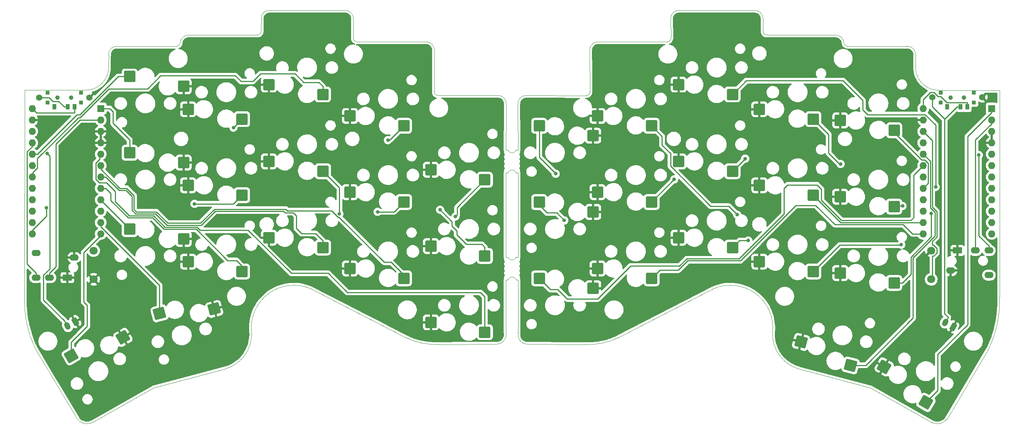
<source format=gbr>
%TF.GenerationSoftware,KiCad,Pcbnew,(6.0.6)*%
%TF.CreationDate,2022-12-06T20:45:46-06:00*%
%TF.ProjectId,roadrunner,726f6164-7275-46e6-9e65-722e6b696361,rev?*%
%TF.SameCoordinates,Original*%
%TF.FileFunction,Copper,L2,Bot*%
%TF.FilePolarity,Positive*%
%FSLAX46Y46*%
G04 Gerber Fmt 4.6, Leading zero omitted, Abs format (unit mm)*
G04 Created by KiCad (PCBNEW (6.0.6)) date 2022-12-06 20:45:46*
%MOMM*%
%LPD*%
G01*
G04 APERTURE LIST*
G04 Aperture macros list*
%AMRoundRect*
0 Rectangle with rounded corners*
0 $1 Rounding radius*
0 $2 $3 $4 $5 $6 $7 $8 $9 X,Y pos of 4 corners*
0 Add a 4 corners polygon primitive as box body*
4,1,4,$2,$3,$4,$5,$6,$7,$8,$9,$2,$3,0*
0 Add four circle primitives for the rounded corners*
1,1,$1+$1,$2,$3*
1,1,$1+$1,$4,$5*
1,1,$1+$1,$6,$7*
1,1,$1+$1,$8,$9*
0 Add four rect primitives between the rounded corners*
20,1,$1+$1,$2,$3,$4,$5,0*
20,1,$1+$1,$4,$5,$6,$7,0*
20,1,$1+$1,$6,$7,$8,$9,0*
20,1,$1+$1,$8,$9,$2,$3,0*%
%AMHorizOval*
0 Thick line with rounded ends*
0 $1 width*
0 $2 $3 position (X,Y) of the first rounded end (center of the circle)*
0 $4 $5 position (X,Y) of the second rounded end (center of the circle)*
0 Add line between two ends*
20,1,$1,$2,$3,$4,$5,0*
0 Add two circle primitives to create the rounded ends*
1,1,$1,$2,$3*
1,1,$1,$4,$5*%
G04 Aperture macros list end*
%TA.AperFunction,Profile*%
%ADD10C,0.050000*%
%TD*%
%TA.AperFunction,Profile*%
%ADD11C,0.100000*%
%TD*%
%TA.AperFunction,SMDPad,CuDef*%
%ADD12RoundRect,0.250000X1.025000X1.000000X-1.025000X1.000000X-1.025000X-1.000000X1.025000X-1.000000X0*%
%TD*%
%TA.AperFunction,SMDPad,CuDef*%
%ADD13RoundRect,0.250000X1.248893X0.700636X-0.731255X1.231215X-1.248893X-0.700636X0.731255X-1.231215X0*%
%TD*%
%TA.AperFunction,ComponentPad*%
%ADD14RoundRect,0.250000X-0.009391X0.716266X-0.615609X0.366266X0.009391X-0.716266X0.615609X-0.366266X0*%
%TD*%
%TA.AperFunction,ComponentPad*%
%ADD15HorizOval,1.200000X-0.137500X0.238157X0.137500X-0.238157X0*%
%TD*%
%TA.AperFunction,ComponentPad*%
%ADD16C,1.397000*%
%TD*%
%TA.AperFunction,SMDPad,CuDef*%
%ADD17RoundRect,0.250000X-1.025000X-1.000000X1.025000X-1.000000X1.025000X1.000000X-1.025000X1.000000X0*%
%TD*%
%TA.AperFunction,ComponentPad*%
%ADD18RoundRect,0.250000X0.615609X0.366266X0.009391X0.716266X-0.615609X-0.366266X-0.009391X-0.716266X0*%
%TD*%
%TA.AperFunction,ComponentPad*%
%ADD19HorizOval,1.200000X0.137500X0.238157X-0.137500X-0.238157X0*%
%TD*%
%TA.AperFunction,SMDPad,CuDef*%
%ADD20RoundRect,0.250000X1.387676X0.353525X-0.387676X1.378525X-1.387676X-0.353525X0.387676X-1.378525X0*%
%TD*%
%TA.AperFunction,SMDPad,CuDef*%
%ADD21RoundRect,0.250000X-0.387676X-1.378525X1.387676X-0.353525X0.387676X1.378525X-1.387676X0.353525X0*%
%TD*%
%TA.AperFunction,SMDPad,CuDef*%
%ADD22RoundRect,0.250000X-0.731255X-1.231215X1.248893X-0.700636X0.731255X1.231215X-1.248893X0.700636X0*%
%TD*%
%TA.AperFunction,ComponentPad*%
%ADD23O,2.000000X1.400000*%
%TD*%
%TA.AperFunction,ComponentPad*%
%ADD24R,2.000000X1.400000*%
%TD*%
%TA.AperFunction,ComponentPad*%
%ADD25C,1.800000*%
%TD*%
%TA.AperFunction,WasherPad*%
%ADD26C,1.000000*%
%TD*%
%TA.AperFunction,SMDPad,CuDef*%
%ADD27R,0.900000X0.900000*%
%TD*%
%TA.AperFunction,SMDPad,CuDef*%
%ADD28R,0.900000X1.250000*%
%TD*%
%TA.AperFunction,ComponentPad*%
%ADD29R,1.600000X1.600000*%
%TD*%
%TA.AperFunction,ComponentPad*%
%ADD30O,1.600000X1.600000*%
%TD*%
%TA.AperFunction,ViaPad*%
%ADD31C,0.800000*%
%TD*%
%TA.AperFunction,Conductor*%
%ADD32C,0.250000*%
%TD*%
G04 APERTURE END LIST*
D10*
X150611500Y-64798000D02*
X150222000Y-64798000D01*
D11*
X241367578Y-38328123D02*
X241388045Y-41395419D01*
X231322000Y-112706000D02*
X215352000Y-108516000D01*
X186138747Y-35580174D02*
G75*
G03*
X186908747Y-34743691I-16547J787874D01*
G01*
X209541976Y-100305999D02*
G75*
G03*
X215352000Y-108516000I8093824J-433001D01*
G01*
X225425522Y-35841152D02*
G75*
G03*
X226262000Y-36596000I833778J83052D01*
G01*
X168888600Y-46747500D02*
X168857152Y-37466000D01*
X244952000Y-120456000D02*
X231322000Y-112706000D01*
X134990000Y-103040000D02*
X148180000Y-103020000D01*
X97606622Y-28585523D02*
X114514848Y-28586476D01*
D10*
X241388099Y-41395418D02*
G75*
G03*
X246505730Y-46396000I5059101J58518D01*
G01*
D11*
X97606621Y-28585544D02*
G75*
G03*
X95726622Y-30325523I-56621J-1824456D01*
G01*
X168118601Y-47584025D02*
G75*
G03*
X168888600Y-46747500I-16601J787925D01*
G01*
X208255905Y-34084254D02*
X223545524Y-34101152D01*
D10*
X43042001Y-92484000D02*
G75*
G03*
X45410000Y-103940000I24422759J-924460D01*
G01*
X152516499Y-64798001D02*
G75*
G03*
X150611501Y-64798000I-952499J-380999D01*
G01*
X56626270Y-46390005D02*
G75*
G03*
X61743955Y-41389419I58550J5059135D01*
G01*
D11*
X76870000Y-36589998D02*
G75*
G03*
X77706476Y-35835152I2700J837898D01*
G01*
X152861397Y-49422011D02*
X152856055Y-51234702D01*
D10*
X257722001Y-103946000D02*
G75*
G03*
X260090000Y-92490000I-22054761J10531540D01*
G01*
D11*
X116223260Y-34737691D02*
G75*
G03*
X116993253Y-35574167I786540J-48609D01*
G01*
D10*
X56626270Y-46390000D02*
X43056000Y-46390000D01*
D11*
X87780000Y-108510000D02*
X71810000Y-112700000D01*
X168142000Y-103045995D02*
G75*
G03*
X175042000Y-101616000I685800J14052795D01*
G01*
X63644421Y-36582144D02*
G75*
G03*
X61764422Y-38322123I-56621J-1824456D01*
G01*
X79586478Y-34095099D02*
G75*
G03*
X77706476Y-35835152I-56578J-1824501D01*
G01*
X134274827Y-37460000D02*
G75*
G03*
X132534848Y-35596476I-1824427J40600D01*
G01*
X79586476Y-34095152D02*
X94876095Y-34078254D01*
D10*
X152894493Y-100501022D02*
X152910000Y-88680000D01*
X248372000Y-119676000D02*
X257722000Y-103946000D01*
X152770500Y-88674000D02*
X152516500Y-88674000D01*
D11*
X134243449Y-46741503D02*
G75*
G03*
X135013400Y-47577976I786551J-48597D01*
G01*
X128090000Y-101610000D02*
X106780000Y-90650000D01*
X94876096Y-34078245D02*
G75*
G03*
X95712571Y-33308254I48604J786545D01*
G01*
X134274848Y-37460000D02*
X134243400Y-46741500D01*
X225425471Y-35841154D02*
G75*
G03*
X223545524Y-34101152I-1823371J-84446D01*
G01*
D10*
X152834000Y-59718000D02*
X152516500Y-59718000D01*
D11*
X150270519Y-49416009D02*
G75*
G03*
X148530603Y-47552487I-1824419J40609D01*
G01*
D10*
X152910000Y-59724000D02*
X152856055Y-51234702D01*
D11*
X186908747Y-34743691D02*
X186877152Y-30472476D01*
D10*
X152910000Y-88680000D02*
X152770500Y-88674000D01*
D11*
X207405378Y-30331523D02*
X207419429Y-33314254D01*
X207405399Y-30331522D02*
G75*
G03*
X205525378Y-28591523I-1823399J-84478D01*
G01*
D10*
X152910000Y-59724000D02*
X152834000Y-59718000D01*
X150611500Y-88674000D02*
X150222000Y-88674000D01*
X152834000Y-64798000D02*
X152516500Y-64798000D01*
D11*
X148180000Y-103019994D02*
G75*
G03*
X150237507Y-100495022I-66900J2155294D01*
G01*
X244952000Y-120456000D02*
G75*
G03*
X248372000Y-119676000I1262800J2350800D01*
G01*
X170597151Y-35602455D02*
G75*
G03*
X168857152Y-37466000I84449J-1822945D01*
G01*
X188617154Y-28592529D02*
G75*
G03*
X186877152Y-30472476I84446J-1823371D01*
G01*
D10*
X260076000Y-46396000D02*
X246505730Y-46396000D01*
D11*
X76870000Y-36590000D02*
X63644422Y-36582123D01*
X154601397Y-47558487D02*
X168118600Y-47583976D01*
D10*
X150222000Y-64798000D02*
X150222000Y-83594000D01*
D11*
X54760000Y-119670000D02*
G75*
G03*
X58180000Y-120450000I2157200J1570800D01*
G01*
X209542081Y-100306009D02*
G75*
G03*
X196352000Y-90656000I-9397181J994909D01*
G01*
D10*
X150611501Y-83593999D02*
G75*
G03*
X152516499Y-83594000I952499J380999D01*
G01*
X150275945Y-51228702D02*
X150222000Y-59718000D01*
D11*
X239487578Y-36588123D02*
X226262000Y-36596000D01*
X116254901Y-30466478D02*
G75*
G03*
X114514848Y-28586476I-1824501J56578D01*
G01*
D10*
X150222000Y-88674000D02*
X150237507Y-100495022D01*
X150611501Y-59717999D02*
G75*
G03*
X152516499Y-59718000I952499J380999D01*
G01*
X152910000Y-83600000D02*
X152910000Y-64804000D01*
X43056000Y-46390000D02*
X43042000Y-92484000D01*
D11*
X116993253Y-35574167D02*
X132534848Y-35596476D01*
X106780002Y-90649995D02*
G75*
G03*
X93590000Y-100300000I-3792862J-8655075D01*
G01*
D10*
X150611500Y-83594000D02*
X150222000Y-83594000D01*
D11*
X188617152Y-28592476D02*
X205525378Y-28591523D01*
X61743955Y-41389419D02*
X61764422Y-38322123D01*
X241367599Y-38328122D02*
G75*
G03*
X239487578Y-36588123I-1823399J-84478D01*
G01*
D10*
X152910000Y-64804000D02*
X152834000Y-64798000D01*
D11*
X154952000Y-103026000D02*
X168142000Y-103046000D01*
D10*
X260090000Y-92490000D02*
X260076000Y-46396000D01*
D11*
X154601393Y-47558403D02*
G75*
G03*
X152861397Y-49422011I84507J-1822997D01*
G01*
X116254848Y-30466476D02*
X116223253Y-34737691D01*
X135013400Y-47577976D02*
X148530603Y-47552487D01*
X207419420Y-33314254D02*
G75*
G03*
X208255905Y-34084254I787880J16554D01*
G01*
X150275945Y-51228702D02*
X150270603Y-49416011D01*
X87779993Y-108509977D02*
G75*
G03*
X93590000Y-100300000I-2283793J7776977D01*
G01*
X196352000Y-90656000D02*
X175042000Y-101616000D01*
D10*
X152834000Y-83594000D02*
X152516500Y-83594000D01*
D11*
X128090007Y-101609986D02*
G75*
G03*
X134990000Y-103040000I6214193J12622586D01*
G01*
D10*
X45410000Y-103940000D02*
X54760000Y-119670000D01*
D11*
X95712571Y-33308254D02*
X95726622Y-30325523D01*
X71810000Y-112700000D02*
X58180000Y-120450000D01*
D10*
X152516499Y-88674001D02*
G75*
G03*
X150611501Y-88674000I-952499J-380999D01*
G01*
X150611500Y-59718000D02*
X150222000Y-59718000D01*
X152910000Y-83600000D02*
X152834000Y-83594000D01*
D11*
X170597152Y-35602476D02*
X186138747Y-35580167D01*
X152894487Y-100501021D02*
G75*
G03*
X154952000Y-103026000I2124413J-369679D01*
G01*
D12*
%TO.P,SW8_r1,1,1*%
%TO.N,Switch8_r*%
X109450000Y-64448000D03*
%TO.P,SW8_r1,2,2*%
%TO.N,gnd_r*%
X97450000Y-62248000D03*
%TD*%
%TO.P,SW6_r1,1,1*%
%TO.N,Switch6_r*%
X145494000Y-83332000D03*
%TO.P,SW6_r1,2,2*%
%TO.N,gnd_r*%
X133494000Y-81132000D03*
%TD*%
D13*
%TO.P,SW16,1,1*%
%TO.N,Switch5*%
X226915826Y-107733422D03*
%TO.P,SW16,2,2*%
%TO.N,gnd*%
X215894118Y-102502556D03*
%TD*%
D12*
%TO.P,SW12,1,1*%
%TO.N,Switch9*%
X182618000Y-88324000D03*
%TO.P,SW12,2,2*%
%TO.N,gnd*%
X170618000Y-86124000D03*
%TD*%
D14*
%TO.P,J2,1,Pin_1*%
%TO.N,gnd_r*%
X54341000Y-97961800D03*
D15*
%TO.P,J2,2,Pin_2*%
%TO.N,BT+_r*%
X52608949Y-98961800D03*
%TD*%
D16*
%TO.P,BatGND1,1,1*%
%TO.N,gnd*%
X256220000Y-47930000D03*
%TD*%
D12*
%TO.P,SW9_r1,1,1*%
%TO.N,Switch9_r*%
X91462000Y-69782000D03*
%TO.P,SW9_r1,2,2*%
%TO.N,gnd_r*%
X79462000Y-67582000D03*
%TD*%
%TO.P,SW12_r1,2,2*%
%TO.N,gnd_r*%
X115476000Y-86124000D03*
%TO.P,SW12_r1,1,1*%
%TO.N,Switch12_r*%
X127476000Y-88324000D03*
%TD*%
%TO.P,SW14_r1,1,1*%
%TO.N,Switch14_r*%
X91462000Y-86800000D03*
%TO.P,SW14_r1,2,2*%
%TO.N,gnd_r*%
X79462000Y-84600000D03*
%TD*%
D16*
%TO.P,BatGNDr1,1,1*%
%TO.N,gnd_r*%
X57510000Y-48010000D03*
%TD*%
D12*
%TO.P,SW2_r1,1,1*%
%TO.N,Switch2_r*%
X127476000Y-54332000D03*
%TO.P,SW2_r1,2,2*%
%TO.N,gnd_r*%
X115476000Y-52132000D03*
%TD*%
%TO.P,SW7_r1,1,1*%
%TO.N,Switch7_r*%
X127476000Y-71306000D03*
%TO.P,SW7_r1,2,2*%
%TO.N,gnd_r*%
X115476000Y-69106000D03*
%TD*%
D16*
%TO.P,Bat+1,1,1*%
%TO.N,BT+*%
X245090000Y-47950000D03*
%TD*%
D17*
%TO.P,SW10_r1,1,1*%
%TO.N,Switch10_r*%
X66448000Y-60322000D03*
%TO.P,SW10_r1,2,2*%
%TO.N,gnd_r*%
X78448000Y-62522000D03*
%TD*%
D12*
%TO.P,SW4,1,1*%
%TO.N,Switch12*%
X218618000Y-52832000D03*
%TO.P,SW4,2,2*%
%TO.N,gnd*%
X206618000Y-50632000D03*
%TD*%
D18*
%TO.P,J1,1,Pin_1*%
%TO.N,gnd*%
X249731000Y-99141800D03*
D19*
%TO.P,J1,2,Pin_2*%
%TO.N,BT+*%
X247998949Y-98141800D03*
%TD*%
D12*
%TO.P,SW10,1,1*%
%TO.N,Switch14*%
X236598000Y-72322000D03*
%TO.P,SW10,2,2*%
%TO.N,gnd*%
X224598000Y-70122000D03*
%TD*%
%TO.P,SW9,1,1*%
%TO.N,Switch8*%
X218618000Y-69782000D03*
%TO.P,SW9,2,2*%
%TO.N,gnd*%
X206618000Y-67582000D03*
%TD*%
%TO.P,SW2,1,1*%
%TO.N,Switch1*%
X182618000Y-54332000D03*
%TO.P,SW2,2,2*%
%TO.N,gnd*%
X170618000Y-52132000D03*
%TD*%
D20*
%TO.P,SW17,1,1*%
%TO.N,Switch10*%
X243679089Y-115978152D03*
%TO.P,SW17,2,2*%
%TO.N,gnd*%
X234386784Y-108072897D03*
%TD*%
D21*
%TO.P,SW17_r1,1,1*%
%TO.N,Switch17_r*%
X53448911Y-105585848D03*
%TO.P,SW17_r1,2,2*%
%TO.N,gnd_r*%
X64941216Y-101491103D03*
%TD*%
D12*
%TO.P,SW1_r1,1,1*%
%TO.N,Switch1_r*%
X145494000Y-66332000D03*
%TO.P,SW1_r1,2,2*%
%TO.N,gnd_r*%
X133494000Y-64132000D03*
%TD*%
D17*
%TO.P,SW6,1,1*%
%TO.N,Switch7*%
X157618000Y-71332000D03*
%TO.P,SW6,2,2*%
%TO.N,gnd*%
X169618000Y-73532000D03*
%TD*%
D12*
%TO.P,SW14,1,1*%
%TO.N,Switch17*%
X218618000Y-86800000D03*
%TO.P,SW14,2,2*%
%TO.N,gnd*%
X206618000Y-84600000D03*
%TD*%
%TO.P,SW15,1,1*%
%TO.N,Switch15*%
X236598000Y-89340000D03*
%TO.P,SW15,2,2*%
%TO.N,gnd*%
X224598000Y-87140000D03*
%TD*%
D17*
%TO.P,SW1,1,1*%
%TO.N,Switch11*%
X157618000Y-54332000D03*
%TO.P,SW1,2,2*%
%TO.N,gnd*%
X169618000Y-56532000D03*
%TD*%
%TO.P,SW5_r1,1,1*%
%TO.N,Switch5_r*%
X66448000Y-43332000D03*
%TO.P,SW5_r1,2,2*%
%TO.N,gnd_r*%
X78448000Y-45532000D03*
%TD*%
D12*
%TO.P,SW8,1,1*%
%TO.N,Switch3*%
X200618000Y-64448000D03*
%TO.P,SW8,2,2*%
%TO.N,gnd*%
X188618000Y-62248000D03*
%TD*%
%TO.P,SW7,1,1*%
%TO.N,Switch13*%
X182618000Y-71306000D03*
%TO.P,SW7,2,2*%
%TO.N,gnd*%
X170618000Y-69106000D03*
%TD*%
%TO.P,SW13_r1,1,1*%
%TO.N,Switch13_r*%
X109450000Y-81466000D03*
%TO.P,SW13_r1,2,2*%
%TO.N,gnd_r*%
X97450000Y-79266000D03*
%TD*%
D22*
%TO.P,SW16_r1,1,1*%
%TO.N,Switch16_r*%
X73106345Y-96142312D03*
%TO.P,SW16_r1,2,2*%
%TO.N,gnd_r*%
X85266857Y-95161520D03*
%TD*%
D12*
%TO.P,SW5,1,1*%
%TO.N,Switch2*%
X236618000Y-55332000D03*
%TO.P,SW5,2,2*%
%TO.N,gnd*%
X224618000Y-53132000D03*
%TD*%
%TO.P,SW4_r1,1,1*%
%TO.N,Switch4_r*%
X91462000Y-52832000D03*
%TO.P,SW4_r1,2,2*%
%TO.N,gnd_r*%
X79462000Y-50632000D03*
%TD*%
%TO.P,SW3,1,1*%
%TO.N,Switch6*%
X200618000Y-47332000D03*
%TO.P,SW3,2,2*%
%TO.N,gnd*%
X188618000Y-45132000D03*
%TD*%
D23*
%TO.P,TRRS1,*%
%TO.N,*%
X257700000Y-87607500D03*
%TO.P,TRRS1,R1*%
%TO.N,Switch18*%
X254700000Y-82107500D03*
%TO.P,TRRS1,R2*%
%TO.N,vcc*%
X257700000Y-82107500D03*
%TO.P,TRRS1,S*%
%TO.N,gnd*%
X249200000Y-86607500D03*
D24*
%TO.P,TRRS1,T*%
X250700000Y-82107500D03*
%TD*%
D25*
%TO.P,RSW1,1,1*%
%TO.N,gnd*%
X244856000Y-82144000D03*
%TO.P,RSW1,2,2*%
%TO.N,reset*%
X244856000Y-88544000D03*
%TD*%
D17*
%TO.P,SW11,1,1*%
%TO.N,Switch4*%
X157618000Y-88332000D03*
%TO.P,SW11,2,2*%
%TO.N,gnd*%
X169618000Y-90532000D03*
%TD*%
D12*
%TO.P,SW3_r1,1,1*%
%TO.N,Switch3_r*%
X109450000Y-47332000D03*
%TO.P,SW3_r1,2,2*%
%TO.N,gnd_r*%
X97450000Y-45132000D03*
%TD*%
D23*
%TO.P,TRRS2,*%
%TO.N,*%
X45600000Y-82672500D03*
%TO.P,TRRS2,R1*%
%TO.N,Switch18_r*%
X48600000Y-88172500D03*
%TO.P,TRRS2,R2*%
%TO.N,vcc_r*%
X45600000Y-88172500D03*
%TO.P,TRRS2,S*%
%TO.N,gnd_r*%
X54100000Y-83672500D03*
D24*
%TO.P,TRRS2,T*%
X52600000Y-88172500D03*
%TD*%
D12*
%TO.P,SW13,1,1*%
%TO.N,Switch16*%
X200618000Y-81466000D03*
%TO.P,SW13,2,2*%
%TO.N,gnd*%
X188618000Y-79266000D03*
%TD*%
D25*
%TO.P,RSW2,1,1*%
%TO.N,gnd_r*%
X58420000Y-88544000D03*
%TO.P,RSW2,2,2*%
%TO.N,reset_r*%
X58420000Y-82144000D03*
%TD*%
D17*
%TO.P,SW15_r1,1,1*%
%TO.N,Switch15_r*%
X66448000Y-77340000D03*
%TO.P,SW15_r1,2,2*%
%TO.N,gnd_r*%
X78448000Y-79540000D03*
%TD*%
D12*
%TO.P,SW11_r1,1,1*%
%TO.N,Switch11_r*%
X145494000Y-100332000D03*
%TO.P,SW11_r1,2,2*%
%TO.N,gnd_r*%
X133494000Y-98132000D03*
%TD*%
D16*
%TO.P,Bat+r1,1,1*%
%TO.N,BT+_r*%
X46320000Y-48030000D03*
%TD*%
D26*
%TO.P,SW_POWER1,*%
%TO.N,*%
X249152000Y-48040000D03*
X252152000Y-48040000D03*
D27*
%TO.P,SW_POWER1,0*%
%TO.N,N/C*%
X254352000Y-49140000D03*
X254352000Y-46940000D03*
X246952000Y-46940000D03*
X246952000Y-49140000D03*
D28*
%TO.P,SW_POWER1,1,A*%
%TO.N,unconnected-(SW_POWER1-Pad1)*%
X248402000Y-50115000D03*
%TO.P,SW_POWER1,2,B*%
%TO.N,BT+*%
X251402000Y-50115000D03*
%TO.P,SW_POWER1,3,C*%
%TO.N,raw*%
X252902000Y-50115000D03*
%TD*%
D26*
%TO.P,SW_POWERR1,*%
%TO.N,*%
X53412000Y-48034000D03*
X50412000Y-48034000D03*
D27*
%TO.P,SW_POWERR1,0*%
%TO.N,N/C*%
X48212000Y-46934000D03*
X48212000Y-49134000D03*
X55612000Y-49134000D03*
X55612000Y-46934000D03*
D28*
%TO.P,SW_POWERR1,1,A*%
%TO.N,unconnected-(SW_POWERR1-Pad1)*%
X49662000Y-50109000D03*
%TO.P,SW_POWERR1,2,B*%
%TO.N,BT+_r*%
X52662000Y-50109000D03*
%TO.P,SW_POWERR1,3,C*%
%TO.N,raw_r*%
X54162000Y-50109000D03*
%TD*%
D29*
%TO.P,U2,1,D1/TX*%
%TO.N,Switch10_r*%
X60016000Y-50477000D03*
D30*
%TO.P,U2,2,D0/RX*%
%TO.N,Switch18_r*%
X60016000Y-53017000D03*
%TO.P,U2,3,GND*%
%TO.N,gnd_r*%
X60016000Y-55557000D03*
%TO.P,U2,4,GND*%
X60016000Y-58097000D03*
%TO.P,U2,5,D2*%
%TO.N,Switch11_r*%
X60016000Y-60637000D03*
%TO.P,U2,6,~D3*%
%TO.N,Switch12_r*%
X60016000Y-63177000D03*
%TO.P,U2,7,D4/A6*%
%TO.N,Switch13_r*%
X60016000Y-65717000D03*
%TO.P,U2,8,~D5*%
%TO.N,Switch14_r*%
X60016000Y-68257000D03*
%TO.P,U2,9,~D6/A7*%
%TO.N,Switch15_r*%
X60016000Y-70797000D03*
%TO.P,U2,10,D7*%
%TO.N,Switch1_r*%
X60016000Y-73337000D03*
%TO.P,U2,11,D8/A8*%
%TO.N,Switch16_r*%
X60016000Y-75877000D03*
%TO.P,U2,12,~D9/A9*%
%TO.N,Switch17_r*%
X60016000Y-78417000D03*
%TO.P,U2,13,~D10/A10*%
%TO.N,Switch9_r*%
X44776000Y-78417000D03*
%TO.P,U2,14,D16*%
%TO.N,Switch8_r*%
X44776000Y-75877000D03*
%TO.P,U2,15,D14*%
%TO.N,Switch7_r*%
X44776000Y-73337000D03*
%TO.P,U2,16,D15*%
%TO.N,Switch6_r*%
X44776000Y-70797000D03*
%TO.P,U2,17,D18/A0*%
%TO.N,Switch2_r*%
X44776000Y-68257000D03*
%TO.P,U2,18,D19/A1*%
%TO.N,Switch3_r*%
X44776000Y-65717000D03*
%TO.P,U2,19,D20/A2*%
%TO.N,Switch4_r*%
X44776000Y-63177000D03*
%TO.P,U2,20,D21/A3*%
%TO.N,Switch5_r*%
X44776000Y-60637000D03*
%TO.P,U2,21,VCC*%
%TO.N,vcc_r*%
X44776000Y-58097000D03*
%TO.P,U2,22,RST*%
%TO.N,reset_r*%
X44776000Y-55557000D03*
%TO.P,U2,23,GND*%
%TO.N,gnd_r*%
X44776000Y-53017000D03*
%TO.P,U2,24,RAW*%
%TO.N,raw_r*%
X44776000Y-50477000D03*
%TD*%
%TO.P,U1,24,RAW*%
%TO.N,raw*%
X243080000Y-50470000D03*
%TO.P,U1,23,GND*%
%TO.N,gnd*%
X243080000Y-53010000D03*
%TO.P,U1,22,RST*%
%TO.N,reset*%
X243080000Y-55550000D03*
%TO.P,U1,21,VCC*%
%TO.N,vcc*%
X243080000Y-58090000D03*
%TO.P,U1,20,D21/A3*%
%TO.N,Switch5*%
X243080000Y-60630000D03*
%TO.P,U1,19,D20/A2*%
%TO.N,Switch4*%
X243080000Y-63170000D03*
%TO.P,U1,18,D19/A1*%
%TO.N,Switch3*%
X243080000Y-65710000D03*
%TO.P,U1,17,D18/A0*%
%TO.N,Switch2*%
X243080000Y-68250000D03*
%TO.P,U1,16,D15*%
%TO.N,Switch6*%
X243080000Y-70790000D03*
%TO.P,U1,15,D14*%
%TO.N,Switch7*%
X243080000Y-73330000D03*
%TO.P,U1,14,D16*%
%TO.N,Switch8*%
X243080000Y-75870000D03*
%TO.P,U1,13,~D10/A10*%
%TO.N,Switch9*%
X243080000Y-78410000D03*
%TO.P,U1,12,~D9/A9*%
%TO.N,Switch17*%
X258320000Y-78410000D03*
%TO.P,U1,11,D8/A8*%
%TO.N,Switch16*%
X258320000Y-75870000D03*
%TO.P,U1,10,D7*%
%TO.N,Switch1*%
X258320000Y-73330000D03*
%TO.P,U1,9,~D6/A7*%
%TO.N,Switch15*%
X258320000Y-70790000D03*
%TO.P,U1,8,~D5*%
%TO.N,Switch14*%
X258320000Y-68250000D03*
%TO.P,U1,7,D4/A6*%
%TO.N,Switch13*%
X258320000Y-65710000D03*
%TO.P,U1,6,~D3*%
%TO.N,Switch12*%
X258320000Y-63170000D03*
%TO.P,U1,5,D2*%
%TO.N,Switch11*%
X258320000Y-60630000D03*
%TO.P,U1,4,GND*%
%TO.N,gnd*%
X258320000Y-58090000D03*
%TO.P,U1,3,GND*%
X258320000Y-55550000D03*
%TO.P,U1,2,D0/RX*%
%TO.N,Switch18*%
X258320000Y-53010000D03*
D29*
%TO.P,U1,1,D1/TX*%
%TO.N,Switch10*%
X258320000Y-50470000D03*
%TD*%
D31*
%TO.N,BT+_r*%
X48055700Y-60514300D03*
%TO.N,Switch1*%
X201661700Y-74117500D03*
%TO.N,Switch11*%
X161280000Y-65010000D03*
%TO.N,Switch1_r*%
X138950000Y-74540000D03*
%TO.N,Switch2_r*%
X123911900Y-57519000D03*
%TO.N,Switch6*%
X245849100Y-67958600D03*
%TO.N,Switch12*%
X224690000Y-62824500D03*
%TO.N,Switch4_r*%
X89551900Y-54742100D03*
%TO.N,Switch7*%
X163178700Y-75417700D03*
%TO.N,Switch6_r*%
X135550000Y-73040000D03*
%TO.N,Switch13*%
X187659600Y-66264400D03*
%TO.N,Switch7_r*%
X121640600Y-73490000D03*
%TO.N,Switch3*%
X203450000Y-61640000D03*
%TO.N,Switch8_r*%
X113117800Y-73935000D03*
%TO.N,Switch9_r*%
X47894800Y-72600300D03*
X80869300Y-71723400D03*
%TO.N,Switch14*%
X238476000Y-72190900D03*
%TO.N,Switch16*%
X204140000Y-79890000D03*
%TO.N,Switch17*%
X238190000Y-80830000D03*
%TO.N,Switch15*%
X244878700Y-73878800D03*
%TO.N,vcc*%
X255451200Y-60839300D03*
%TD*%
D32*
%TO.N,Switch13_r*%
X103550000Y-74340000D02*
X102900000Y-73690000D01*
X107850000Y-78340000D02*
X104750000Y-78340000D01*
X109450000Y-79940000D02*
X107850000Y-78340000D01*
X102900000Y-73690000D02*
X101000000Y-73690000D01*
X109450000Y-81466000D02*
X109450000Y-79940000D01*
X104750000Y-78340000D02*
X103550000Y-77140000D01*
X103550000Y-77140000D02*
X103550000Y-74340000D01*
X100659400Y-73349400D02*
X100950000Y-73640000D01*
X85490600Y-73349400D02*
X100659400Y-73349400D01*
X82380000Y-76460000D02*
X85490600Y-73349400D01*
X74720000Y-76460000D02*
X82380000Y-76460000D01*
X72200000Y-73940000D02*
X74720000Y-76460000D01*
X66950000Y-73140000D02*
X67750000Y-73940000D01*
X65600000Y-68690000D02*
X66950000Y-70040000D01*
X64114300Y-68690000D02*
X65600000Y-68690000D01*
X67750000Y-73940000D02*
X72200000Y-73940000D01*
X66950000Y-70040000D02*
X66950000Y-73140000D01*
X61141300Y-65717000D02*
X64114300Y-68690000D01*
X60016000Y-65717000D02*
X61141300Y-65717000D01*
%TO.N,Switch12_r*%
X64300696Y-68240000D02*
X60016000Y-63955304D01*
X67400000Y-69853604D02*
X65786396Y-68240000D01*
X67400000Y-72953604D02*
X67400000Y-69853604D01*
X67936396Y-73490000D02*
X67400000Y-72953604D01*
X72386396Y-73490000D02*
X67936396Y-73490000D01*
X74906396Y-76010000D02*
X72386396Y-73490000D01*
X60016000Y-63955304D02*
X60016000Y-63177000D01*
X82193604Y-76010000D02*
X74906396Y-76010000D01*
X85304204Y-72899400D02*
X82193604Y-76010000D01*
X101209400Y-72899400D02*
X85304204Y-72899400D01*
X101550000Y-73240000D02*
X101209400Y-72899400D01*
X111397100Y-73240000D02*
X101550000Y-73240000D01*
X123079450Y-84710550D02*
X113053700Y-74684800D01*
X113053700Y-74684800D02*
X112841900Y-74684800D01*
X112841900Y-74684800D02*
X111397100Y-73240000D01*
X65786396Y-68240000D02*
X64300696Y-68240000D01*
X124620550Y-84710550D02*
X123079450Y-84710550D01*
X127476000Y-87566000D02*
X124620550Y-84710550D01*
X127476000Y-88324000D02*
X127476000Y-87566000D01*
%TO.N,Switch5*%
X230256600Y-107733400D02*
X226915800Y-107733400D01*
X240808100Y-83754100D02*
X240808100Y-97181900D01*
X245663200Y-73637300D02*
X245663200Y-78899000D01*
X244657200Y-62207200D02*
X244657200Y-72631300D01*
X245663200Y-78899000D02*
X240808100Y-83754100D01*
X240808100Y-97181900D02*
X230256600Y-107733400D01*
X243080000Y-60630000D02*
X244657200Y-62207200D01*
X244657200Y-72631300D02*
X245663200Y-73637300D01*
%TO.N,Switch15*%
X244878700Y-79047104D02*
X244878700Y-73878800D01*
X240358100Y-87431900D02*
X240358100Y-83567704D01*
X236598000Y-89340000D02*
X238450000Y-89340000D01*
X238450000Y-89340000D02*
X240358100Y-87431900D01*
X240358100Y-83567704D02*
X244878700Y-79047104D01*
%TO.N,Switch1*%
X195762500Y-72241400D02*
X199785600Y-72241400D01*
X199785600Y-72241400D02*
X201661700Y-74117500D01*
X186838000Y-63316900D02*
X195762500Y-72241400D01*
X184950000Y-58640000D02*
X186838000Y-60528000D01*
X184950000Y-56664000D02*
X184950000Y-58640000D01*
X186838000Y-60528000D02*
X186838000Y-63316900D01*
X182618000Y-54332000D02*
X184950000Y-56664000D01*
%TO.N,Switch4*%
X161750000Y-90840000D02*
X160126000Y-90840000D01*
X163850000Y-92940000D02*
X161750000Y-90840000D01*
X170606300Y-92940000D02*
X163850000Y-92940000D01*
X177955000Y-85591300D02*
X170606300Y-92940000D01*
X188844700Y-85591300D02*
X177955000Y-85591300D01*
X190486000Y-83950000D02*
X188844700Y-85591300D01*
X202130000Y-83950000D02*
X190486000Y-83950000D01*
X219470000Y-67480000D02*
X212860000Y-67480000D01*
X220400000Y-70927604D02*
X220400000Y-68410000D01*
X212100000Y-68240000D02*
X212100000Y-73980000D01*
X212100000Y-73980000D02*
X202130000Y-83950000D01*
X212860000Y-67480000D02*
X212100000Y-68240000D01*
X224892396Y-75420000D02*
X220400000Y-70927604D01*
X160126000Y-90840000D02*
X157618000Y-88332000D01*
X224892396Y-75420000D02*
X240300000Y-75420000D01*
X220400000Y-68410000D02*
X219470000Y-67480000D01*
%TO.N,Switch3_r*%
X91250000Y-44440000D02*
X89950000Y-43140000D01*
X93850000Y-44440000D02*
X91250000Y-44440000D01*
X103250000Y-42740000D02*
X95550000Y-42740000D01*
X109450000Y-45540000D02*
X108550000Y-44640000D01*
X108550000Y-44640000D02*
X105150000Y-44640000D01*
X105150000Y-44640000D02*
X103250000Y-42740000D01*
X109450000Y-47332000D02*
X109450000Y-45540000D01*
X89950000Y-43140000D02*
X73356100Y-43140000D01*
X95550000Y-42740000D02*
X93850000Y-44440000D01*
X45901300Y-63747800D02*
X45057400Y-64591700D01*
X45901300Y-61627800D02*
X45901300Y-63747800D01*
X54992600Y-52536500D02*
X45901300Y-61627800D01*
X55358700Y-52536500D02*
X54992600Y-52536500D01*
X61830400Y-46064800D02*
X55358700Y-52536500D01*
X70431300Y-46064800D02*
X61830400Y-46064800D01*
X73356100Y-43140000D02*
X70431300Y-46064800D01*
%TO.N,Switch7*%
X161501000Y-73740000D02*
X163178700Y-75417700D01*
X159350000Y-73740000D02*
X161501000Y-73740000D01*
X157618000Y-72008000D02*
X159350000Y-73740000D01*
X157618000Y-71332000D02*
X157618000Y-72008000D01*
%TO.N,Switch14_r*%
X90270494Y-84360494D02*
X91462000Y-85552000D01*
X88239394Y-84360494D02*
X90270494Y-84360494D01*
X81238900Y-77360000D02*
X88239394Y-84360494D01*
X91462000Y-85552000D02*
X91462000Y-86800000D01*
X74100000Y-77360000D02*
X81238900Y-77360000D01*
X66146860Y-74840000D02*
X71580000Y-74840000D01*
X62266600Y-69382300D02*
X62266600Y-70959740D01*
X61141300Y-68257000D02*
X62266600Y-69382300D01*
X62266600Y-70959740D02*
X66146860Y-74840000D01*
X60016000Y-68257000D02*
X61141300Y-68257000D01*
X71580000Y-74840000D02*
X74100000Y-77360000D01*
%TO.N,Switch6_r*%
X145494000Y-81384000D02*
X145494000Y-83332000D01*
X144850000Y-80740000D02*
X145494000Y-81384000D01*
X141350000Y-80740000D02*
X144850000Y-80740000D01*
X139250000Y-78640000D02*
X141350000Y-80740000D01*
X139250000Y-77740000D02*
X139250000Y-78640000D01*
X138200013Y-76690013D02*
X139250000Y-77740000D01*
X138200013Y-75690013D02*
X138200013Y-76690013D01*
X135550000Y-73040000D02*
X138200013Y-75690013D01*
%TO.N,Switch1_r*%
X139350000Y-72476000D02*
X145494000Y-66332000D01*
X139350000Y-74140000D02*
X139350000Y-72476000D01*
X138950000Y-74540000D02*
X139350000Y-74140000D01*
%TO.N,Switch12_r*%
X126692900Y-88324000D02*
X127476000Y-88324000D01*
%TO.N,Switch13_r*%
X109450000Y-81466000D02*
X108666900Y-81466000D01*
%TO.N,Switch6*%
X225250000Y-44240000D02*
X203710000Y-44240000D01*
X203710000Y-44240000D02*
X200618000Y-47332000D01*
X229640700Y-50790100D02*
X229640700Y-48630700D01*
X230687100Y-51836500D02*
X229640700Y-50790100D01*
X229640700Y-48630700D02*
X225250000Y-44240000D01*
X243530200Y-51836500D02*
X230687100Y-51836500D01*
X245849100Y-67958600D02*
X245849100Y-54155400D01*
X245849100Y-54155400D02*
X243530200Y-51836500D01*
%TO.N,Switch3*%
X200642000Y-64448000D02*
X200618000Y-64448000D01*
X203450000Y-61640000D02*
X200642000Y-64448000D01*
%TO.N,Switch10*%
X246310000Y-105280000D02*
X246310000Y-113347300D01*
X246310000Y-113347300D02*
X243679100Y-115978200D01*
X252943600Y-98646400D02*
X246310000Y-105280000D01*
X252943600Y-56690400D02*
X252943600Y-98646400D01*
X258320000Y-50470000D02*
X258320000Y-51314000D01*
X258320000Y-51314000D02*
X252943600Y-56690400D01*
%TO.N,BT+*%
X245090000Y-50090000D02*
X247870000Y-52870000D01*
X245090000Y-47950000D02*
X245090000Y-50090000D01*
%TO.N,Switch17*%
X224498000Y-80920000D02*
X218618000Y-86800000D01*
X238100000Y-80920000D02*
X224498000Y-80920000D01*
X238190000Y-80830000D02*
X238100000Y-80920000D01*
%TO.N,Switch12*%
X222005200Y-56219200D02*
X218618000Y-52832000D01*
X222005200Y-60415200D02*
X222005200Y-56219200D01*
X224414500Y-62824500D02*
X222005200Y-60415200D01*
X224690000Y-62824500D02*
X224414500Y-62824500D01*
%TO.N,Switch16*%
X202194000Y-79890000D02*
X204140000Y-79890000D01*
X200618000Y-81466000D02*
X202194000Y-79890000D01*
%TO.N,Switch11*%
X157618000Y-61348000D02*
X157618000Y-54332000D01*
X161280000Y-65010000D02*
X157618000Y-61348000D01*
%TO.N,reset*%
X245107600Y-88292400D02*
X244856000Y-88544000D01*
X245107600Y-83369000D02*
X245107600Y-88292400D01*
X245363412Y-83369000D02*
X245107600Y-83369000D01*
X246081000Y-82651412D02*
X245363412Y-83369000D01*
X246081000Y-81636588D02*
X246081000Y-82651412D01*
X245363412Y-80919000D02*
X246081000Y-81636588D01*
X246113200Y-79085396D02*
X245107600Y-80090996D01*
X245107600Y-72445304D02*
X246113200Y-73450904D01*
X246113200Y-73450904D02*
X246113200Y-79085396D01*
X245107600Y-80090996D02*
X245107600Y-80919000D01*
X245107600Y-57577600D02*
X245107600Y-72445304D01*
X245107600Y-80919000D02*
X245363412Y-80919000D01*
X243080000Y-55550000D02*
X245107600Y-57577600D01*
%TO.N,Switch18_r*%
X60016000Y-53017000D02*
X55363000Y-53017000D01*
X55363000Y-53017000D02*
X50005900Y-58374100D01*
X50005900Y-58374100D02*
X50005900Y-85741300D01*
X50005900Y-85741300D02*
X48600000Y-87147200D01*
X48600000Y-87147200D02*
X48600000Y-88172500D01*
%TO.N,Switch10_r*%
X62750000Y-51330000D02*
X62810000Y-51270000D01*
X62017000Y-50477000D02*
X60016000Y-50477000D01*
X62750000Y-53760000D02*
X62750000Y-51330000D01*
X66448000Y-60322000D02*
X66448000Y-57458000D01*
X66448000Y-57458000D02*
X62750000Y-53760000D01*
X62810000Y-51270000D02*
X62017000Y-50477000D01*
%TO.N,Switch9*%
X184452000Y-86490000D02*
X182618000Y-88324000D01*
X188582396Y-86490000D02*
X184452000Y-86490000D01*
X214751753Y-72060000D02*
X202411753Y-84400000D01*
X190672396Y-84400000D02*
X188582396Y-86490000D01*
X219150000Y-72060000D02*
X214751753Y-72060000D01*
X223430000Y-76340000D02*
X219150000Y-72060000D01*
X202411753Y-84400000D02*
X190672396Y-84400000D01*
X240690000Y-78410000D02*
X238620000Y-76340000D01*
X243080000Y-78410000D02*
X240690000Y-78410000D01*
X238620000Y-76340000D02*
X223430000Y-76340000D01*
%TO.N,Switch4*%
X240929246Y-74790754D02*
X240300000Y-75420000D01*
X240929246Y-65320754D02*
X240929246Y-74790754D01*
X243080000Y-63170000D02*
X240929246Y-65320754D01*
%TO.N,Switch11_r*%
X59734600Y-61762300D02*
X59734600Y-60918400D01*
X58890700Y-62606200D02*
X59734600Y-61762300D01*
X58890700Y-66211900D02*
X58890700Y-62606200D01*
X61281300Y-66987000D02*
X59665800Y-66987000D01*
X63226200Y-68931900D02*
X61281300Y-66987000D01*
X63226200Y-71236200D02*
X63226200Y-68931900D01*
X66380000Y-74390000D02*
X63226200Y-71236200D01*
X71766396Y-74390000D02*
X66380000Y-74390000D01*
X81425296Y-76910000D02*
X74286396Y-76910000D01*
X59665800Y-66987000D02*
X58890700Y-66211900D01*
X92827601Y-77625001D02*
X82140297Y-77625001D01*
X144530000Y-91480000D02*
X114900000Y-91480000D01*
X145494000Y-92444000D02*
X144530000Y-91480000D01*
X110620000Y-87200000D02*
X102402600Y-87200000D01*
X102402600Y-87200000D02*
X92827601Y-77625001D01*
X145494000Y-100332000D02*
X145494000Y-92444000D01*
X74286396Y-76910000D02*
X71766396Y-74390000D01*
X114900000Y-91480000D02*
X110620000Y-87200000D01*
X59734600Y-60918400D02*
X60016000Y-60637000D01*
X82140297Y-77625001D02*
X81425296Y-76910000D01*
%TO.N,Switch17_r*%
X57010000Y-99020000D02*
X53448900Y-102581100D01*
X56218000Y-93558000D02*
X57010000Y-94350000D01*
X59277500Y-79542300D02*
X56218000Y-82601800D01*
X56218000Y-82601800D02*
X56218000Y-93558000D01*
X57010000Y-94350000D02*
X57010000Y-99020000D01*
X53448900Y-102581100D02*
X53448900Y-105585800D01*
%TO.N,Switch18*%
X254700000Y-57474000D02*
X254700000Y-82107500D01*
X258320000Y-53854000D02*
X254700000Y-57474000D01*
X258320000Y-53010000D02*
X258320000Y-53854000D01*
%TO.N,Switch2*%
X236618000Y-55796200D02*
X236618000Y-55332000D01*
X242721800Y-61900000D02*
X236618000Y-55796200D01*
X244206800Y-62703700D02*
X243403100Y-61900000D01*
X244206800Y-67123200D02*
X244206800Y-62703700D01*
X243403100Y-61900000D02*
X242721800Y-61900000D01*
X243080000Y-68250000D02*
X244206800Y-67123200D01*
%TO.N,Switch15_r*%
X60016000Y-70797000D02*
X60016000Y-70908000D01*
X60016000Y-70908000D02*
X66448000Y-77340000D01*
%TO.N,Switch16_r*%
X73106300Y-89910100D02*
X73106300Y-96142300D01*
X60016000Y-76819800D02*
X73106300Y-89910100D01*
X60016000Y-75877000D02*
X60016000Y-76819800D01*
%TO.N,Switch17_r*%
X60016000Y-78804000D02*
X59240000Y-79580000D01*
X60016000Y-78417000D02*
X60016000Y-78804000D01*
%TO.N,Switch3_r*%
X44776000Y-64874000D02*
X45010000Y-64640000D01*
X44776000Y-65717000D02*
X44776000Y-64874000D01*
%TO.N,raw_r*%
X54162000Y-51390000D02*
X54162000Y-50109000D01*
X45689000Y-51390000D02*
X54162000Y-51390000D01*
X44776000Y-50477000D02*
X45689000Y-51390000D01*
%TO.N,vcc_r*%
X45600000Y-87147200D02*
X45600000Y-88172500D01*
X43612200Y-60097800D02*
X43612200Y-85159400D01*
X44776000Y-58934000D02*
X43612200Y-60097800D01*
X44776000Y-58097000D02*
X44776000Y-58934000D01*
X43612200Y-85159400D02*
X45600000Y-87147200D01*
%TO.N,Switch9_r*%
X47894800Y-74454200D02*
X47894800Y-72600300D01*
X44776000Y-77573000D02*
X47894800Y-74454200D01*
X44776000Y-78417000D02*
X44776000Y-77573000D01*
%TO.N,BT+*%
X247857500Y-96220300D02*
X247857500Y-52884200D01*
X247857500Y-52884200D02*
X250626700Y-50115000D01*
X247998900Y-98141800D02*
X248650500Y-97013300D01*
X251402000Y-50115000D02*
X250626700Y-50115000D01*
X248650500Y-97013300D02*
X247857500Y-96220300D01*
%TO.N,BT+_r*%
X50637100Y-48859400D02*
X49363700Y-48859400D01*
X49363700Y-48859400D02*
X48534300Y-48030000D01*
X52608900Y-98961800D02*
X51957400Y-97833300D01*
X48055700Y-60514300D02*
X48645000Y-61103600D01*
X52662000Y-50109000D02*
X51886700Y-50109000D01*
X51886700Y-50109000D02*
X50637100Y-48859400D01*
X48645000Y-86227300D02*
X47267300Y-87605000D01*
X48534300Y-48030000D02*
X46320000Y-48030000D01*
X47267300Y-93143200D02*
X51957400Y-97833300D01*
X48645000Y-61103600D02*
X48645000Y-86227300D01*
X47267300Y-87605000D02*
X47267300Y-93143200D01*
%TO.N,gnd_r*%
X52600000Y-88172500D02*
X52600000Y-87147200D01*
%TO.N,raw*%
X243080000Y-50470000D02*
X243080000Y-48459600D01*
X244656900Y-46882700D02*
X245473300Y-46882700D01*
X245473300Y-46882700D02*
X246373300Y-47782700D01*
X252902000Y-50115000D02*
X252902000Y-49164700D01*
X243080000Y-48459600D02*
X244656900Y-46882700D01*
X246977200Y-47782700D02*
X248359200Y-49164700D01*
X246373300Y-47782700D02*
X246977200Y-47782700D01*
X248359200Y-49164700D02*
X252902000Y-49164700D01*
%TO.N,Switch2_r*%
X124289000Y-57519000D02*
X127476000Y-54332000D01*
X123911900Y-57519000D02*
X124289000Y-57519000D01*
%TO.N,Switch4_r*%
X89551900Y-54742100D02*
X91462000Y-52832000D01*
%TO.N,Switch5_r*%
X55368800Y-51861100D02*
X54677200Y-51861100D01*
X44776000Y-60637000D02*
X45901300Y-60637000D01*
X63897900Y-43332000D02*
X55368800Y-51861100D01*
X66448000Y-43332000D02*
X63897900Y-43332000D01*
X54677200Y-51861100D02*
X45901300Y-60637000D01*
%TO.N,Switch13*%
X182618000Y-71306000D02*
X187659600Y-66264400D01*
%TO.N,Switch7_r*%
X127476000Y-71306000D02*
X125292000Y-73490000D01*
X125292000Y-73490000D02*
X121640600Y-73490000D01*
%TO.N,Switch8_r*%
X113117800Y-73935000D02*
X113117800Y-68115800D01*
X113117800Y-68115800D02*
X109450000Y-64448000D01*
%TO.N,Switch8*%
X224706000Y-75870000D02*
X218618000Y-69782000D01*
X243080000Y-75870000D02*
X224706000Y-75870000D01*
%TO.N,Switch9_r*%
X80869300Y-71723400D02*
X89520600Y-71723400D01*
X89520600Y-71723400D02*
X91462000Y-69782000D01*
%TO.N,Switch14*%
X238476000Y-72190900D02*
X236729100Y-72190900D01*
X236729100Y-72190900D02*
X236598000Y-72322000D01*
%TO.N,vcc*%
X257700000Y-82107500D02*
X257700000Y-81082200D01*
X255451200Y-78833400D02*
X255451200Y-60839300D01*
X257700000Y-81082200D02*
X255451200Y-78833400D01*
%TD*%
%TA.AperFunction,Conductor*%
%TO.N,gnd_r*%
G36*
X114450736Y-29094972D02*
G01*
X114475846Y-29097502D01*
X114484814Y-29099327D01*
X114499073Y-29098130D01*
X114525197Y-29098656D01*
X114674983Y-29117333D01*
X114684643Y-29118538D01*
X114703823Y-29122462D01*
X114773630Y-29142506D01*
X114881640Y-29173519D01*
X114899982Y-29180369D01*
X114969561Y-29212715D01*
X115067736Y-29258355D01*
X115084791Y-29267960D01*
X115238452Y-29371002D01*
X115253810Y-29383133D01*
X115389641Y-29508727D01*
X115402938Y-29523094D01*
X115517674Y-29668220D01*
X115528587Y-29684476D01*
X115619449Y-29845617D01*
X115627711Y-29863365D01*
X115687709Y-30023792D01*
X115692515Y-30036644D01*
X115697928Y-30055461D01*
X115735104Y-30236687D01*
X115737536Y-30256116D01*
X115744709Y-30409357D01*
X115743519Y-30426488D01*
X115743641Y-30426493D01*
X115743253Y-30435459D01*
X115741598Y-30444281D01*
X115742485Y-30453209D01*
X115742485Y-30453212D01*
X115745495Y-30483507D01*
X115746109Y-30496896D01*
X115715289Y-34663345D01*
X115712859Y-34683868D01*
X115713265Y-34683930D01*
X115712533Y-34688736D01*
X115711429Y-34693484D01*
X115710502Y-34706003D01*
X115711516Y-34718569D01*
X115711901Y-34726304D01*
X115715467Y-34915421D01*
X115752955Y-35121431D01*
X115754652Y-35126211D01*
X115754654Y-35126218D01*
X115772229Y-35175717D01*
X115823014Y-35318756D01*
X115923826Y-35502283D01*
X116052780Y-35667257D01*
X116056503Y-35670699D01*
X116056505Y-35670701D01*
X116195126Y-35798854D01*
X116206534Y-35809401D01*
X116210766Y-35812204D01*
X116210767Y-35812205D01*
X116376876Y-35922233D01*
X116376881Y-35922236D01*
X116381104Y-35925033D01*
X116385730Y-35927120D01*
X116385731Y-35927121D01*
X116555356Y-36003661D01*
X116609222Y-36049910D01*
X116629532Y-36117940D01*
X116609838Y-36186151D01*
X116556393Y-36232886D01*
X116493648Y-36244122D01*
X116335720Y-36231693D01*
X116335707Y-36231692D01*
X116333261Y-36231500D01*
X116177729Y-36231500D01*
X116175593Y-36231646D01*
X116175582Y-36231646D01*
X115967452Y-36245835D01*
X115967446Y-36245836D01*
X115963175Y-36246127D01*
X115958980Y-36246996D01*
X115958978Y-36246996D01*
X115860557Y-36267378D01*
X115681658Y-36304426D01*
X115410657Y-36400393D01*
X115155188Y-36532250D01*
X115151687Y-36534711D01*
X115151683Y-36534713D01*
X115053384Y-36603799D01*
X114919977Y-36697559D01*
X114904892Y-36711577D01*
X114725108Y-36878643D01*
X114709378Y-36893260D01*
X114527287Y-37115732D01*
X114377073Y-37360858D01*
X114375347Y-37364791D01*
X114375346Y-37364792D01*
X114323028Y-37483975D01*
X114261517Y-37624102D01*
X114182756Y-37900594D01*
X114142249Y-38185216D01*
X114142227Y-38189505D01*
X114142226Y-38189512D01*
X114140918Y-38439216D01*
X114140743Y-38472703D01*
X114178268Y-38757734D01*
X114254129Y-39035036D01*
X114255813Y-39038984D01*
X114364325Y-39293384D01*
X114366923Y-39299476D01*
X114378693Y-39319142D01*
X114507820Y-39534897D01*
X114514561Y-39546161D01*
X114694313Y-39770528D01*
X114817711Y-39887628D01*
X114862344Y-39929983D01*
X114902851Y-39968423D01*
X115136317Y-40136186D01*
X115140112Y-40138195D01*
X115140113Y-40138196D01*
X115161869Y-40149715D01*
X115390392Y-40270712D01*
X115660373Y-40369511D01*
X115941264Y-40430755D01*
X115953424Y-40431712D01*
X116164282Y-40448307D01*
X116164291Y-40448307D01*
X116166739Y-40448500D01*
X116322271Y-40448500D01*
X116324407Y-40448354D01*
X116324418Y-40448354D01*
X116532548Y-40434165D01*
X116532554Y-40434164D01*
X116536825Y-40433873D01*
X116541020Y-40433004D01*
X116541022Y-40433004D01*
X116702305Y-40399604D01*
X116818342Y-40375574D01*
X117089343Y-40279607D01*
X117344812Y-40147750D01*
X117348313Y-40145289D01*
X117348317Y-40145287D01*
X117485642Y-40048773D01*
X117580023Y-39982441D01*
X117786576Y-39790500D01*
X117787479Y-39789661D01*
X117787481Y-39789658D01*
X117790622Y-39786740D01*
X117972713Y-39564268D01*
X118122927Y-39319142D01*
X118135058Y-39291508D01*
X118236757Y-39059830D01*
X118238483Y-39055898D01*
X118317244Y-38779406D01*
X118357751Y-38494784D01*
X118357845Y-38476951D01*
X118359235Y-38211583D01*
X118359235Y-38211576D01*
X118359257Y-38207297D01*
X118349146Y-38130492D01*
X118342190Y-38077660D01*
X118321732Y-37922266D01*
X118245871Y-37644964D01*
X118181458Y-37493951D01*
X118134763Y-37384476D01*
X118134761Y-37384472D01*
X118133077Y-37380524D01*
X118032669Y-37212755D01*
X117987643Y-37137521D01*
X117987640Y-37137517D01*
X117985439Y-37133839D01*
X117805687Y-36909472D01*
X117682289Y-36792372D01*
X117600258Y-36714527D01*
X117600255Y-36714525D01*
X117597149Y-36711577D01*
X117363683Y-36543814D01*
X117341843Y-36532250D01*
X117192352Y-36453099D01*
X117109608Y-36409288D01*
X116881720Y-36325893D01*
X116824622Y-36283699D01*
X116799400Y-36217333D01*
X116814062Y-36147867D01*
X116863952Y-36097355D01*
X116937788Y-36082215D01*
X116938949Y-36082333D01*
X116943205Y-36082767D01*
X116953930Y-36084329D01*
X116969920Y-36087366D01*
X116974784Y-36087528D01*
X116974787Y-36087528D01*
X116976301Y-36087578D01*
X116982466Y-36087783D01*
X117016403Y-36083648D01*
X117031820Y-36082723D01*
X125654597Y-36095100D01*
X132470470Y-36104884D01*
X132495417Y-36107415D01*
X132504807Y-36109326D01*
X132513746Y-36108576D01*
X132513749Y-36108576D01*
X132519143Y-36108123D01*
X132545217Y-36108644D01*
X132703482Y-36128311D01*
X132722559Y-36132197D01*
X132899363Y-36182713D01*
X132917615Y-36189492D01*
X132977847Y-36217333D01*
X133083601Y-36266216D01*
X133084529Y-36266645D01*
X133101515Y-36276154D01*
X133254555Y-36378104D01*
X133269870Y-36390113D01*
X133405375Y-36514421D01*
X133418654Y-36528642D01*
X133533394Y-36672347D01*
X133544326Y-36688451D01*
X133635553Y-36848109D01*
X133643877Y-36865707D01*
X133704047Y-37023433D01*
X133709419Y-37037516D01*
X133714930Y-37056184D01*
X133753221Y-37236042D01*
X133755790Y-37255329D01*
X133758498Y-37304426D01*
X133764189Y-37407643D01*
X133763164Y-37424485D01*
X133763311Y-37424490D01*
X133763001Y-37433463D01*
X133761424Y-37442297D01*
X133762389Y-37451216D01*
X133762389Y-37451220D01*
X133765500Y-37479970D01*
X133766230Y-37493951D01*
X133735146Y-46667914D01*
X133732848Y-46687662D01*
X133733411Y-46687748D01*
X133732678Y-46692559D01*
X133731576Y-46697301D01*
X133730649Y-46709820D01*
X133731347Y-46718469D01*
X133731716Y-46723036D01*
X133732103Y-46730799D01*
X133735482Y-46909886D01*
X133735658Y-46919232D01*
X133773145Y-47125232D01*
X133843200Y-47322549D01*
X133858004Y-47349500D01*
X133941564Y-47501627D01*
X133941567Y-47501632D01*
X133944005Y-47506070D01*
X133947121Y-47510057D01*
X133947126Y-47510064D01*
X134007874Y-47587783D01*
X134072950Y-47671039D01*
X134076675Y-47674483D01*
X134218141Y-47805275D01*
X134226693Y-47813182D01*
X134230926Y-47815986D01*
X134230931Y-47815990D01*
X134336233Y-47885745D01*
X134401251Y-47928815D01*
X134405870Y-47930900D01*
X134405871Y-47930900D01*
X134560895Y-48000860D01*
X134592101Y-48014943D01*
X134597003Y-48016262D01*
X134597004Y-48016262D01*
X134727495Y-48051365D01*
X134788081Y-48088376D01*
X134819039Y-48152267D01*
X134810541Y-48222753D01*
X134765284Y-48277456D01*
X134720313Y-48296421D01*
X134685858Y-48303556D01*
X134685855Y-48303557D01*
X134681658Y-48304426D01*
X134410657Y-48400393D01*
X134155188Y-48532250D01*
X134151687Y-48534711D01*
X134151683Y-48534713D01*
X134069427Y-48592524D01*
X133919977Y-48697559D01*
X133916838Y-48700476D01*
X133713290Y-48889625D01*
X133709378Y-48893260D01*
X133527287Y-49115732D01*
X133435563Y-49265411D01*
X133384459Y-49348806D01*
X133377073Y-49360858D01*
X133375347Y-49364791D01*
X133375346Y-49364792D01*
X133316458Y-49498943D01*
X133261517Y-49624102D01*
X133260342Y-49628229D01*
X133260341Y-49628230D01*
X133247103Y-49674702D01*
X133182756Y-49900594D01*
X133162504Y-50042894D01*
X133143845Y-50174005D01*
X133142249Y-50185216D01*
X133142227Y-50189505D01*
X133142226Y-50189512D01*
X133140765Y-50468417D01*
X133140743Y-50472703D01*
X133141302Y-50476947D01*
X133141302Y-50476951D01*
X133149048Y-50535784D01*
X133178268Y-50757734D01*
X133179401Y-50761874D01*
X133179401Y-50761876D01*
X133194004Y-50815256D01*
X133254129Y-51035036D01*
X133255813Y-51038984D01*
X133360385Y-51284147D01*
X133366923Y-51299476D01*
X133418043Y-51384891D01*
X133511135Y-51540436D01*
X133514561Y-51546161D01*
X133694313Y-51770528D01*
X133788476Y-51859885D01*
X133896043Y-51961962D01*
X133902851Y-51968423D01*
X134136317Y-52136186D01*
X134140112Y-52138195D01*
X134140113Y-52138196D01*
X134161869Y-52149715D01*
X134390392Y-52270712D01*
X134414699Y-52279607D01*
X134643942Y-52363498D01*
X134660373Y-52369511D01*
X134941264Y-52430755D01*
X134955292Y-52431859D01*
X135164282Y-52448307D01*
X135164291Y-52448307D01*
X135166739Y-52448500D01*
X135322271Y-52448500D01*
X135324407Y-52448354D01*
X135324418Y-52448354D01*
X135532548Y-52434165D01*
X135532554Y-52434164D01*
X135536825Y-52433873D01*
X135541020Y-52433004D01*
X135541022Y-52433004D01*
X135702575Y-52399548D01*
X135818342Y-52375574D01*
X136089343Y-52279607D01*
X136296472Y-52172700D01*
X136341005Y-52149715D01*
X136341006Y-52149715D01*
X136344812Y-52147750D01*
X136348313Y-52145289D01*
X136348317Y-52145287D01*
X136521602Y-52023500D01*
X136580023Y-51982441D01*
X136727944Y-51844984D01*
X136787479Y-51789661D01*
X136787481Y-51789658D01*
X136790622Y-51786740D01*
X136972713Y-51564268D01*
X137122927Y-51319142D01*
X137135695Y-51290057D01*
X137236757Y-51059830D01*
X137238483Y-51055898D01*
X137254061Y-51001213D01*
X137316068Y-50783534D01*
X137317244Y-50779406D01*
X137357751Y-50494784D01*
X137357781Y-50489247D01*
X137359235Y-50211583D01*
X137359235Y-50211576D01*
X137359257Y-50207297D01*
X137351794Y-50150605D01*
X137332449Y-50003669D01*
X137321732Y-49922266D01*
X137317684Y-49907467D01*
X137272740Y-49743181D01*
X137245871Y-49644964D01*
X137198888Y-49534814D01*
X137134763Y-49384476D01*
X137134761Y-49384472D01*
X137133077Y-49380524D01*
X137044050Y-49231771D01*
X136987643Y-49137521D01*
X136987640Y-49137517D01*
X136985439Y-49133839D01*
X136805687Y-48909472D01*
X136658471Y-48769769D01*
X136600258Y-48714527D01*
X136600255Y-48714525D01*
X136597149Y-48711577D01*
X136363683Y-48543814D01*
X136341843Y-48532250D01*
X136289005Y-48504274D01*
X136109608Y-48409288D01*
X135890395Y-48329068D01*
X135833298Y-48286874D01*
X135808076Y-48220508D01*
X135822738Y-48151042D01*
X135872628Y-48100530D01*
X135933459Y-48084742D01*
X143048915Y-48071324D01*
X148466845Y-48061108D01*
X148490607Y-48063479D01*
X148491752Y-48063546D01*
X148500547Y-48065336D01*
X148509489Y-48064586D01*
X148509490Y-48064586D01*
X148514876Y-48064134D01*
X148540950Y-48064655D01*
X148578603Y-48069335D01*
X148699220Y-48084327D01*
X148718296Y-48088214D01*
X148895094Y-48138733D01*
X148913345Y-48145513D01*
X148932577Y-48154403D01*
X149080251Y-48222668D01*
X149097239Y-48232178D01*
X149250266Y-48334124D01*
X149265587Y-48346138D01*
X149401082Y-48470443D01*
X149414368Y-48484673D01*
X149529096Y-48628367D01*
X149540033Y-48644476D01*
X149631255Y-48804133D01*
X149639577Y-48821731D01*
X149705115Y-48993534D01*
X149710626Y-49012202D01*
X149748912Y-49192047D01*
X149751483Y-49211345D01*
X149759896Y-49363921D01*
X149758888Y-49380490D01*
X149759067Y-49380496D01*
X149758758Y-49389466D01*
X149757179Y-49398305D01*
X149758145Y-49407232D01*
X149761474Y-49438007D01*
X149762204Y-49451188D01*
X149767438Y-51227229D01*
X149767436Y-51228401D01*
X149713974Y-59641686D01*
X149713955Y-59641927D01*
X149713914Y-59642066D01*
X149713911Y-59642495D01*
X149713911Y-59642500D01*
X149713573Y-59697836D01*
X149713024Y-59787721D01*
X149717354Y-59802871D01*
X149720594Y-59814208D01*
X149724282Y-59831759D01*
X149728014Y-59859051D01*
X149731679Y-59867249D01*
X149739321Y-59884345D01*
X149745440Y-59901140D01*
X149753051Y-59927771D01*
X149767752Y-59951071D01*
X149776216Y-59966878D01*
X149787458Y-59992027D01*
X149786133Y-59992619D01*
X149802920Y-60051657D01*
X149799143Y-60076436D01*
X149799823Y-60076558D01*
X149798527Y-60083760D01*
X149796405Y-60090767D01*
X149785453Y-60267298D01*
X149786693Y-60274514D01*
X149786693Y-60274516D01*
X149811312Y-60417790D01*
X149815406Y-60441614D01*
X149884657Y-60604364D01*
X149888995Y-60610259D01*
X149888997Y-60610262D01*
X149923164Y-60656690D01*
X149947431Y-60723411D01*
X149930637Y-60794658D01*
X149847674Y-60937490D01*
X149845553Y-60944494D01*
X149845551Y-60944498D01*
X149822533Y-61020498D01*
X149796405Y-61106767D01*
X149785453Y-61283298D01*
X149786693Y-61290514D01*
X149786693Y-61290516D01*
X149813448Y-61446217D01*
X149815406Y-61457614D01*
X149884657Y-61620364D01*
X149888995Y-61626259D01*
X149888997Y-61626262D01*
X149923164Y-61672690D01*
X149947431Y-61739411D01*
X149930637Y-61810658D01*
X149847674Y-61953490D01*
X149845553Y-61960494D01*
X149845551Y-61960498D01*
X149812530Y-62069526D01*
X149796405Y-62122767D01*
X149785453Y-62299298D01*
X149786693Y-62306514D01*
X149786693Y-62306516D01*
X149808336Y-62432469D01*
X149815406Y-62473614D01*
X149884657Y-62636364D01*
X149888995Y-62642259D01*
X149888997Y-62642262D01*
X149923164Y-62688690D01*
X149947431Y-62755411D01*
X149930637Y-62826658D01*
X149847674Y-62969490D01*
X149845553Y-62976494D01*
X149845551Y-62976498D01*
X149828494Y-63032818D01*
X149796405Y-63138767D01*
X149785453Y-63315298D01*
X149786693Y-63322514D01*
X149786693Y-63322516D01*
X149801594Y-63409233D01*
X149815406Y-63489614D01*
X149884657Y-63652364D01*
X149888995Y-63658259D01*
X149888997Y-63658262D01*
X149923164Y-63704690D01*
X149947431Y-63771411D01*
X149930637Y-63842658D01*
X149924123Y-63853873D01*
X149847674Y-63985490D01*
X149845553Y-63992494D01*
X149845551Y-63992498D01*
X149816370Y-64088847D01*
X149796405Y-64154767D01*
X149785453Y-64331298D01*
X149786693Y-64338514D01*
X149786693Y-64338516D01*
X149803989Y-64439173D01*
X149795812Y-64509697D01*
X149792498Y-64515894D01*
X149792622Y-64515952D01*
X149785471Y-64531182D01*
X149780058Y-64542711D01*
X149771737Y-64557691D01*
X149760529Y-64574983D01*
X149760527Y-64574988D01*
X149755648Y-64582515D01*
X149753078Y-64591108D01*
X149753076Y-64591113D01*
X149748289Y-64607120D01*
X149741628Y-64624564D01*
X149730719Y-64647800D01*
X149729338Y-64656667D01*
X149729338Y-64656668D01*
X149726170Y-64677015D01*
X149722387Y-64693732D01*
X149716485Y-64713466D01*
X149716484Y-64713472D01*
X149713914Y-64722066D01*
X149713859Y-64731037D01*
X149713859Y-64731038D01*
X149713704Y-64756497D01*
X149713671Y-64757289D01*
X149713500Y-64758386D01*
X149713500Y-64789377D01*
X149713498Y-64790147D01*
X149713086Y-64857652D01*
X149713024Y-64867721D01*
X149713408Y-64869065D01*
X149713500Y-64870410D01*
X149713500Y-83585377D01*
X149713498Y-83586147D01*
X149713024Y-83663721D01*
X149715491Y-83672352D01*
X149721150Y-83692153D01*
X149724728Y-83708915D01*
X149728920Y-83738187D01*
X149732634Y-83746355D01*
X149732634Y-83746356D01*
X149739548Y-83761562D01*
X149745996Y-83779086D01*
X149753051Y-83803771D01*
X149757843Y-83811365D01*
X149757844Y-83811368D01*
X149768830Y-83828780D01*
X149776969Y-83843863D01*
X149788226Y-83868621D01*
X149789208Y-83870781D01*
X149786854Y-83871851D01*
X149802897Y-83926963D01*
X149799097Y-83952427D01*
X149799823Y-83952558D01*
X149798527Y-83959760D01*
X149796405Y-83966767D01*
X149785453Y-84143298D01*
X149786693Y-84150514D01*
X149786693Y-84150516D01*
X149804000Y-84251233D01*
X149815406Y-84317614D01*
X149884657Y-84480364D01*
X149888995Y-84486259D01*
X149888997Y-84486262D01*
X149923164Y-84532690D01*
X149947431Y-84599411D01*
X149930637Y-84670658D01*
X149922858Y-84684051D01*
X149847674Y-84813490D01*
X149845553Y-84820494D01*
X149845551Y-84820498D01*
X149806449Y-84949603D01*
X149796405Y-84982767D01*
X149785453Y-85159298D01*
X149786693Y-85166514D01*
X149786693Y-85166516D01*
X149812622Y-85317413D01*
X149815406Y-85333614D01*
X149884657Y-85496364D01*
X149888995Y-85502259D01*
X149888997Y-85502262D01*
X149923164Y-85548690D01*
X149947431Y-85615411D01*
X149930637Y-85686658D01*
X149847674Y-85829490D01*
X149845553Y-85836494D01*
X149845551Y-85836498D01*
X149814799Y-85938034D01*
X149796405Y-85998767D01*
X149785453Y-86175298D01*
X149786693Y-86182514D01*
X149786693Y-86182516D01*
X149808336Y-86308469D01*
X149815406Y-86349614D01*
X149884657Y-86512364D01*
X149888995Y-86518259D01*
X149888997Y-86518262D01*
X149923164Y-86564690D01*
X149947431Y-86631411D01*
X149930637Y-86702658D01*
X149924235Y-86713680D01*
X149847674Y-86845490D01*
X149845553Y-86852494D01*
X149845551Y-86852498D01*
X149822117Y-86929873D01*
X149796405Y-87014767D01*
X149785453Y-87191298D01*
X149786693Y-87198514D01*
X149786693Y-87198516D01*
X149799527Y-87273206D01*
X149815406Y-87365614D01*
X149884657Y-87528364D01*
X149888995Y-87534259D01*
X149888997Y-87534262D01*
X149923164Y-87580690D01*
X149947431Y-87647411D01*
X149930637Y-87718658D01*
X149925936Y-87726751D01*
X149847674Y-87861490D01*
X149845553Y-87868494D01*
X149845551Y-87868498D01*
X149811461Y-87981057D01*
X149796405Y-88030767D01*
X149785453Y-88207298D01*
X149786693Y-88214514D01*
X149786693Y-88214516D01*
X149803994Y-88315201D01*
X149795817Y-88385725D01*
X149792205Y-88392491D01*
X149792253Y-88392513D01*
X149792252Y-88392515D01*
X149779895Y-88418924D01*
X149771509Y-88434045D01*
X149755648Y-88458515D01*
X149753076Y-88467114D01*
X149753076Y-88467115D01*
X149748171Y-88483517D01*
X149741577Y-88500818D01*
X149734585Y-88515762D01*
X149730522Y-88524445D01*
X149729153Y-88533313D01*
X149726074Y-88553257D01*
X149722267Y-88570133D01*
X149713914Y-88598066D01*
X149713859Y-88607038D01*
X149713859Y-88607039D01*
X149713703Y-88632610D01*
X149713659Y-88633688D01*
X149713448Y-88635053D01*
X149713453Y-88638705D01*
X149713489Y-88666888D01*
X149713487Y-88667819D01*
X149713161Y-88721328D01*
X149713024Y-88743721D01*
X149713484Y-88745332D01*
X149713595Y-88746932D01*
X149720980Y-94376443D01*
X149728913Y-100424201D01*
X149728690Y-100427826D01*
X149727749Y-100431270D01*
X149727909Y-100440246D01*
X149728997Y-100501294D01*
X149729017Y-100503373D01*
X149729049Y-100527721D01*
X149729055Y-100532202D01*
X149729509Y-100535340D01*
X149729666Y-100538812D01*
X149729800Y-100546321D01*
X149730345Y-100576905D01*
X149733018Y-100585476D01*
X149734929Y-100591605D01*
X149740001Y-100616417D01*
X149759301Y-100806949D01*
X149759833Y-100824890D01*
X149750788Y-101041598D01*
X149748763Y-101059439D01*
X149712660Y-101253012D01*
X149708995Y-101272661D01*
X149704452Y-101290037D01*
X149652871Y-101442086D01*
X149634772Y-101495436D01*
X149627805Y-101511987D01*
X149531767Y-101701179D01*
X149529630Y-101705388D01*
X149520381Y-101720781D01*
X149429180Y-101850605D01*
X149395702Y-101898260D01*
X149384356Y-101912184D01*
X149235709Y-102070131D01*
X149222498Y-102082300D01*
X149052910Y-102217501D01*
X149038103Y-102227669D01*
X148911199Y-102302089D01*
X148851005Y-102337388D01*
X148834906Y-102345345D01*
X148728731Y-102388705D01*
X148634108Y-102427347D01*
X148617037Y-102432935D01*
X148406627Y-102485550D01*
X148388937Y-102488654D01*
X148205485Y-102507499D01*
X148187566Y-102507310D01*
X148179241Y-102507467D01*
X148170336Y-102506362D01*
X148161478Y-102507801D01*
X148161476Y-102507801D01*
X148148260Y-102509948D01*
X148128248Y-102511578D01*
X141360424Y-102521840D01*
X135023650Y-102531449D01*
X135010173Y-102530746D01*
X134993930Y-102529023D01*
X134980156Y-102527561D01*
X134980155Y-102527561D01*
X134971229Y-102526614D01*
X134962392Y-102528211D01*
X134946866Y-102531017D01*
X134927414Y-102532991D01*
X134815176Y-102535624D01*
X134282161Y-102548126D01*
X134275783Y-102548114D01*
X133646737Y-102531017D01*
X133595999Y-102529638D01*
X133589631Y-102529304D01*
X133567272Y-102527561D01*
X133128903Y-102493389D01*
X132911618Y-102476451D01*
X132905278Y-102475794D01*
X132401862Y-102410788D01*
X132230850Y-102388705D01*
X132224548Y-102387729D01*
X131946391Y-102337388D01*
X131555328Y-102266613D01*
X131549123Y-102265326D01*
X131007725Y-102138751D01*
X130886935Y-102110511D01*
X130880764Y-102108903D01*
X130227237Y-101920773D01*
X130221155Y-101918854D01*
X129790620Y-101770945D01*
X129578010Y-101697904D01*
X129572036Y-101695681D01*
X129525369Y-101676958D01*
X128940876Y-101442460D01*
X128935021Y-101439937D01*
X128355796Y-101172775D01*
X128336187Y-101161494D01*
X128329872Y-101157062D01*
X128329868Y-101157060D01*
X128322520Y-101151903D01*
X128297713Y-101143477D01*
X128280611Y-101136221D01*
X128139145Y-101063463D01*
X124475287Y-99179095D01*
X131711001Y-99179095D01*
X131711338Y-99185614D01*
X131721257Y-99281206D01*
X131724149Y-99294600D01*
X131775588Y-99448784D01*
X131781761Y-99461962D01*
X131867063Y-99599807D01*
X131876099Y-99611208D01*
X131990829Y-99725739D01*
X132002240Y-99734751D01*
X132140243Y-99819816D01*
X132153424Y-99825963D01*
X132307710Y-99877138D01*
X132321086Y-99880005D01*
X132415438Y-99889672D01*
X132421854Y-99890000D01*
X133221885Y-99890000D01*
X133237124Y-99885525D01*
X133238329Y-99884135D01*
X133240000Y-99876452D01*
X133240000Y-99871884D01*
X133748000Y-99871884D01*
X133752475Y-99887123D01*
X133753865Y-99888328D01*
X133761548Y-99889999D01*
X134566095Y-99889999D01*
X134572614Y-99889662D01*
X134668206Y-99879743D01*
X134681600Y-99876851D01*
X134835784Y-99825412D01*
X134848962Y-99819239D01*
X134986807Y-99733937D01*
X134998208Y-99724901D01*
X135112739Y-99610171D01*
X135121751Y-99598760D01*
X135206817Y-99460756D01*
X135210725Y-99452375D01*
X135257641Y-99399089D01*
X135325917Y-99379626D01*
X135393878Y-99400166D01*
X135418554Y-99421308D01*
X135577963Y-99598350D01*
X135795820Y-99781154D01*
X136036998Y-99931859D01*
X136296804Y-100047531D01*
X136570179Y-100125921D01*
X136574533Y-100126533D01*
X136574538Y-100126534D01*
X136744770Y-100150458D01*
X136851804Y-100165500D01*
X137065018Y-100165500D01*
X137067204Y-100165347D01*
X137067208Y-100165347D01*
X137273315Y-100150935D01*
X137273320Y-100150934D01*
X137277700Y-100150628D01*
X137555877Y-100091499D01*
X137560006Y-100089996D01*
X137560010Y-100089995D01*
X137818974Y-99995740D01*
X137818978Y-99995738D01*
X137823119Y-99994231D01*
X137827009Y-99992163D01*
X137827015Y-99992160D01*
X138070330Y-99862787D01*
X138070336Y-99862783D01*
X138074222Y-99860717D01*
X138077782Y-99858130D01*
X138077786Y-99858128D01*
X138300738Y-99696145D01*
X138300741Y-99696142D01*
X138304301Y-99693556D01*
X138307468Y-99690498D01*
X138505710Y-99499057D01*
X138505714Y-99499053D01*
X138508875Y-99496000D01*
X138512372Y-99491525D01*
X138626818Y-99345041D01*
X138683965Y-99271896D01*
X138727025Y-99197314D01*
X138823956Y-99029425D01*
X138823959Y-99029420D01*
X138826161Y-99025605D01*
X138827811Y-99021521D01*
X138827814Y-99021515D01*
X138931047Y-98766002D01*
X138932696Y-98761921D01*
X138938175Y-98739948D01*
X138977181Y-98583502D01*
X139001497Y-98485976D01*
X139006238Y-98440876D01*
X139030765Y-98207510D01*
X139030765Y-98207507D01*
X139031224Y-98203141D01*
X139031071Y-98198747D01*
X139021453Y-97923319D01*
X139021452Y-97923313D01*
X139021299Y-97918922D01*
X139020025Y-97911692D01*
X138976796Y-97666532D01*
X138971915Y-97638850D01*
X138970560Y-97634679D01*
X138970558Y-97634672D01*
X138889939Y-97386553D01*
X138884033Y-97368377D01*
X138881914Y-97364031D01*
X138805462Y-97207283D01*
X138759363Y-97112767D01*
X138756908Y-97109128D01*
X138756905Y-97109122D01*
X138649801Y-96950335D01*
X138600333Y-96876995D01*
X138410037Y-96665650D01*
X138192180Y-96482846D01*
X137951002Y-96332141D01*
X137691196Y-96216469D01*
X137417821Y-96138079D01*
X137413467Y-96137467D01*
X137413462Y-96137466D01*
X137239833Y-96113065D01*
X137136196Y-96098500D01*
X136922982Y-96098500D01*
X136920796Y-96098653D01*
X136920792Y-96098653D01*
X136714685Y-96113065D01*
X136714680Y-96113066D01*
X136710300Y-96113372D01*
X136432123Y-96172501D01*
X136427994Y-96174004D01*
X136427990Y-96174005D01*
X136169026Y-96268260D01*
X136169022Y-96268262D01*
X136164881Y-96269769D01*
X136160991Y-96271837D01*
X136160985Y-96271840D01*
X135917670Y-96401213D01*
X135917664Y-96401217D01*
X135913778Y-96403283D01*
X135910218Y-96405870D01*
X135910214Y-96405872D01*
X135687262Y-96567855D01*
X135683699Y-96570444D01*
X135680535Y-96573500D01*
X135680532Y-96573502D01*
X135482290Y-96764943D01*
X135482286Y-96764947D01*
X135479125Y-96768000D01*
X135476418Y-96771465D01*
X135476416Y-96771467D01*
X135424898Y-96837407D01*
X135367197Y-96878772D01*
X135296292Y-96882375D01*
X135234695Y-96847072D01*
X135211510Y-96813287D01*
X135206244Y-96802046D01*
X135120937Y-96664193D01*
X135111901Y-96652792D01*
X134997171Y-96538261D01*
X134985760Y-96529249D01*
X134847757Y-96444184D01*
X134834576Y-96438037D01*
X134680290Y-96386862D01*
X134666914Y-96383995D01*
X134572562Y-96374328D01*
X134566145Y-96374000D01*
X133766115Y-96374000D01*
X133750876Y-96378475D01*
X133749671Y-96379865D01*
X133748000Y-96387548D01*
X133748000Y-99871884D01*
X133240000Y-99871884D01*
X133240000Y-98404115D01*
X133235525Y-98388876D01*
X133234135Y-98387671D01*
X133226452Y-98386000D01*
X131729116Y-98386000D01*
X131713877Y-98390475D01*
X131712672Y-98391865D01*
X131711001Y-98399548D01*
X131711001Y-99179095D01*
X124475287Y-99179095D01*
X121910290Y-97859885D01*
X131711000Y-97859885D01*
X131715475Y-97875124D01*
X131716865Y-97876329D01*
X131724548Y-97878000D01*
X133221885Y-97878000D01*
X133237124Y-97873525D01*
X133238329Y-97872135D01*
X133240000Y-97864452D01*
X133240000Y-96392116D01*
X133235525Y-96376877D01*
X133234135Y-96375672D01*
X133226452Y-96374001D01*
X132421905Y-96374001D01*
X132415386Y-96374338D01*
X132319794Y-96384257D01*
X132306400Y-96387149D01*
X132152216Y-96438588D01*
X132139038Y-96444761D01*
X132001193Y-96530063D01*
X131989792Y-96539099D01*
X131875261Y-96653829D01*
X131866249Y-96665240D01*
X131781184Y-96803243D01*
X131775037Y-96816424D01*
X131723862Y-96970710D01*
X131720995Y-96984086D01*
X131711328Y-97078438D01*
X131711000Y-97084855D01*
X131711000Y-97859885D01*
X121910290Y-97859885D01*
X118734707Y-96226643D01*
X117268789Y-95472703D01*
X126140743Y-95472703D01*
X126141302Y-95476947D01*
X126141302Y-95476951D01*
X126151095Y-95551335D01*
X126178268Y-95757734D01*
X126254129Y-96035036D01*
X126255813Y-96038984D01*
X126360385Y-96284147D01*
X126366923Y-96299476D01*
X126419394Y-96387149D01*
X126511135Y-96540436D01*
X126514561Y-96546161D01*
X126694313Y-96770528D01*
X126810348Y-96880641D01*
X126899102Y-96964865D01*
X126902851Y-96968423D01*
X127136317Y-97136186D01*
X127140112Y-97138195D01*
X127140113Y-97138196D01*
X127161869Y-97149715D01*
X127390392Y-97270712D01*
X127414699Y-97279607D01*
X127651831Y-97366385D01*
X127660373Y-97369511D01*
X127941264Y-97430755D01*
X127969841Y-97433004D01*
X128164282Y-97448307D01*
X128164291Y-97448307D01*
X128166739Y-97448500D01*
X128322271Y-97448500D01*
X128324407Y-97448354D01*
X128324418Y-97448354D01*
X128532548Y-97434165D01*
X128532554Y-97434164D01*
X128536825Y-97433873D01*
X128541020Y-97433004D01*
X128541022Y-97433004D01*
X128765326Y-97386553D01*
X128818342Y-97375574D01*
X129089343Y-97279607D01*
X129289889Y-97176098D01*
X129341005Y-97149715D01*
X129341006Y-97149715D01*
X129344812Y-97147750D01*
X129348313Y-97145289D01*
X129348317Y-97145287D01*
X129470854Y-97059166D01*
X129580023Y-96982441D01*
X129673617Y-96895468D01*
X129787479Y-96789661D01*
X129787481Y-96789658D01*
X129790622Y-96786740D01*
X129972713Y-96564268D01*
X130122927Y-96319142D01*
X130238483Y-96055898D01*
X130317244Y-95779406D01*
X130357751Y-95494784D01*
X130357845Y-95476951D01*
X130359235Y-95211583D01*
X130359235Y-95211576D01*
X130359257Y-95207297D01*
X130354445Y-95170741D01*
X130329585Y-94981915D01*
X130321732Y-94922266D01*
X130245871Y-94644964D01*
X130217620Y-94578730D01*
X130134763Y-94384476D01*
X130134761Y-94384472D01*
X130133077Y-94380524D01*
X130064183Y-94265411D01*
X135081977Y-94265411D01*
X135090945Y-94504274D01*
X135092040Y-94509492D01*
X135133451Y-94706854D01*
X135140030Y-94738211D01*
X135227829Y-94960533D01*
X135351832Y-95164883D01*
X135355329Y-95168913D01*
X135483291Y-95316376D01*
X135508493Y-95345419D01*
X135512619Y-95348802D01*
X135512623Y-95348806D01*
X135616118Y-95433666D01*
X135693333Y-95496978D01*
X135697969Y-95499617D01*
X135697972Y-95499619D01*
X135788824Y-95551335D01*
X135901066Y-95615227D01*
X136125753Y-95696784D01*
X136131002Y-95697733D01*
X136131005Y-95697734D01*
X136356885Y-95738580D01*
X136356893Y-95738581D01*
X136360969Y-95739318D01*
X136379359Y-95740185D01*
X136384544Y-95740430D01*
X136384551Y-95740430D01*
X136386032Y-95740500D01*
X136554012Y-95740500D01*
X136732175Y-95725383D01*
X136737339Y-95724043D01*
X136737343Y-95724042D01*
X136958375Y-95666673D01*
X136958380Y-95666671D01*
X136963540Y-95665332D01*
X137139331Y-95586144D01*
X137176619Y-95569347D01*
X137176622Y-95569346D01*
X137181480Y-95567157D01*
X137379762Y-95433666D01*
X137406093Y-95408548D01*
X137548861Y-95272353D01*
X137552718Y-95268674D01*
X137695402Y-95076900D01*
X137710018Y-95048154D01*
X137801314Y-94868586D01*
X137801314Y-94868585D01*
X137803733Y-94863828D01*
X137848013Y-94721224D01*
X137873032Y-94640651D01*
X137873033Y-94640645D01*
X137874616Y-94635548D01*
X137899483Y-94447930D01*
X137905323Y-94403873D01*
X137905323Y-94403869D01*
X137906023Y-94398589D01*
X137905774Y-94391943D01*
X137901023Y-94265411D01*
X137897055Y-94159726D01*
X137872434Y-94042383D01*
X137849067Y-93931016D01*
X137849066Y-93931013D01*
X137847970Y-93925789D01*
X137760171Y-93703467D01*
X137636168Y-93499117D01*
X137629205Y-93491093D01*
X137483007Y-93322614D01*
X137483005Y-93322612D01*
X137479507Y-93318581D01*
X137475381Y-93315198D01*
X137475377Y-93315194D01*
X137308435Y-93178311D01*
X137294667Y-93167022D01*
X137290031Y-93164383D01*
X137290028Y-93164381D01*
X137091577Y-93051416D01*
X137086934Y-93048773D01*
X136862247Y-92967216D01*
X136856998Y-92966267D01*
X136856995Y-92966266D01*
X136631115Y-92925420D01*
X136631107Y-92925419D01*
X136627031Y-92924682D01*
X136608641Y-92923815D01*
X136603456Y-92923570D01*
X136603449Y-92923570D01*
X136601968Y-92923500D01*
X136433988Y-92923500D01*
X136255825Y-92938617D01*
X136250661Y-92939957D01*
X136250657Y-92939958D01*
X136029625Y-92997327D01*
X136029620Y-92997329D01*
X136024460Y-92998668D01*
X136019594Y-93000860D01*
X135811381Y-93094653D01*
X135811378Y-93094654D01*
X135806520Y-93096843D01*
X135608238Y-93230334D01*
X135604381Y-93234013D01*
X135604379Y-93234015D01*
X135574478Y-93262539D01*
X135435282Y-93395326D01*
X135432099Y-93399603D01*
X135432099Y-93399604D01*
X135377582Y-93472878D01*
X135292598Y-93587100D01*
X135290182Y-93591851D01*
X135290180Y-93591855D01*
X135229311Y-93711577D01*
X135184267Y-93800172D01*
X135159193Y-93880923D01*
X135114968Y-94023349D01*
X135114967Y-94023355D01*
X135113384Y-94028452D01*
X135097572Y-94147750D01*
X135085014Y-94242500D01*
X135081977Y-94265411D01*
X130064183Y-94265411D01*
X130029361Y-94207227D01*
X129987643Y-94137521D01*
X129987640Y-94137517D01*
X129985439Y-94133839D01*
X129805687Y-93909472D01*
X129660276Y-93771482D01*
X129600258Y-93714527D01*
X129600255Y-93714525D01*
X129597149Y-93711577D01*
X129396765Y-93567586D01*
X129367172Y-93546321D01*
X129367171Y-93546320D01*
X129363683Y-93543814D01*
X129356807Y-93540173D01*
X129288074Y-93503781D01*
X129109608Y-93409288D01*
X128928774Y-93343112D01*
X128843658Y-93311964D01*
X128843656Y-93311963D01*
X128839627Y-93310489D01*
X128558736Y-93249245D01*
X128527685Y-93246801D01*
X128335718Y-93231693D01*
X128335709Y-93231693D01*
X128333261Y-93231500D01*
X128177729Y-93231500D01*
X128175593Y-93231646D01*
X128175582Y-93231646D01*
X127967452Y-93245835D01*
X127967446Y-93245836D01*
X127963175Y-93246127D01*
X127958980Y-93246996D01*
X127958978Y-93246996D01*
X127883924Y-93262539D01*
X127681658Y-93304426D01*
X127410657Y-93400393D01*
X127155188Y-93532250D01*
X127151687Y-93534711D01*
X127151683Y-93534713D01*
X127047748Y-93607760D01*
X126919977Y-93697559D01*
X126855030Y-93757912D01*
X126718589Y-93884701D01*
X126709378Y-93893260D01*
X126527287Y-94115732D01*
X126377073Y-94360858D01*
X126375347Y-94364791D01*
X126375346Y-94364792D01*
X126308725Y-94516560D01*
X126261517Y-94624102D01*
X126260342Y-94628229D01*
X126260341Y-94628230D01*
X126247103Y-94674702D01*
X126182756Y-94900594D01*
X126142249Y-95185216D01*
X126142227Y-95189505D01*
X126142226Y-95189512D01*
X126140905Y-95441737D01*
X126140743Y-95472703D01*
X117268789Y-95472703D01*
X107042475Y-90213182D01*
X107031084Y-90206548D01*
X107001707Y-90187314D01*
X107001703Y-90187312D01*
X106997633Y-90184647D01*
X106993209Y-90182644D01*
X106993204Y-90182641D01*
X106991776Y-90181995D01*
X106986198Y-90179469D01*
X106982106Y-90178333D01*
X106980692Y-90177793D01*
X106639769Y-90040716D01*
X106419871Y-89952300D01*
X106419855Y-89952294D01*
X106418064Y-89951574D01*
X106416223Y-89950962D01*
X106416217Y-89950960D01*
X105839036Y-89759148D01*
X105839022Y-89759144D01*
X105837178Y-89758531D01*
X105274309Y-89609162D01*
X105247411Y-89602024D01*
X105247408Y-89602023D01*
X105245534Y-89601526D01*
X104645364Y-89481150D01*
X104038935Y-89397858D01*
X104037019Y-89397714D01*
X104037010Y-89397713D01*
X103430471Y-89352111D01*
X103430456Y-89352110D01*
X103428536Y-89351966D01*
X102816470Y-89343645D01*
X102648234Y-89351702D01*
X102206986Y-89372835D01*
X102206979Y-89372836D01*
X102205049Y-89372928D01*
X102203120Y-89373140D01*
X102203116Y-89373140D01*
X102131495Y-89381000D01*
X101596580Y-89439703D01*
X101432815Y-89467942D01*
X100995265Y-89543391D01*
X100995249Y-89543394D01*
X100993360Y-89543720D01*
X100631716Y-89629238D01*
X100399568Y-89684134D01*
X100399561Y-89684136D01*
X100397666Y-89684584D01*
X100305480Y-89712461D01*
X99813598Y-89861205D01*
X99813581Y-89861211D01*
X99811748Y-89861765D01*
X99237816Y-90074594D01*
X99236031Y-90075384D01*
X99236023Y-90075387D01*
X98704657Y-90310489D01*
X98678037Y-90322267D01*
X98134525Y-90603849D01*
X98132861Y-90604845D01*
X98132856Y-90604848D01*
X97610976Y-90917292D01*
X97610958Y-90917303D01*
X97609332Y-90918277D01*
X97104439Y-91264365D01*
X96621752Y-91640805D01*
X96620306Y-91642083D01*
X96620294Y-91642093D01*
X96164544Y-92044896D01*
X96164536Y-92044904D01*
X96163094Y-92046178D01*
X95730197Y-92478952D01*
X95324693Y-92937494D01*
X95248577Y-93035036D01*
X94955378Y-93410766D01*
X94948115Y-93420073D01*
X94601883Y-93924867D01*
X94600887Y-93926529D01*
X94600879Y-93926542D01*
X94457403Y-94166037D01*
X94287305Y-94449971D01*
X94286421Y-94451675D01*
X94286416Y-94451685D01*
X94011523Y-94981915D01*
X94005568Y-94993402D01*
X93757735Y-95553110D01*
X93544743Y-96126981D01*
X93500893Y-96271840D01*
X93371255Y-96700095D01*
X93367394Y-96712849D01*
X93226360Y-97308502D01*
X93122171Y-97911692D01*
X93105961Y-98059014D01*
X93059462Y-98481603D01*
X93055221Y-98520142D01*
X93055128Y-98522064D01*
X93055128Y-98522069D01*
X93026069Y-99125230D01*
X93025764Y-99131555D01*
X93029325Y-99399089D01*
X93033411Y-99706095D01*
X93033910Y-99743623D01*
X93034055Y-99745553D01*
X93034055Y-99745563D01*
X93076971Y-100318569D01*
X93076887Y-100318575D01*
X93076948Y-100318794D01*
X93076707Y-100321175D01*
X93077477Y-100325325D01*
X93078134Y-100334096D01*
X93078122Y-100335342D01*
X93078215Y-100337383D01*
X93077957Y-100341591D01*
X93079126Y-100354089D01*
X93080322Y-100358819D01*
X93081146Y-100363605D01*
X93080554Y-100363707D01*
X93083258Y-100383898D01*
X93088824Y-100689298D01*
X93091893Y-100857752D01*
X93091742Y-100866625D01*
X93064268Y-101392135D01*
X93063493Y-101400977D01*
X93042472Y-101571460D01*
X93001365Y-101904841D01*
X92999093Y-101923263D01*
X92997697Y-101932028D01*
X92896691Y-102448472D01*
X92894682Y-102457116D01*
X92757571Y-102965176D01*
X92754958Y-102973658D01*
X92708399Y-103107814D01*
X92583076Y-103468924D01*
X92582426Y-103470796D01*
X92579231Y-103479054D01*
X92374431Y-103957438D01*
X92372117Y-103962843D01*
X92368339Y-103970873D01*
X92127689Y-104438871D01*
X92123361Y-104446606D01*
X91850356Y-104896512D01*
X91845510Y-104903899D01*
X91593478Y-105260038D01*
X91541517Y-105333463D01*
X91536138Y-105340523D01*
X91202653Y-105747633D01*
X91196812Y-105754270D01*
X90835514Y-106136873D01*
X90829198Y-106143107D01*
X90485179Y-106459492D01*
X90441860Y-106499331D01*
X90435122Y-106505103D01*
X90402383Y-106531208D01*
X90023664Y-106833180D01*
X90016534Y-106838465D01*
X89595543Y-107128134D01*
X89583012Y-107136756D01*
X89575534Y-107141522D01*
X89444524Y-107218674D01*
X89122090Y-107408555D01*
X89114289Y-107412787D01*
X88643158Y-107647245D01*
X88635077Y-107650917D01*
X88148628Y-107851619D01*
X88140310Y-107854713D01*
X87678645Y-108008145D01*
X87655383Y-108013493D01*
X87650182Y-108014179D01*
X87650181Y-108014179D01*
X87641283Y-108015353D01*
X87633072Y-108018977D01*
X87620688Y-108024443D01*
X87601790Y-108031046D01*
X80696227Y-109842837D01*
X71736102Y-112193677D01*
X71713956Y-112197418D01*
X71711365Y-112197621D01*
X71697737Y-112198687D01*
X71689338Y-112201873D01*
X71660754Y-112212715D01*
X71654216Y-112214806D01*
X71654224Y-112214830D01*
X71649976Y-112216274D01*
X71645636Y-112217413D01*
X71623107Y-112226907D01*
X71618891Y-112228595D01*
X71593094Y-112238380D01*
X71588860Y-112240787D01*
X71584461Y-112242857D01*
X71584420Y-112242770D01*
X71578249Y-112245810D01*
X71553677Y-112256166D01*
X71553675Y-112256167D01*
X71545401Y-112259654D01*
X71538438Y-112265323D01*
X71529748Y-112272398D01*
X71512476Y-112284219D01*
X57978215Y-119979781D01*
X57957780Y-119989097D01*
X57942438Y-119994498D01*
X57935150Y-119999734D01*
X57935144Y-119999737D01*
X57928253Y-120004688D01*
X57907630Y-120016718D01*
X57712010Y-120107188D01*
X57697995Y-120112679D01*
X57466891Y-120187639D01*
X57452322Y-120191419D01*
X57213941Y-120238284D01*
X57199025Y-120240301D01*
X56956740Y-120258407D01*
X56941690Y-120258630D01*
X56809937Y-120252705D01*
X56698980Y-120247716D01*
X56684019Y-120246144D01*
X56556674Y-120225008D01*
X56444337Y-120206363D01*
X56429662Y-120203016D01*
X56196441Y-120134941D01*
X56182270Y-120129868D01*
X55958828Y-120034467D01*
X55945363Y-120027740D01*
X55734898Y-119906380D01*
X55722331Y-119898096D01*
X55527835Y-119752500D01*
X55516345Y-119742776D01*
X55340596Y-119575024D01*
X55330357Y-119564010D01*
X55197908Y-119403252D01*
X55183103Y-119380754D01*
X55183064Y-119380678D01*
X55178958Y-119372692D01*
X55172774Y-119366177D01*
X55167583Y-119358863D01*
X55167998Y-119358568D01*
X55160699Y-119348923D01*
X52795956Y-115370591D01*
X55899471Y-115370591D01*
X55900450Y-115376288D01*
X55900450Y-115376289D01*
X55905657Y-115406589D01*
X55935528Y-115580433D01*
X56009222Y-115780191D01*
X56118086Y-115963173D01*
X56258472Y-116123253D01*
X56425680Y-116255069D01*
X56430791Y-116257758D01*
X56430794Y-116257760D01*
X56534308Y-116312222D01*
X56614109Y-116354207D01*
X56619630Y-116355921D01*
X56619634Y-116355923D01*
X56789970Y-116408813D01*
X56817449Y-116417346D01*
X56990329Y-116437807D01*
X57113360Y-116437807D01*
X57198992Y-116429939D01*
X57265617Y-116423817D01*
X57265620Y-116423816D01*
X57271371Y-116423288D01*
X57292440Y-116417346D01*
X57470736Y-116367061D01*
X57470738Y-116367060D01*
X57476295Y-116365493D01*
X57481470Y-116362941D01*
X57481475Y-116362939D01*
X57662074Y-116273877D01*
X57667255Y-116271322D01*
X57837856Y-116143929D01*
X57982384Y-115987578D01*
X58096000Y-115807508D01*
X58174898Y-115609748D01*
X58179652Y-115585851D01*
X58215309Y-115406589D01*
X58215309Y-115406587D01*
X58216436Y-115400922D01*
X58216759Y-115376289D01*
X58219147Y-115193805D01*
X58219223Y-115188023D01*
X58214011Y-115157692D01*
X58184144Y-114983871D01*
X58184143Y-114983868D01*
X58183166Y-114978181D01*
X58109472Y-114778423D01*
X58000608Y-114595441D01*
X57860222Y-114435361D01*
X57693014Y-114303545D01*
X57687903Y-114300856D01*
X57687900Y-114300854D01*
X57584386Y-114246392D01*
X57504585Y-114204407D01*
X57499064Y-114202693D01*
X57499060Y-114202691D01*
X57306768Y-114142983D01*
X57306769Y-114142983D01*
X57301245Y-114141268D01*
X57128365Y-114120807D01*
X57005334Y-114120807D01*
X56919702Y-114128675D01*
X56853077Y-114134797D01*
X56853074Y-114134798D01*
X56847323Y-114135326D01*
X56841764Y-114136894D01*
X56841763Y-114136894D01*
X56647958Y-114191553D01*
X56647956Y-114191554D01*
X56642399Y-114193121D01*
X56637224Y-114195673D01*
X56637219Y-114195675D01*
X56614052Y-114207100D01*
X56451439Y-114287292D01*
X56280838Y-114414685D01*
X56136310Y-114571036D01*
X56022694Y-114751106D01*
X55943796Y-114948866D01*
X55942670Y-114954526D01*
X55942669Y-114954530D01*
X55937965Y-114978181D01*
X55902258Y-115157692D01*
X55902182Y-115163467D01*
X55902182Y-115163471D01*
X55901861Y-115188023D01*
X55899471Y-115370591D01*
X52795956Y-115370591D01*
X50623297Y-111715411D01*
X53304837Y-111715411D01*
X53313805Y-111954274D01*
X53362890Y-112188211D01*
X53450689Y-112410533D01*
X53574692Y-112614883D01*
X53578189Y-112618913D01*
X53667950Y-112722353D01*
X53731353Y-112795419D01*
X53735479Y-112798802D01*
X53735483Y-112798806D01*
X53834489Y-112879985D01*
X53916193Y-112946978D01*
X53920829Y-112949617D01*
X53920832Y-112949619D01*
X54034246Y-113014178D01*
X54123926Y-113065227D01*
X54348613Y-113146784D01*
X54353862Y-113147733D01*
X54353865Y-113147734D01*
X54579745Y-113188580D01*
X54579753Y-113188581D01*
X54583829Y-113189318D01*
X54602219Y-113190185D01*
X54607404Y-113190430D01*
X54607411Y-113190430D01*
X54608892Y-113190500D01*
X54776872Y-113190500D01*
X54955035Y-113175383D01*
X54960199Y-113174043D01*
X54960203Y-113174042D01*
X55181235Y-113116673D01*
X55181240Y-113116671D01*
X55186400Y-113115332D01*
X55303496Y-113062584D01*
X55399479Y-113019347D01*
X55399482Y-113019346D01*
X55404340Y-113017157D01*
X55602622Y-112883666D01*
X55775578Y-112718674D01*
X55918262Y-112526900D01*
X56026593Y-112313828D01*
X56067221Y-112182984D01*
X56095892Y-112090651D01*
X56095893Y-112090645D01*
X56097476Y-112085548D01*
X56128883Y-111848589D01*
X56119915Y-111609726D01*
X56070830Y-111375789D01*
X55983031Y-111153467D01*
X55859028Y-110949117D01*
X55768963Y-110845326D01*
X55705867Y-110772614D01*
X55705865Y-110772612D01*
X55702367Y-110768581D01*
X55698241Y-110765198D01*
X55698237Y-110765194D01*
X55521655Y-110620407D01*
X55517527Y-110617022D01*
X55512891Y-110614383D01*
X55512888Y-110614381D01*
X55314437Y-110501416D01*
X55309794Y-110498773D01*
X55085107Y-110417216D01*
X55079858Y-110416267D01*
X55079855Y-110416266D01*
X54853975Y-110375420D01*
X54853967Y-110375419D01*
X54849891Y-110374682D01*
X54831501Y-110373815D01*
X54826316Y-110373570D01*
X54826309Y-110373570D01*
X54824828Y-110373500D01*
X54656848Y-110373500D01*
X54478685Y-110388617D01*
X54473521Y-110389957D01*
X54473517Y-110389958D01*
X54252485Y-110447327D01*
X54252480Y-110447329D01*
X54247320Y-110448668D01*
X54242454Y-110450860D01*
X54034241Y-110544653D01*
X54034238Y-110544654D01*
X54029380Y-110546843D01*
X53831098Y-110680334D01*
X53658142Y-110845326D01*
X53515458Y-111037100D01*
X53513042Y-111041851D01*
X53513040Y-111041855D01*
X53419417Y-111225999D01*
X53407127Y-111250172D01*
X53371686Y-111364312D01*
X53337828Y-111473349D01*
X53337827Y-111473355D01*
X53336244Y-111478452D01*
X53304837Y-111715411D01*
X50623297Y-111715411D01*
X49055816Y-109078355D01*
X57267042Y-109078355D01*
X57292613Y-109370625D01*
X57293523Y-109374697D01*
X57293524Y-109374702D01*
X57337505Y-109571460D01*
X57356613Y-109656947D01*
X57457919Y-109932288D01*
X57594751Y-110191813D01*
X57764705Y-110430961D01*
X57964794Y-110645531D01*
X58191504Y-110831752D01*
X58440851Y-110986354D01*
X58444668Y-110988070D01*
X58444671Y-110988071D01*
X58518709Y-111021345D01*
X58708456Y-111106620D01*
X58796405Y-111132839D01*
X58985618Y-111189247D01*
X58985626Y-111189249D01*
X58989615Y-111190438D01*
X58993731Y-111191090D01*
X58993736Y-111191091D01*
X59275922Y-111235784D01*
X59275927Y-111235784D01*
X59279390Y-111236333D01*
X59328486Y-111238563D01*
X59369732Y-111240436D01*
X59369751Y-111240436D01*
X59371151Y-111240500D01*
X59554420Y-111240500D01*
X59772742Y-111225999D01*
X60060341Y-111168009D01*
X60337744Y-111072492D01*
X60341486Y-111070618D01*
X60341491Y-111070616D01*
X60596333Y-110943000D01*
X60596335Y-110942999D01*
X60600077Y-110941125D01*
X60842732Y-110776217D01*
X61061445Y-110580665D01*
X61252373Y-110357905D01*
X61358019Y-110195225D01*
X61409884Y-110115360D01*
X61409887Y-110115355D01*
X61412163Y-110111850D01*
X61538007Y-109846823D01*
X61627694Y-109567480D01*
X61679649Y-109278730D01*
X61687028Y-109116233D01*
X61692769Y-108989815D01*
X61692769Y-108989810D01*
X61692958Y-108985645D01*
X61667387Y-108693375D01*
X61666476Y-108689298D01*
X61604299Y-108411131D01*
X61604297Y-108411124D01*
X61603387Y-108407053D01*
X61502081Y-108131712D01*
X61449007Y-108031047D01*
X61367202Y-107875891D01*
X61367201Y-107875890D01*
X61365249Y-107872187D01*
X61195295Y-107633039D01*
X60995206Y-107418469D01*
X60768496Y-107232248D01*
X60519149Y-107077646D01*
X60515332Y-107075930D01*
X60515329Y-107075929D01*
X60441291Y-107042655D01*
X60251544Y-106957380D01*
X60109707Y-106915096D01*
X59974382Y-106874753D01*
X59974374Y-106874751D01*
X59970385Y-106873562D01*
X59966269Y-106872910D01*
X59966264Y-106872909D01*
X59684078Y-106828216D01*
X59684073Y-106828216D01*
X59680610Y-106827667D01*
X59631514Y-106825437D01*
X59590268Y-106823564D01*
X59590249Y-106823564D01*
X59588849Y-106823500D01*
X59405580Y-106823500D01*
X59187258Y-106838001D01*
X58899659Y-106895991D01*
X58769500Y-106940808D01*
X58690166Y-106968125D01*
X58622256Y-106991508D01*
X58618514Y-106993382D01*
X58618509Y-106993384D01*
X58367835Y-107118913D01*
X58359923Y-107122875D01*
X58356458Y-107125230D01*
X58123026Y-107283870D01*
X58117268Y-107287783D01*
X58114152Y-107290569D01*
X57915936Y-107467795D01*
X57898555Y-107483335D01*
X57707627Y-107706095D01*
X57698435Y-107720249D01*
X57599766Y-107872187D01*
X57547837Y-107952150D01*
X57421993Y-108217177D01*
X57332306Y-108496520D01*
X57280351Y-108785270D01*
X57272972Y-108947767D01*
X57270109Y-109010823D01*
X57267042Y-109078355D01*
X49055816Y-109078355D01*
X46809276Y-105298881D01*
X51300477Y-105298881D01*
X51336193Y-105472108D01*
X51379155Y-105567925D01*
X52429555Y-107387271D01*
X52491941Y-107473380D01*
X52624308Y-107590694D01*
X52780112Y-107674410D01*
X52787183Y-107676298D01*
X52943922Y-107718150D01*
X52943927Y-107718151D01*
X52950995Y-107720038D01*
X52958309Y-107720249D01*
X52958311Y-107720249D01*
X53029506Y-107722300D01*
X53127793Y-107725132D01*
X53203138Y-107709597D01*
X53294280Y-107690805D01*
X53294283Y-107690804D01*
X53301020Y-107689415D01*
X53396837Y-107646454D01*
X55259485Y-106571054D01*
X55345594Y-106508667D01*
X55462908Y-106376300D01*
X55477770Y-106348640D01*
X55543160Y-106226943D01*
X55543161Y-106226939D01*
X55546623Y-106220497D01*
X55547981Y-106215411D01*
X62831117Y-106215411D01*
X62840085Y-106454274D01*
X62841180Y-106459492D01*
X62864930Y-106572682D01*
X62889170Y-106688211D01*
X62976969Y-106910533D01*
X63100972Y-107114883D01*
X63104469Y-107118913D01*
X63251007Y-107287783D01*
X63257633Y-107295419D01*
X63261759Y-107298802D01*
X63261763Y-107298806D01*
X63368893Y-107386646D01*
X63442473Y-107446978D01*
X63447109Y-107449617D01*
X63447112Y-107449619D01*
X63584242Y-107527678D01*
X63650206Y-107565227D01*
X63874893Y-107646784D01*
X63880142Y-107647733D01*
X63880145Y-107647734D01*
X64106025Y-107688580D01*
X64106033Y-107688581D01*
X64110109Y-107689318D01*
X64128499Y-107690185D01*
X64133684Y-107690430D01*
X64133691Y-107690430D01*
X64135172Y-107690500D01*
X64303152Y-107690500D01*
X64481315Y-107675383D01*
X64486479Y-107674043D01*
X64486483Y-107674042D01*
X64707515Y-107616673D01*
X64707520Y-107616671D01*
X64712680Y-107615332D01*
X64829776Y-107562584D01*
X64925759Y-107519347D01*
X64925762Y-107519346D01*
X64930620Y-107517157D01*
X64938086Y-107512131D01*
X64988852Y-107477953D01*
X65128902Y-107383666D01*
X65301858Y-107218674D01*
X65444542Y-107026900D01*
X65461583Y-106993384D01*
X65550454Y-106818586D01*
X65550454Y-106818585D01*
X65552873Y-106813828D01*
X65593501Y-106682984D01*
X65622172Y-106590651D01*
X65622173Y-106590645D01*
X65623756Y-106585548D01*
X65630958Y-106531208D01*
X72925031Y-106531208D01*
X72926010Y-106536905D01*
X72926010Y-106536906D01*
X72952863Y-106693181D01*
X72961088Y-106741050D01*
X73034782Y-106940808D01*
X73143646Y-107123790D01*
X73284032Y-107283870D01*
X73451240Y-107415686D01*
X73456351Y-107418375D01*
X73456354Y-107418377D01*
X73550282Y-107467795D01*
X73639669Y-107514824D01*
X73645190Y-107516538D01*
X73645194Y-107516540D01*
X73807860Y-107567049D01*
X73843009Y-107577963D01*
X74015889Y-107598424D01*
X74138920Y-107598424D01*
X74224552Y-107590556D01*
X74291177Y-107584434D01*
X74291180Y-107584433D01*
X74296931Y-107583905D01*
X74318000Y-107577963D01*
X74496296Y-107527678D01*
X74496298Y-107527677D01*
X74501855Y-107526110D01*
X74507030Y-107523558D01*
X74507035Y-107523556D01*
X74687634Y-107434494D01*
X74692815Y-107431939D01*
X74706767Y-107421521D01*
X74858793Y-107307998D01*
X74863416Y-107304546D01*
X75007944Y-107148195D01*
X75121560Y-106968125D01*
X75200458Y-106770365D01*
X75201597Y-106764643D01*
X75240869Y-106567206D01*
X75240869Y-106567204D01*
X75241996Y-106561539D01*
X75242319Y-106536906D01*
X75244505Y-106369855D01*
X75244783Y-106348640D01*
X75239571Y-106318309D01*
X75209704Y-106144488D01*
X75209703Y-106144485D01*
X75208726Y-106138798D01*
X75135032Y-105939040D01*
X75026168Y-105756058D01*
X74885782Y-105595978D01*
X74718574Y-105464162D01*
X74713463Y-105461473D01*
X74713460Y-105461471D01*
X74609946Y-105407009D01*
X74530145Y-105365024D01*
X74524624Y-105363310D01*
X74524620Y-105363308D01*
X74332328Y-105303600D01*
X74332329Y-105303600D01*
X74326805Y-105301885D01*
X74153925Y-105281424D01*
X74030894Y-105281424D01*
X73945262Y-105289292D01*
X73878637Y-105295414D01*
X73878634Y-105295415D01*
X73872883Y-105295943D01*
X73867324Y-105297511D01*
X73867323Y-105297511D01*
X73673518Y-105352170D01*
X73673516Y-105352171D01*
X73667959Y-105353738D01*
X73662784Y-105356290D01*
X73662779Y-105356292D01*
X73639612Y-105367717D01*
X73476999Y-105447909D01*
X73306398Y-105575302D01*
X73161870Y-105731653D01*
X73048254Y-105911723D01*
X72969356Y-106109483D01*
X72968230Y-106115143D01*
X72968229Y-106115147D01*
X72947274Y-106220497D01*
X72927818Y-106318309D01*
X72927742Y-106324084D01*
X72927742Y-106324088D01*
X72927143Y-106369855D01*
X72925031Y-106531208D01*
X65630958Y-106531208D01*
X65651490Y-106376300D01*
X65654463Y-106353873D01*
X65654463Y-106353869D01*
X65655163Y-106348589D01*
X65646195Y-106109726D01*
X65617580Y-105973349D01*
X65598207Y-105881016D01*
X65598206Y-105881013D01*
X65597110Y-105875789D01*
X65509311Y-105653467D01*
X65385308Y-105449117D01*
X65304759Y-105356292D01*
X65232147Y-105272614D01*
X65232145Y-105272612D01*
X65228647Y-105268581D01*
X65224521Y-105265198D01*
X65224517Y-105265194D01*
X65089933Y-105154843D01*
X65043807Y-105117022D01*
X65039171Y-105114383D01*
X65039168Y-105114381D01*
X64840717Y-105001416D01*
X64836074Y-104998773D01*
X64611387Y-104917216D01*
X64606138Y-104916267D01*
X64606135Y-104916266D01*
X64380255Y-104875420D01*
X64380247Y-104875419D01*
X64376171Y-104874682D01*
X64357781Y-104873815D01*
X64352596Y-104873570D01*
X64352589Y-104873570D01*
X64351108Y-104873500D01*
X64183128Y-104873500D01*
X64004965Y-104888617D01*
X63999801Y-104889957D01*
X63999797Y-104889958D01*
X63778765Y-104947327D01*
X63778760Y-104947329D01*
X63773600Y-104948668D01*
X63768734Y-104950860D01*
X63560521Y-105044653D01*
X63560518Y-105044654D01*
X63555660Y-105046843D01*
X63357378Y-105180334D01*
X63353521Y-105184013D01*
X63353519Y-105184015D01*
X63281676Y-105252550D01*
X63184422Y-105345326D01*
X63041738Y-105537100D01*
X63039322Y-105541851D01*
X63039320Y-105541855D01*
X62940338Y-105736540D01*
X62933407Y-105750172D01*
X62906698Y-105836190D01*
X62864108Y-105973349D01*
X62864107Y-105973355D01*
X62862524Y-105978452D01*
X62861823Y-105983744D01*
X62841527Y-106136873D01*
X62831117Y-106215411D01*
X55547981Y-106215411D01*
X55592252Y-106049613D01*
X55594150Y-105983744D01*
X55595903Y-105922878D01*
X55617859Y-105855361D01*
X55672831Y-105810433D01*
X55743367Y-105802357D01*
X55773100Y-105811399D01*
X55832804Y-105837981D01*
X56106179Y-105916371D01*
X56110533Y-105916983D01*
X56110538Y-105916984D01*
X56280770Y-105940908D01*
X56387804Y-105955950D01*
X56601018Y-105955950D01*
X56603204Y-105955797D01*
X56603208Y-105955797D01*
X56809315Y-105941385D01*
X56809320Y-105941384D01*
X56813700Y-105941078D01*
X57091877Y-105881949D01*
X57096006Y-105880446D01*
X57096010Y-105880445D01*
X57354974Y-105786190D01*
X57354978Y-105786188D01*
X57359119Y-105784681D01*
X57363009Y-105782613D01*
X57363015Y-105782610D01*
X57606330Y-105653237D01*
X57606336Y-105653233D01*
X57610222Y-105651167D01*
X57613782Y-105648580D01*
X57613786Y-105648578D01*
X57836738Y-105486595D01*
X57836741Y-105486592D01*
X57840301Y-105484006D01*
X57863637Y-105461471D01*
X58041710Y-105289507D01*
X58041714Y-105289503D01*
X58044875Y-105286450D01*
X58048461Y-105281861D01*
X58179311Y-105114381D01*
X58219965Y-105062346D01*
X58284136Y-104951199D01*
X58359956Y-104819875D01*
X58359959Y-104819870D01*
X58362161Y-104816055D01*
X58363811Y-104811971D01*
X58363814Y-104811965D01*
X58467047Y-104556452D01*
X58468696Y-104552371D01*
X58537497Y-104276426D01*
X58539604Y-104256384D01*
X58566765Y-103997960D01*
X58566765Y-103997957D01*
X58567224Y-103993591D01*
X58566431Y-103970873D01*
X58557453Y-103713769D01*
X58557452Y-103713763D01*
X58557299Y-103709372D01*
X58556019Y-103702109D01*
X58522313Y-103510954D01*
X58507915Y-103429300D01*
X58506560Y-103425129D01*
X58506558Y-103425122D01*
X58423651Y-103169962D01*
X59872903Y-103169962D01*
X59873056Y-103174350D01*
X59873056Y-103174356D01*
X59880663Y-103392179D01*
X59882828Y-103454181D01*
X59883590Y-103458504D01*
X59883591Y-103458511D01*
X59911900Y-103619057D01*
X59932212Y-103734253D01*
X59933567Y-103738424D01*
X59933569Y-103738431D01*
X59991408Y-103916440D01*
X60020094Y-104004726D01*
X60022022Y-104008679D01*
X60022024Y-104008684D01*
X60077920Y-104123287D01*
X60144764Y-104260336D01*
X60147219Y-104263975D01*
X60147222Y-104263981D01*
X60217408Y-104368036D01*
X60303794Y-104496108D01*
X60494090Y-104707453D01*
X60711947Y-104890257D01*
X60953125Y-105040962D01*
X61212931Y-105156634D01*
X61486306Y-105235024D01*
X61490660Y-105235636D01*
X61490665Y-105235637D01*
X61660897Y-105259561D01*
X61767931Y-105274603D01*
X61981145Y-105274603D01*
X61983331Y-105274450D01*
X61983335Y-105274450D01*
X62189442Y-105260038D01*
X62189447Y-105260037D01*
X62193827Y-105259731D01*
X62472004Y-105200602D01*
X62476133Y-105199099D01*
X62476137Y-105199098D01*
X62735101Y-105104843D01*
X62735105Y-105104841D01*
X62739246Y-105103334D01*
X62743136Y-105101266D01*
X62743142Y-105101263D01*
X62986457Y-104971890D01*
X62986463Y-104971886D01*
X62990349Y-104969820D01*
X62993909Y-104967233D01*
X62993913Y-104967231D01*
X63216865Y-104805248D01*
X63216868Y-104805245D01*
X63220428Y-104802659D01*
X63316087Y-104710282D01*
X63421837Y-104608160D01*
X63421841Y-104608156D01*
X63425002Y-104605103D01*
X63428488Y-104600642D01*
X63597380Y-104384470D01*
X63600092Y-104380999D01*
X63637947Y-104315432D01*
X63740083Y-104138528D01*
X63740086Y-104138523D01*
X63742288Y-104134708D01*
X63743938Y-104130624D01*
X63743941Y-104130618D01*
X63847174Y-103875105D01*
X63848823Y-103871024D01*
X63850591Y-103863935D01*
X63910162Y-103625006D01*
X63917624Y-103595079D01*
X63918083Y-103590713D01*
X63918085Y-103590701D01*
X63918771Y-103584167D01*
X63945781Y-103518509D01*
X64004001Y-103477878D01*
X64074946Y-103475172D01*
X64116172Y-103493994D01*
X64123348Y-103499000D01*
X64266156Y-103575732D01*
X64279675Y-103581084D01*
X64436302Y-103622907D01*
X64450688Y-103625006D01*
X64612740Y-103629673D01*
X64627223Y-103628406D01*
X64786428Y-103595581D01*
X64799444Y-103591378D01*
X64885981Y-103552577D01*
X64891717Y-103549644D01*
X65584556Y-103149633D01*
X65595516Y-103138138D01*
X65595865Y-103136330D01*
X65593472Y-103128843D01*
X64704050Y-101588319D01*
X65292566Y-101588319D01*
X65294959Y-101595806D01*
X66031128Y-102870886D01*
X66042623Y-102881846D01*
X66044431Y-102882195D01*
X66051918Y-102879802D01*
X66748681Y-102477525D01*
X66754150Y-102473979D01*
X66831978Y-102417592D01*
X66842136Y-102408386D01*
X66859392Y-102388916D01*
X71315385Y-102388916D01*
X71315585Y-102394245D01*
X71315585Y-102394246D01*
X71317981Y-102458070D01*
X71324353Y-102627779D01*
X71332391Y-102666089D01*
X71369617Y-102843504D01*
X71373438Y-102861716D01*
X71461237Y-103084038D01*
X71585240Y-103288388D01*
X71588737Y-103292418D01*
X71737723Y-103464109D01*
X71741901Y-103468924D01*
X71746027Y-103472307D01*
X71746031Y-103472311D01*
X71840346Y-103549644D01*
X71926741Y-103620483D01*
X71931377Y-103623122D01*
X71931380Y-103623124D01*
X72070137Y-103702109D01*
X72134474Y-103738732D01*
X72359161Y-103820289D01*
X72364410Y-103821238D01*
X72364413Y-103821239D01*
X72590293Y-103862085D01*
X72590301Y-103862086D01*
X72594377Y-103862823D01*
X72612767Y-103863690D01*
X72617952Y-103863935D01*
X72617959Y-103863935D01*
X72619440Y-103864005D01*
X72787420Y-103864005D01*
X72965583Y-103848888D01*
X72970747Y-103847548D01*
X72970751Y-103847547D01*
X73191783Y-103790178D01*
X73191788Y-103790176D01*
X73196948Y-103788837D01*
X73318120Y-103734253D01*
X73410027Y-103692852D01*
X73410030Y-103692851D01*
X73414888Y-103690662D01*
X73613170Y-103557171D01*
X73621061Y-103549644D01*
X73699127Y-103475172D01*
X73786126Y-103392179D01*
X73928810Y-103200405D01*
X73932181Y-103193776D01*
X74034722Y-102992091D01*
X74034722Y-102992090D01*
X74037141Y-102987333D01*
X74084767Y-102833953D01*
X74106440Y-102764156D01*
X74106441Y-102764150D01*
X74108024Y-102759053D01*
X74128434Y-102605061D01*
X74138731Y-102527378D01*
X74138731Y-102527374D01*
X74139431Y-102522094D01*
X74130463Y-102283231D01*
X74105555Y-102164519D01*
X74082475Y-102054521D01*
X74082474Y-102054518D01*
X74081378Y-102049294D01*
X73993579Y-101826972D01*
X73869576Y-101622622D01*
X73842959Y-101591949D01*
X73716415Y-101446119D01*
X73716413Y-101446117D01*
X73712915Y-101442086D01*
X73708789Y-101438703D01*
X73708785Y-101438699D01*
X73571259Y-101325936D01*
X73528075Y-101290527D01*
X73523439Y-101287888D01*
X73523436Y-101287886D01*
X73324985Y-101174921D01*
X73320342Y-101172278D01*
X73095655Y-101090721D01*
X73090406Y-101089772D01*
X73090403Y-101089771D01*
X73027272Y-101078355D01*
X75827042Y-101078355D01*
X75827405Y-101082503D01*
X75827405Y-101082507D01*
X75841919Y-101248395D01*
X75852613Y-101370625D01*
X75853523Y-101374697D01*
X75853524Y-101374702D01*
X75914860Y-101649103D01*
X75916613Y-101656947D01*
X76017919Y-101932288D01*
X76019866Y-101935981D01*
X76019867Y-101935983D01*
X76142839Y-102169220D01*
X76154751Y-102191813D01*
X76324705Y-102430961D01*
X76524794Y-102645531D01*
X76751504Y-102831752D01*
X77000851Y-102986354D01*
X77004668Y-102988070D01*
X77004671Y-102988071D01*
X77078709Y-103021345D01*
X77268456Y-103106620D01*
X77343001Y-103128843D01*
X77545618Y-103189247D01*
X77545626Y-103189249D01*
X77549615Y-103190438D01*
X77553731Y-103191090D01*
X77553736Y-103191091D01*
X77835922Y-103235784D01*
X77835927Y-103235784D01*
X77839390Y-103236333D01*
X77888486Y-103238563D01*
X77929732Y-103240436D01*
X77929751Y-103240436D01*
X77931151Y-103240500D01*
X78114420Y-103240500D01*
X78332742Y-103225999D01*
X78620341Y-103168009D01*
X78897744Y-103072492D01*
X78901486Y-103070618D01*
X78901491Y-103070616D01*
X79156333Y-102943000D01*
X79156335Y-102942999D01*
X79160077Y-102941125D01*
X79321015Y-102831752D01*
X79399273Y-102778568D01*
X79399276Y-102778566D01*
X79402732Y-102776217D01*
X79405848Y-102773431D01*
X79618328Y-102583452D01*
X79618329Y-102583451D01*
X79621445Y-102580665D01*
X79812373Y-102357905D01*
X79897686Y-102226534D01*
X79969884Y-102115360D01*
X79969887Y-102115355D01*
X79972163Y-102111850D01*
X79981513Y-102092160D01*
X80043926Y-101960717D01*
X80098007Y-101846823D01*
X80104381Y-101826972D01*
X80152545Y-101676958D01*
X80187694Y-101567480D01*
X80239649Y-101278730D01*
X80248104Y-101092542D01*
X80252769Y-100989815D01*
X80252769Y-100989810D01*
X80252958Y-100985645D01*
X80249125Y-100941827D01*
X80234099Y-100770088D01*
X80227387Y-100693375D01*
X80211414Y-100621914D01*
X80164299Y-100411131D01*
X80164297Y-100411124D01*
X80163387Y-100407053D01*
X80149528Y-100369384D01*
X80100830Y-100237028D01*
X80062081Y-100131712D01*
X80045551Y-100100359D01*
X79927202Y-99875891D01*
X79927201Y-99875890D01*
X79925249Y-99872187D01*
X79755295Y-99633039D01*
X79670312Y-99541906D01*
X81940569Y-99541906D01*
X81940769Y-99547235D01*
X81940769Y-99547236D01*
X81943132Y-99610171D01*
X81949537Y-99780769D01*
X81963198Y-99845876D01*
X81994643Y-99995740D01*
X81998622Y-100014706D01*
X82086421Y-100237028D01*
X82210424Y-100441378D01*
X82213921Y-100445408D01*
X82362316Y-100616418D01*
X82367085Y-100621914D01*
X82371211Y-100625297D01*
X82371215Y-100625301D01*
X82473987Y-100709568D01*
X82551925Y-100773473D01*
X82556561Y-100776112D01*
X82556564Y-100776114D01*
X82669978Y-100840673D01*
X82759658Y-100891722D01*
X82984345Y-100973279D01*
X82989594Y-100974228D01*
X82989597Y-100974229D01*
X83215477Y-101015075D01*
X83215485Y-101015076D01*
X83219561Y-101015813D01*
X83237951Y-101016680D01*
X83243136Y-101016925D01*
X83243143Y-101016925D01*
X83244624Y-101016995D01*
X83412604Y-101016995D01*
X83590767Y-101001878D01*
X83595931Y-101000538D01*
X83595935Y-101000537D01*
X83816967Y-100943168D01*
X83816972Y-100943166D01*
X83822132Y-100941827D01*
X83893957Y-100909472D01*
X84035211Y-100845842D01*
X84035214Y-100845841D01*
X84040072Y-100843652D01*
X84238354Y-100710161D01*
X84242877Y-100705847D01*
X84349898Y-100603753D01*
X84411310Y-100545169D01*
X84419090Y-100534713D01*
X84531296Y-100383902D01*
X84553994Y-100353395D01*
X84559996Y-100341591D01*
X84659906Y-100145081D01*
X84659906Y-100145080D01*
X84662325Y-100140323D01*
X84719581Y-99955930D01*
X84731624Y-99917146D01*
X84731625Y-99917140D01*
X84733208Y-99912043D01*
X84764615Y-99675084D01*
X84763037Y-99633039D01*
X84759615Y-99541906D01*
X84755647Y-99436221D01*
X84734989Y-99337768D01*
X84707659Y-99207511D01*
X84707658Y-99207508D01*
X84706562Y-99202284D01*
X84618763Y-98979962D01*
X84494760Y-98775612D01*
X84462006Y-98737866D01*
X84341599Y-98599109D01*
X84341597Y-98599107D01*
X84338099Y-98595076D01*
X84333973Y-98591693D01*
X84333969Y-98591689D01*
X84199708Y-98481603D01*
X84153259Y-98443517D01*
X84148623Y-98440878D01*
X84148620Y-98440876D01*
X83950169Y-98327911D01*
X83945526Y-98325268D01*
X83720839Y-98243711D01*
X83715590Y-98242762D01*
X83715587Y-98242761D01*
X83489707Y-98201915D01*
X83489699Y-98201914D01*
X83485623Y-98201177D01*
X83467233Y-98200310D01*
X83462048Y-98200065D01*
X83462041Y-98200065D01*
X83460560Y-98199995D01*
X83292580Y-98199995D01*
X83114417Y-98215112D01*
X83109253Y-98216452D01*
X83109249Y-98216453D01*
X82888217Y-98273822D01*
X82888212Y-98273824D01*
X82883052Y-98275163D01*
X82878186Y-98277355D01*
X82669973Y-98371148D01*
X82669970Y-98371149D01*
X82665112Y-98373338D01*
X82466830Y-98506829D01*
X82462973Y-98510508D01*
X82462971Y-98510510D01*
X82454886Y-98518223D01*
X82293874Y-98671821D01*
X82151190Y-98863595D01*
X82148774Y-98868346D01*
X82148772Y-98868350D01*
X82070371Y-99022555D01*
X82042859Y-99076667D01*
X82019706Y-99151233D01*
X81973560Y-99299844D01*
X81973559Y-99299850D01*
X81971976Y-99304947D01*
X81957281Y-99415820D01*
X81947247Y-99491525D01*
X81940569Y-99541906D01*
X79670312Y-99541906D01*
X79555206Y-99418469D01*
X79328496Y-99232248D01*
X79079149Y-99077646D01*
X79075332Y-99075930D01*
X79075329Y-99075929D01*
X78968975Y-99028132D01*
X78811544Y-98957380D01*
X78662485Y-98912943D01*
X78534382Y-98874753D01*
X78534374Y-98874751D01*
X78530385Y-98873562D01*
X78526269Y-98872910D01*
X78526264Y-98872909D01*
X78244078Y-98828216D01*
X78244073Y-98828216D01*
X78240610Y-98827667D01*
X78191514Y-98825437D01*
X78150268Y-98823564D01*
X78150249Y-98823564D01*
X78148849Y-98823500D01*
X77965580Y-98823500D01*
X77747258Y-98838001D01*
X77459659Y-98895991D01*
X77284839Y-98956186D01*
X77186273Y-98990125D01*
X77182256Y-98991508D01*
X77178514Y-98993382D01*
X77178509Y-98993384D01*
X76923667Y-99121000D01*
X76919923Y-99122875D01*
X76860738Y-99163097D01*
X76682723Y-99284076D01*
X76677268Y-99287783D01*
X76674152Y-99290569D01*
X76482027Y-99462349D01*
X76458555Y-99483335D01*
X76267627Y-99706095D01*
X76265353Y-99709597D01*
X76120156Y-99933181D01*
X76107837Y-99952150D01*
X75981993Y-100217177D01*
X75980714Y-100221160D01*
X75980713Y-100221163D01*
X75946832Y-100326690D01*
X75892306Y-100496520D01*
X75840351Y-100785270D01*
X75834845Y-100906525D01*
X75827800Y-101061671D01*
X75827042Y-101078355D01*
X73027272Y-101078355D01*
X72864523Y-101048925D01*
X72864515Y-101048924D01*
X72860439Y-101048187D01*
X72842049Y-101047320D01*
X72836864Y-101047075D01*
X72836857Y-101047075D01*
X72835376Y-101047005D01*
X72667396Y-101047005D01*
X72489233Y-101062122D01*
X72484069Y-101063462D01*
X72484065Y-101063463D01*
X72263033Y-101120832D01*
X72263028Y-101120834D01*
X72257868Y-101122173D01*
X72253002Y-101124365D01*
X72044789Y-101218158D01*
X72044786Y-101218159D01*
X72039928Y-101220348D01*
X72035504Y-101223327D01*
X72035503Y-101223327D01*
X72005926Y-101243239D01*
X71841646Y-101353839D01*
X71837789Y-101357518D01*
X71837787Y-101357520D01*
X71813673Y-101380524D01*
X71668690Y-101518831D01*
X71526006Y-101710605D01*
X71523590Y-101715356D01*
X71523588Y-101715360D01*
X71423518Y-101912184D01*
X71417675Y-101923677D01*
X71386664Y-102023550D01*
X71348376Y-102146854D01*
X71348375Y-102146860D01*
X71346792Y-102151957D01*
X71330508Y-102274818D01*
X71318694Y-102363952D01*
X71315385Y-102388916D01*
X66859392Y-102388916D01*
X66949944Y-102286745D01*
X66958264Y-102274818D01*
X67034994Y-102132016D01*
X67040348Y-102118494D01*
X67082171Y-101961866D01*
X67084270Y-101947481D01*
X67088937Y-101785428D01*
X67087670Y-101770945D01*
X67054845Y-101611741D01*
X67050641Y-101598725D01*
X67011840Y-101512187D01*
X67008908Y-101506451D01*
X66621397Y-100835261D01*
X66609902Y-100824301D01*
X66608095Y-100823953D01*
X66600607Y-100826346D01*
X65303875Y-101575016D01*
X65292915Y-101586511D01*
X65292566Y-101588319D01*
X64704050Y-101588319D01*
X64594246Y-101398133D01*
X63851304Y-100111319D01*
X63839809Y-100100359D01*
X63838002Y-100100011D01*
X63830514Y-100102404D01*
X63133751Y-100504681D01*
X63128282Y-100508227D01*
X63050454Y-100564614D01*
X63040296Y-100573820D01*
X62932488Y-100695461D01*
X62924168Y-100707388D01*
X62847438Y-100850190D01*
X62842084Y-100863712D01*
X62800261Y-101020340D01*
X62798162Y-101034725D01*
X62793495Y-101196778D01*
X62794122Y-101203947D01*
X62780135Y-101273552D01*
X62730737Y-101324545D01*
X62661611Y-101340737D01*
X62617354Y-101330038D01*
X62611346Y-101327363D01*
X62611344Y-101327362D01*
X62607323Y-101325572D01*
X62333948Y-101247182D01*
X62329594Y-101246570D01*
X62329589Y-101246569D01*
X62127427Y-101218158D01*
X62052323Y-101207603D01*
X61839109Y-101207603D01*
X61836923Y-101207756D01*
X61836919Y-101207756D01*
X61630812Y-101222168D01*
X61630807Y-101222169D01*
X61626427Y-101222475D01*
X61348250Y-101281604D01*
X61344121Y-101283107D01*
X61344117Y-101283108D01*
X61085153Y-101377363D01*
X61085149Y-101377365D01*
X61081008Y-101378872D01*
X61077118Y-101380940D01*
X61077112Y-101380943D01*
X60833797Y-101510316D01*
X60833791Y-101510320D01*
X60829905Y-101512386D01*
X60826345Y-101514973D01*
X60826341Y-101514975D01*
X60623735Y-101662176D01*
X60599826Y-101679547D01*
X60596662Y-101682603D01*
X60596659Y-101682605D01*
X60398417Y-101874046D01*
X60398413Y-101874050D01*
X60395252Y-101877103D01*
X60392545Y-101880568D01*
X60392543Y-101880570D01*
X60328893Y-101962038D01*
X60220162Y-102101207D01*
X60198486Y-102138751D01*
X60081174Y-102341942D01*
X60077966Y-102347498D01*
X60076316Y-102351582D01*
X60076313Y-102351588D01*
X60009578Y-102516764D01*
X59971431Y-102611182D01*
X59970367Y-102615451D01*
X59970366Y-102615453D01*
X59968622Y-102622448D01*
X59902630Y-102887127D01*
X59902171Y-102891495D01*
X59902170Y-102891500D01*
X59874489Y-103154869D01*
X59872903Y-103169962D01*
X58423651Y-103169962D01*
X58421394Y-103163016D01*
X58420033Y-103158827D01*
X58409943Y-103138138D01*
X58333900Y-102982230D01*
X58295363Y-102903217D01*
X58292908Y-102899578D01*
X58292905Y-102899572D01*
X58138792Y-102671091D01*
X58136333Y-102667445D01*
X58113854Y-102642479D01*
X58089519Y-102615453D01*
X57946037Y-102456100D01*
X57728180Y-102273296D01*
X57487002Y-102122591D01*
X57227196Y-102006919D01*
X56953821Y-101928529D01*
X56949467Y-101927917D01*
X56949462Y-101927916D01*
X56755049Y-101900594D01*
X56672196Y-101888950D01*
X56458982Y-101888950D01*
X56456796Y-101889103D01*
X56456792Y-101889103D01*
X56250685Y-101903515D01*
X56250680Y-101903516D01*
X56246300Y-101903822D01*
X55968123Y-101962951D01*
X55963994Y-101964454D01*
X55963990Y-101964455D01*
X55705026Y-102058710D01*
X55705022Y-102058712D01*
X55700881Y-102060219D01*
X55696991Y-102062287D01*
X55696985Y-102062290D01*
X55453670Y-102191663D01*
X55453664Y-102191667D01*
X55449778Y-102193733D01*
X55446218Y-102196320D01*
X55446214Y-102196322D01*
X55228633Y-102354403D01*
X55219699Y-102360894D01*
X55216535Y-102363950D01*
X55216532Y-102363952D01*
X55018290Y-102555393D01*
X55018286Y-102555397D01*
X55015125Y-102558450D01*
X55012418Y-102561915D01*
X55012416Y-102561917D01*
X54945020Y-102648180D01*
X54840035Y-102782554D01*
X54837832Y-102786370D01*
X54721380Y-102988071D01*
X54697839Y-103028845D01*
X54696189Y-103032929D01*
X54696186Y-103032935D01*
X54618518Y-103225172D01*
X54591304Y-103292529D01*
X54525322Y-103557171D01*
X54525165Y-103557799D01*
X54489278Y-103619057D01*
X54425968Y-103651189D01*
X54355337Y-103643992D01*
X54319336Y-103621613D01*
X54278992Y-103585857D01*
X54273514Y-103581002D01*
X54148761Y-103513970D01*
X54098222Y-103464109D01*
X54082400Y-103402979D01*
X54082400Y-102895694D01*
X54102402Y-102827573D01*
X54119305Y-102806599D01*
X55750984Y-101174921D01*
X57080029Y-99845876D01*
X64286567Y-99845876D01*
X64288960Y-99853363D01*
X65025129Y-101128445D01*
X65036624Y-101139405D01*
X65038431Y-101139753D01*
X65045919Y-101137360D01*
X66342651Y-100388691D01*
X66353611Y-100377196D01*
X66353959Y-100375389D01*
X66351566Y-100367901D01*
X65961785Y-99692783D01*
X65958249Y-99687329D01*
X65901856Y-99609493D01*
X65892646Y-99599331D01*
X65771009Y-99491525D01*
X65759085Y-99483207D01*
X65616276Y-99406474D01*
X65602757Y-99401122D01*
X65446130Y-99359299D01*
X65431744Y-99357200D01*
X65269692Y-99352533D01*
X65255209Y-99353800D01*
X65096004Y-99386625D01*
X65082988Y-99390828D01*
X64996451Y-99429629D01*
X64990715Y-99432562D01*
X64297876Y-99832573D01*
X64286916Y-99844068D01*
X64286567Y-99845876D01*
X57080029Y-99845876D01*
X57402253Y-99523652D01*
X57410539Y-99516112D01*
X57417018Y-99512000D01*
X57463644Y-99462348D01*
X57466398Y-99459507D01*
X57486135Y-99439770D01*
X57488615Y-99436573D01*
X57496320Y-99427551D01*
X57518418Y-99404019D01*
X57526586Y-99395321D01*
X57530405Y-99388375D01*
X57530407Y-99388372D01*
X57536348Y-99377566D01*
X57547199Y-99361047D01*
X57552820Y-99353800D01*
X57559614Y-99345041D01*
X57562759Y-99337772D01*
X57562762Y-99337768D01*
X57577174Y-99304463D01*
X57582391Y-99293813D01*
X57603695Y-99255060D01*
X57608733Y-99235437D01*
X57615137Y-99216734D01*
X57620033Y-99205420D01*
X57620033Y-99205419D01*
X57623181Y-99198145D01*
X57624420Y-99190322D01*
X57624423Y-99190312D01*
X57630099Y-99154476D01*
X57632505Y-99142856D01*
X57641528Y-99107711D01*
X57641528Y-99107710D01*
X57643500Y-99100030D01*
X57643500Y-99079776D01*
X57645051Y-99060065D01*
X57646980Y-99047886D01*
X57648220Y-99040057D01*
X57644059Y-98996038D01*
X57643500Y-98984181D01*
X57643500Y-94428767D01*
X57644027Y-94417584D01*
X57645702Y-94410091D01*
X57645341Y-94398589D01*
X57643562Y-94342014D01*
X57643500Y-94338055D01*
X57643500Y-94310144D01*
X57642995Y-94306144D01*
X57642062Y-94294301D01*
X57641761Y-94284708D01*
X57640673Y-94250110D01*
X57635022Y-94230658D01*
X57631014Y-94211306D01*
X57629467Y-94199063D01*
X57628474Y-94191203D01*
X57625556Y-94183832D01*
X57612200Y-94150097D01*
X57608355Y-94138870D01*
X57602694Y-94119386D01*
X57596018Y-94096407D01*
X57589432Y-94085270D01*
X57585707Y-94078972D01*
X57577012Y-94061224D01*
X57569552Y-94042383D01*
X57563380Y-94033887D01*
X57543564Y-94006613D01*
X57537048Y-93996693D01*
X57518580Y-93965465D01*
X57518578Y-93965462D01*
X57514542Y-93958638D01*
X57500221Y-93944317D01*
X57487380Y-93929283D01*
X57475472Y-93912893D01*
X57469367Y-93907842D01*
X57469362Y-93907837D01*
X57441396Y-93884701D01*
X57432618Y-93876713D01*
X56888405Y-93332500D01*
X56854379Y-93270188D01*
X56851500Y-93243405D01*
X56851500Y-89705406D01*
X57623423Y-89705406D01*
X57628704Y-89712461D01*
X57805080Y-89815527D01*
X57814363Y-89819974D01*
X58021003Y-89898883D01*
X58030901Y-89901759D01*
X58247653Y-89945857D01*
X58257883Y-89947076D01*
X58478914Y-89955182D01*
X58489223Y-89954714D01*
X58708623Y-89926608D01*
X58718688Y-89924468D01*
X58930557Y-89860905D01*
X58940152Y-89857144D01*
X59138778Y-89759838D01*
X59147636Y-89754559D01*
X59205097Y-89713572D01*
X59213497Y-89702874D01*
X59206510Y-89689721D01*
X58432811Y-88916021D01*
X58418868Y-88908408D01*
X58417034Y-88908539D01*
X58410420Y-88912790D01*
X57630180Y-89693031D01*
X57623423Y-89705406D01*
X56851500Y-89705406D01*
X56851500Y-89069106D01*
X56871502Y-89000985D01*
X56925158Y-88954492D01*
X56995432Y-88944388D01*
X57060012Y-88973882D01*
X57094242Y-89021701D01*
X57156986Y-89176220D01*
X57161634Y-89185421D01*
X57250097Y-89329781D01*
X57260553Y-89339242D01*
X57269331Y-89335458D01*
X58047979Y-88556811D01*
X58054356Y-88545132D01*
X58784408Y-88545132D01*
X58784539Y-88546966D01*
X58788790Y-88553580D01*
X59566307Y-89331096D01*
X59578313Y-89337652D01*
X59590052Y-89328684D01*
X59628010Y-89275859D01*
X59633321Y-89267020D01*
X59731318Y-89068737D01*
X59735117Y-89059142D01*
X59799415Y-88847517D01*
X59801594Y-88837436D01*
X59830702Y-88616338D01*
X59831221Y-88609663D01*
X59832744Y-88547364D01*
X59832550Y-88540646D01*
X59814279Y-88318400D01*
X59812596Y-88308238D01*
X59758710Y-88093708D01*
X59755389Y-88083953D01*
X59667193Y-87881118D01*
X59662315Y-87872020D01*
X59589224Y-87759038D01*
X59578538Y-87749835D01*
X59568973Y-87754238D01*
X58792021Y-88531189D01*
X58784408Y-88545132D01*
X58054356Y-88545132D01*
X58055592Y-88542868D01*
X58055461Y-88541034D01*
X58051210Y-88534420D01*
X57273862Y-87757073D01*
X57262330Y-87750776D01*
X57250048Y-87760399D01*
X57194467Y-87841877D01*
X57189379Y-87850833D01*
X57096248Y-88051469D01*
X57095751Y-88052819D01*
X57095404Y-88053287D01*
X57094073Y-88056154D01*
X57093481Y-88055879D01*
X57053459Y-88109845D01*
X56987051Y-88134953D01*
X56917610Y-88120171D01*
X56867184Y-88070194D01*
X56851500Y-88009315D01*
X56851500Y-87384711D01*
X57625508Y-87384711D01*
X57632251Y-87397040D01*
X58407189Y-88171979D01*
X58421132Y-88179592D01*
X58422966Y-88179461D01*
X58429580Y-88175210D01*
X58973505Y-87631284D01*
X63568124Y-87631284D01*
X63569103Y-87636981D01*
X63569103Y-87636982D01*
X63602967Y-87834059D01*
X63604181Y-87841126D01*
X63677875Y-88040884D01*
X63786739Y-88223866D01*
X63927125Y-88383946D01*
X64094333Y-88515762D01*
X64099444Y-88518451D01*
X64099447Y-88518453D01*
X64202961Y-88572915D01*
X64282762Y-88614900D01*
X64288283Y-88616614D01*
X64288287Y-88616616D01*
X64450190Y-88666888D01*
X64486102Y-88678039D01*
X64658982Y-88698500D01*
X64782013Y-88698500D01*
X64867645Y-88690632D01*
X64934270Y-88684510D01*
X64934273Y-88684509D01*
X64940024Y-88683981D01*
X64961093Y-88678039D01*
X65139389Y-88627754D01*
X65139391Y-88627753D01*
X65144948Y-88626186D01*
X65150123Y-88623634D01*
X65150128Y-88623632D01*
X65330727Y-88534570D01*
X65335908Y-88532015D01*
X65386256Y-88494419D01*
X65444422Y-88450984D01*
X65506509Y-88404622D01*
X65651037Y-88248271D01*
X65764653Y-88068201D01*
X65843551Y-87870441D01*
X65844856Y-87863884D01*
X65883962Y-87667282D01*
X65883962Y-87667280D01*
X65885089Y-87661615D01*
X65885194Y-87653658D01*
X65886912Y-87522336D01*
X65887876Y-87448716D01*
X65881792Y-87413311D01*
X65852797Y-87244564D01*
X65852796Y-87244561D01*
X65851819Y-87238874D01*
X65778125Y-87039116D01*
X65669261Y-86856134D01*
X65528875Y-86696054D01*
X65361667Y-86564238D01*
X65356556Y-86561549D01*
X65356553Y-86561547D01*
X65230606Y-86495283D01*
X65173238Y-86465100D01*
X65167717Y-86463386D01*
X65167713Y-86463384D01*
X64975421Y-86403676D01*
X64975422Y-86403676D01*
X64969898Y-86401961D01*
X64797018Y-86381500D01*
X64673987Y-86381500D01*
X64588355Y-86389368D01*
X64521730Y-86395490D01*
X64521727Y-86395491D01*
X64515976Y-86396019D01*
X64510417Y-86397587D01*
X64510416Y-86397587D01*
X64316611Y-86452246D01*
X64316609Y-86452247D01*
X64311052Y-86453814D01*
X64305877Y-86456366D01*
X64305872Y-86456368D01*
X64180364Y-86518262D01*
X64120092Y-86547985D01*
X64115466Y-86551439D01*
X64115465Y-86551440D01*
X64083242Y-86575502D01*
X63949491Y-86675378D01*
X63804963Y-86831729D01*
X63691347Y-87011799D01*
X63612449Y-87209559D01*
X63611323Y-87215219D01*
X63611322Y-87215223D01*
X63576126Y-87392166D01*
X63570911Y-87418385D01*
X63570835Y-87424160D01*
X63570835Y-87424164D01*
X63570319Y-87463623D01*
X63568124Y-87631284D01*
X58973505Y-87631284D01*
X59208994Y-87395795D01*
X59216011Y-87382944D01*
X59208237Y-87372274D01*
X59205902Y-87370430D01*
X59197320Y-87364729D01*
X59003678Y-87257833D01*
X58994272Y-87253606D01*
X58785772Y-87179772D01*
X58775809Y-87177140D01*
X58558047Y-87138350D01*
X58547796Y-87137381D01*
X58326616Y-87134679D01*
X58316332Y-87135399D01*
X58097693Y-87168855D01*
X58087666Y-87171244D01*
X57877426Y-87239961D01*
X57867916Y-87243958D01*
X57671725Y-87346089D01*
X57663007Y-87351578D01*
X57633961Y-87373386D01*
X57625508Y-87384711D01*
X56851500Y-87384711D01*
X56851500Y-82916394D01*
X56871502Y-82848273D01*
X56888405Y-82827299D01*
X56960537Y-82755167D01*
X57022849Y-82721141D01*
X57093664Y-82726206D01*
X57150500Y-82768753D01*
X57158309Y-82781344D01*
X57158484Y-82781237D01*
X57254058Y-82937199D01*
X57279501Y-82978719D01*
X57431147Y-83153784D01*
X57568874Y-83268127D01*
X57599611Y-83293645D01*
X57609349Y-83301730D01*
X57809322Y-83418584D01*
X57814147Y-83420426D01*
X57814148Y-83420427D01*
X57862026Y-83438710D01*
X58025694Y-83501209D01*
X58030760Y-83502240D01*
X58030761Y-83502240D01*
X58053877Y-83506943D01*
X58252656Y-83547385D01*
X58383324Y-83552176D01*
X58478949Y-83555683D01*
X58478953Y-83555683D01*
X58484113Y-83555872D01*
X58489233Y-83555216D01*
X58489235Y-83555216D01*
X58562270Y-83545860D01*
X58713847Y-83526442D01*
X58718795Y-83524957D01*
X58718802Y-83524956D01*
X58930747Y-83461369D01*
X58935690Y-83459886D01*
X58951612Y-83452086D01*
X59139049Y-83360262D01*
X59139052Y-83360260D01*
X59143684Y-83357991D01*
X59332243Y-83223494D01*
X59496303Y-83060005D01*
X59505267Y-83047531D01*
X59540813Y-82998063D01*
X59631458Y-82871917D01*
X59635971Y-82862787D01*
X59731784Y-82668922D01*
X59731785Y-82668920D01*
X59734078Y-82664280D01*
X59801408Y-82442671D01*
X59831640Y-82213041D01*
X59831722Y-82209691D01*
X59833245Y-82147365D01*
X59833245Y-82147361D01*
X59833327Y-82144000D01*
X59826006Y-82054951D01*
X59814773Y-81918318D01*
X59814772Y-81918312D01*
X59814349Y-81913167D01*
X59777384Y-81766002D01*
X59759184Y-81693544D01*
X59759183Y-81693540D01*
X59757925Y-81688533D01*
X59755866Y-81683797D01*
X59667630Y-81480868D01*
X59667628Y-81480865D01*
X59665570Y-81476131D01*
X59539764Y-81281665D01*
X59525627Y-81266128D01*
X59481680Y-81217831D01*
X59383887Y-81110358D01*
X59379836Y-81107159D01*
X59379832Y-81107155D01*
X59206177Y-80970011D01*
X59206172Y-80970008D01*
X59202123Y-80966810D01*
X59197608Y-80964317D01*
X59197595Y-80964309D01*
X59056750Y-80886558D01*
X59006780Y-80836125D01*
X58992008Y-80766683D01*
X59017125Y-80700277D01*
X59028549Y-80687155D01*
X59630467Y-80085237D01*
X59631039Y-80084733D01*
X59631362Y-80084542D01*
X59950046Y-79765859D01*
X60012358Y-79731834D01*
X60028158Y-79729434D01*
X60091073Y-79723930D01*
X60238606Y-79711023D01*
X60238611Y-79711022D01*
X60244087Y-79710543D01*
X60249400Y-79709119D01*
X60249402Y-79709119D01*
X60459933Y-79652707D01*
X60459935Y-79652706D01*
X60465243Y-79651284D01*
X60470225Y-79648961D01*
X60667762Y-79556849D01*
X60667767Y-79556846D01*
X60672749Y-79554523D01*
X60795124Y-79468835D01*
X60855789Y-79426357D01*
X60855792Y-79426355D01*
X60860300Y-79423198D01*
X61022198Y-79261300D01*
X61036325Y-79241125D01*
X61150367Y-79078257D01*
X61150370Y-79078253D01*
X61153523Y-79073749D01*
X61153761Y-79073916D01*
X61203168Y-79026806D01*
X61272881Y-79013369D01*
X61338793Y-79039756D01*
X61350000Y-79049704D01*
X64083544Y-81783248D01*
X64117570Y-81845560D01*
X64112505Y-81916375D01*
X64069958Y-81973211D01*
X64026103Y-81994302D01*
X63983628Y-82005326D01*
X63983621Y-82005328D01*
X63978460Y-82006668D01*
X63973594Y-82008860D01*
X63765381Y-82102653D01*
X63765378Y-82102654D01*
X63760520Y-82104843D01*
X63562238Y-82238334D01*
X63558381Y-82242013D01*
X63558379Y-82242015D01*
X63516658Y-82281815D01*
X63389282Y-82403326D01*
X63386099Y-82407603D01*
X63386099Y-82407604D01*
X63376710Y-82420223D01*
X63246598Y-82595100D01*
X63244182Y-82599851D01*
X63244180Y-82599855D01*
X63144980Y-82794968D01*
X63138267Y-82808172D01*
X63114680Y-82884135D01*
X63068968Y-83031349D01*
X63068967Y-83031355D01*
X63067384Y-83036452D01*
X63055526Y-83125921D01*
X63037103Y-83264917D01*
X63035977Y-83273411D01*
X63036177Y-83278740D01*
X63036177Y-83278741D01*
X63039179Y-83358708D01*
X63044945Y-83512274D01*
X63052096Y-83546355D01*
X63092810Y-83740395D01*
X63094030Y-83746211D01*
X63181829Y-83968533D01*
X63305832Y-84172883D01*
X63309329Y-84176913D01*
X63450966Y-84340135D01*
X63462493Y-84353419D01*
X63466619Y-84356802D01*
X63466623Y-84356806D01*
X63557275Y-84431135D01*
X63647333Y-84504978D01*
X63651969Y-84507617D01*
X63651972Y-84507619D01*
X63813227Y-84599411D01*
X63855066Y-84623227D01*
X64079753Y-84704784D01*
X64085002Y-84705733D01*
X64085005Y-84705734D01*
X64310885Y-84746580D01*
X64310893Y-84746581D01*
X64314969Y-84747318D01*
X64333359Y-84748185D01*
X64338544Y-84748430D01*
X64338551Y-84748430D01*
X64340032Y-84748500D01*
X64508012Y-84748500D01*
X64686175Y-84733383D01*
X64691339Y-84732043D01*
X64691343Y-84732042D01*
X64912375Y-84674673D01*
X64912380Y-84674671D01*
X64917540Y-84673332D01*
X65034636Y-84620584D01*
X65130619Y-84577347D01*
X65130622Y-84577346D01*
X65135480Y-84575157D01*
X65333762Y-84441666D01*
X65344802Y-84431135D01*
X65434046Y-84346000D01*
X65506718Y-84276674D01*
X65558367Y-84207256D01*
X65646216Y-84089182D01*
X65649402Y-84084900D01*
X65656692Y-84070563D01*
X65755314Y-83876586D01*
X65755314Y-83876585D01*
X65757733Y-83871828D01*
X65794041Y-83754898D01*
X65833341Y-83695777D01*
X65898370Y-83667286D01*
X65968480Y-83678476D01*
X66003466Y-83703171D01*
X72435895Y-90135600D01*
X72469921Y-90197912D01*
X72472800Y-90224695D01*
X72472800Y-94394853D01*
X72452798Y-94462974D01*
X72399142Y-94509467D01*
X72379416Y-94516558D01*
X71612455Y-94722065D01*
X71513133Y-94760040D01*
X71365558Y-94857533D01*
X71360543Y-94862864D01*
X71360542Y-94862865D01*
X71279963Y-94948523D01*
X71244369Y-94986361D01*
X71156068Y-95139612D01*
X71105389Y-95309067D01*
X71104961Y-95316374D01*
X71104961Y-95316376D01*
X71099822Y-95404179D01*
X71095055Y-95485636D01*
X71111753Y-95589307D01*
X71112582Y-95592400D01*
X71112582Y-95592401D01*
X71654597Y-97615227D01*
X71655480Y-97618524D01*
X71693454Y-97717846D01*
X71790947Y-97865421D01*
X71796278Y-97870436D01*
X71796279Y-97870437D01*
X71856989Y-97927547D01*
X71919775Y-97986610D01*
X72073026Y-98074911D01*
X72080041Y-98077009D01*
X72235466Y-98123492D01*
X72235468Y-98123492D01*
X72242482Y-98125590D01*
X72249789Y-98126018D01*
X72249791Y-98126018D01*
X72412182Y-98135523D01*
X72419050Y-98135925D01*
X72425842Y-98134831D01*
X72425843Y-98134831D01*
X72445430Y-98131676D01*
X72522722Y-98119227D01*
X74600235Y-97562559D01*
X74675618Y-97533737D01*
X74693118Y-97527046D01*
X74693119Y-97527046D01*
X74699557Y-97524584D01*
X74847132Y-97427091D01*
X74896940Y-97374144D01*
X74963307Y-97303593D01*
X74968321Y-97298263D01*
X75056622Y-97145012D01*
X75082296Y-97059166D01*
X75092430Y-97025282D01*
X75131112Y-96965749D01*
X75195840Y-96936579D01*
X75266062Y-96947035D01*
X75294134Y-96964861D01*
X75314788Y-96982192D01*
X75555966Y-97132897D01*
X75815772Y-97248569D01*
X76089147Y-97326959D01*
X76093501Y-97327571D01*
X76093506Y-97327572D01*
X76263738Y-97351496D01*
X76370772Y-97366538D01*
X76583986Y-97366538D01*
X76586172Y-97366385D01*
X76586176Y-97366385D01*
X76792283Y-97351973D01*
X76792288Y-97351972D01*
X76796668Y-97351666D01*
X77074845Y-97292537D01*
X77078974Y-97291034D01*
X77078978Y-97291033D01*
X77337942Y-97196778D01*
X77337946Y-97196776D01*
X77342087Y-97195269D01*
X77345977Y-97193201D01*
X77345983Y-97193198D01*
X77589298Y-97063825D01*
X77589304Y-97063821D01*
X77593190Y-97061755D01*
X77596750Y-97059168D01*
X77596754Y-97059166D01*
X77819706Y-96897183D01*
X77819709Y-96897180D01*
X77823269Y-96894594D01*
X77826436Y-96891536D01*
X78024678Y-96700095D01*
X78024682Y-96700091D01*
X78027843Y-96697038D01*
X78049808Y-96668925D01*
X78200221Y-96476405D01*
X78202933Y-96472934D01*
X78257469Y-96378475D01*
X78342924Y-96230463D01*
X78342927Y-96230458D01*
X78345129Y-96226643D01*
X78346779Y-96222559D01*
X78346782Y-96222553D01*
X78424863Y-96029293D01*
X78438215Y-95996246D01*
X79848893Y-95996246D01*
X79849046Y-96000634D01*
X79849046Y-96000640D01*
X79858517Y-96271840D01*
X79858818Y-96280465D01*
X79859580Y-96284788D01*
X79859581Y-96284795D01*
X79881062Y-96406620D01*
X79908202Y-96560537D01*
X79909557Y-96564708D01*
X79909559Y-96564715D01*
X79975346Y-96767186D01*
X79996084Y-96831010D01*
X79998012Y-96834963D01*
X79998014Y-96834968D01*
X80033038Y-96906776D01*
X80120754Y-97086620D01*
X80123209Y-97090259D01*
X80123212Y-97090265D01*
X80199568Y-97203467D01*
X80279784Y-97322392D01*
X80470080Y-97533737D01*
X80687937Y-97716541D01*
X80929115Y-97867246D01*
X81188921Y-97982918D01*
X81462296Y-98061308D01*
X81466650Y-98061920D01*
X81466655Y-98061921D01*
X81636887Y-98085845D01*
X81743921Y-98100887D01*
X81957135Y-98100887D01*
X81959321Y-98100734D01*
X81959325Y-98100734D01*
X82165432Y-98086322D01*
X82165437Y-98086321D01*
X82169817Y-98086015D01*
X82447994Y-98026886D01*
X82452123Y-98025383D01*
X82452127Y-98025382D01*
X82711091Y-97931127D01*
X82711095Y-97931125D01*
X82715236Y-97929618D01*
X82719126Y-97927550D01*
X82719132Y-97927547D01*
X82962447Y-97798174D01*
X82962453Y-97798170D01*
X82966339Y-97796104D01*
X82969899Y-97793517D01*
X82969903Y-97793515D01*
X83192855Y-97631532D01*
X83192858Y-97631529D01*
X83196418Y-97628943D01*
X83199585Y-97625885D01*
X83397827Y-97434444D01*
X83397831Y-97434440D01*
X83400992Y-97431387D01*
X83404349Y-97427091D01*
X83545225Y-97246778D01*
X83576082Y-97207283D01*
X83643642Y-97090265D01*
X83716073Y-96964812D01*
X83716076Y-96964807D01*
X83718278Y-96960992D01*
X83719928Y-96956908D01*
X83719931Y-96956902D01*
X83734121Y-96921779D01*
X83736905Y-96914888D01*
X83780968Y-96859220D01*
X83848134Y-96836212D01*
X83917075Y-96853169D01*
X83950111Y-96880930D01*
X83957175Y-96889318D01*
X84075256Y-97000398D01*
X84086929Y-97009066D01*
X84227399Y-97090005D01*
X84240747Y-97095754D01*
X84396070Y-97142204D01*
X84410384Y-97144729D01*
X84572665Y-97154228D01*
X84586325Y-97153536D01*
X84679972Y-97138452D01*
X84686241Y-97137111D01*
X85459017Y-96930046D01*
X85472578Y-96921779D01*
X85473383Y-96920122D01*
X85473010Y-96912274D01*
X85053425Y-95346360D01*
X85581074Y-95346360D01*
X85581447Y-95354207D01*
X85962517Y-96776379D01*
X85970784Y-96789940D01*
X85972441Y-96790745D01*
X85980288Y-96790372D01*
X86757440Y-96582134D01*
X86763625Y-96580128D01*
X86853399Y-96545805D01*
X86865596Y-96539540D01*
X87001206Y-96449952D01*
X87012337Y-96440579D01*
X87123414Y-96322501D01*
X87132082Y-96310830D01*
X87213015Y-96170367D01*
X87218771Y-96157003D01*
X87265219Y-96001688D01*
X87267744Y-95987374D01*
X87277243Y-95825094D01*
X87276551Y-95811434D01*
X87261466Y-95717781D01*
X87260128Y-95711524D01*
X87059532Y-94962889D01*
X87051265Y-94949328D01*
X87049608Y-94948523D01*
X87041761Y-94948896D01*
X85595440Y-95336436D01*
X85581879Y-95344703D01*
X85581074Y-95346360D01*
X85053425Y-95346360D01*
X84955772Y-94981915D01*
X84571197Y-93546661D01*
X84562930Y-93533100D01*
X84561273Y-93532295D01*
X84553426Y-93532668D01*
X83776274Y-93740906D01*
X83770089Y-93742912D01*
X83680315Y-93777235D01*
X83668118Y-93783500D01*
X83532508Y-93873088D01*
X83521377Y-93882461D01*
X83410300Y-94000539D01*
X83401632Y-94012210D01*
X83320699Y-94152673D01*
X83314943Y-94166037D01*
X83268497Y-94321346D01*
X83267265Y-94328330D01*
X83235737Y-94391943D01*
X83174823Y-94428412D01*
X83103862Y-94426159D01*
X83076409Y-94413304D01*
X83030275Y-94384476D01*
X82843119Y-94267528D01*
X82583313Y-94151856D01*
X82309938Y-94073466D01*
X82305584Y-94072854D01*
X82305579Y-94072853D01*
X82088766Y-94042383D01*
X82028313Y-94033887D01*
X81815099Y-94033887D01*
X81812913Y-94034040D01*
X81812909Y-94034040D01*
X81606802Y-94048452D01*
X81606797Y-94048453D01*
X81602417Y-94048759D01*
X81324240Y-94107888D01*
X81320111Y-94109391D01*
X81320107Y-94109392D01*
X81061143Y-94203647D01*
X81061139Y-94203649D01*
X81056998Y-94205156D01*
X81053108Y-94207224D01*
X81053102Y-94207227D01*
X80809787Y-94336600D01*
X80809781Y-94336604D01*
X80805895Y-94338670D01*
X80802335Y-94341257D01*
X80802331Y-94341259D01*
X80579379Y-94503242D01*
X80575816Y-94505831D01*
X80572652Y-94508887D01*
X80572649Y-94508889D01*
X80374407Y-94700330D01*
X80374403Y-94700334D01*
X80371242Y-94703387D01*
X80368535Y-94706852D01*
X80368533Y-94706854D01*
X80324011Y-94763840D01*
X80196152Y-94927491D01*
X80175715Y-94962889D01*
X80056769Y-95168910D01*
X80053956Y-95173782D01*
X80052306Y-95177866D01*
X80052303Y-95177872D01*
X80001440Y-95303764D01*
X79947421Y-95437466D01*
X79878620Y-95713411D01*
X79878161Y-95717779D01*
X79878160Y-95717784D01*
X79849825Y-95987374D01*
X79848893Y-95996246D01*
X78438215Y-95996246D01*
X78451664Y-95962959D01*
X78520465Y-95687014D01*
X78522975Y-95663140D01*
X78549733Y-95408548D01*
X78549733Y-95408545D01*
X78550192Y-95404179D01*
X78548447Y-95354207D01*
X78540421Y-95124357D01*
X78540420Y-95124351D01*
X78540267Y-95119960D01*
X78533430Y-95081182D01*
X78495104Y-94863828D01*
X78490883Y-94839888D01*
X78489528Y-94835717D01*
X78489526Y-94835710D01*
X78404362Y-94573604D01*
X78403001Y-94569415D01*
X78373775Y-94509492D01*
X78336892Y-94433873D01*
X78278331Y-94313805D01*
X78275876Y-94310166D01*
X78275873Y-94310160D01*
X78139438Y-94107888D01*
X78119301Y-94078033D01*
X78093839Y-94049754D01*
X78044634Y-93995107D01*
X77929005Y-93866688D01*
X77711148Y-93683884D01*
X77469970Y-93533179D01*
X77210164Y-93417507D01*
X77159287Y-93402918D01*
X85060331Y-93402918D01*
X85060704Y-93410766D01*
X85441773Y-94832937D01*
X85450040Y-94846498D01*
X85451697Y-94847303D01*
X85459544Y-94846930D01*
X86905864Y-94459390D01*
X86919425Y-94451123D01*
X86920230Y-94449466D01*
X86919857Y-94441619D01*
X86718089Y-93688614D01*
X86716086Y-93682435D01*
X86681759Y-93592653D01*
X86675496Y-93580459D01*
X86585907Y-93444848D01*
X86576534Y-93433717D01*
X86458458Y-93322642D01*
X86446785Y-93313974D01*
X86306315Y-93233035D01*
X86292967Y-93227286D01*
X86137644Y-93180836D01*
X86123330Y-93178311D01*
X85961049Y-93168812D01*
X85947389Y-93169504D01*
X85853742Y-93184588D01*
X85847473Y-93185929D01*
X85074697Y-93392994D01*
X85061136Y-93401261D01*
X85060331Y-93402918D01*
X77159287Y-93402918D01*
X76936789Y-93339117D01*
X76932435Y-93338505D01*
X76932430Y-93338504D01*
X76726582Y-93309575D01*
X76655164Y-93299538D01*
X76441950Y-93299538D01*
X76439764Y-93299691D01*
X76439760Y-93299691D01*
X76233653Y-93314103D01*
X76233648Y-93314104D01*
X76229268Y-93314410D01*
X75951091Y-93373539D01*
X75946962Y-93375042D01*
X75946958Y-93375043D01*
X75687994Y-93469298D01*
X75687990Y-93469300D01*
X75683849Y-93470807D01*
X75679959Y-93472875D01*
X75679953Y-93472878D01*
X75436638Y-93602251D01*
X75436632Y-93602255D01*
X75432746Y-93604321D01*
X75429186Y-93606908D01*
X75429182Y-93606910D01*
X75213748Y-93763431D01*
X75202667Y-93771482D01*
X75199503Y-93774538D01*
X75199500Y-93774540D01*
X75001258Y-93965981D01*
X75001254Y-93965985D01*
X74998093Y-93969038D01*
X74995386Y-93972503D01*
X74995384Y-93972505D01*
X74915557Y-94074679D01*
X74823003Y-94193142D01*
X74820800Y-94196958D01*
X74684519Y-94433004D01*
X74680807Y-94439433D01*
X74679155Y-94443522D01*
X74677374Y-94447930D01*
X74633309Y-94503596D01*
X74566143Y-94526603D01*
X74497202Y-94509644D01*
X74455420Y-94470179D01*
X74425781Y-94425314D01*
X74425777Y-94425309D01*
X74421743Y-94419203D01*
X74339689Y-94342014D01*
X74298245Y-94303028D01*
X74292915Y-94298014D01*
X74139664Y-94209713D01*
X74119381Y-94203647D01*
X73977224Y-94161132D01*
X73977222Y-94161132D01*
X73970208Y-94159034D01*
X73962899Y-94158606D01*
X73962898Y-94158606D01*
X73922362Y-94156233D01*
X73858437Y-94152492D01*
X73791602Y-94128544D01*
X73748324Y-94072263D01*
X73739800Y-94026707D01*
X73739800Y-92472703D01*
X88140743Y-92472703D01*
X88141302Y-92476947D01*
X88141302Y-92476951D01*
X88147334Y-92522767D01*
X88178268Y-92757734D01*
X88254129Y-93035036D01*
X88255813Y-93038984D01*
X88364643Y-93294130D01*
X88366923Y-93299476D01*
X88411249Y-93373539D01*
X88508187Y-93535510D01*
X88514561Y-93546161D01*
X88694313Y-93770528D01*
X88794516Y-93865617D01*
X88892540Y-93958638D01*
X88902851Y-93968423D01*
X89136317Y-94136186D01*
X89140112Y-94138195D01*
X89140113Y-94138196D01*
X89159950Y-94148699D01*
X89390392Y-94270712D01*
X89454852Y-94294301D01*
X89647478Y-94364792D01*
X89660373Y-94369511D01*
X89941264Y-94430755D01*
X89969841Y-94433004D01*
X90164282Y-94448307D01*
X90164291Y-94448307D01*
X90166739Y-94448500D01*
X90322271Y-94448500D01*
X90324407Y-94448354D01*
X90324418Y-94448354D01*
X90532548Y-94434165D01*
X90532554Y-94434164D01*
X90536825Y-94433873D01*
X90541020Y-94433004D01*
X90541022Y-94433004D01*
X90707206Y-94398589D01*
X90818342Y-94375574D01*
X91089343Y-94279607D01*
X91274904Y-94183832D01*
X91341005Y-94149715D01*
X91341006Y-94149715D01*
X91344812Y-94147750D01*
X91348313Y-94145289D01*
X91348317Y-94145287D01*
X91494734Y-94042383D01*
X91580023Y-93982441D01*
X91704588Y-93866688D01*
X91787479Y-93789661D01*
X91787481Y-93789658D01*
X91790622Y-93786740D01*
X91972713Y-93564268D01*
X92122927Y-93319142D01*
X92133907Y-93294130D01*
X92236757Y-93059830D01*
X92238483Y-93055898D01*
X92317244Y-92779406D01*
X92353040Y-92527885D01*
X92357146Y-92499036D01*
X92357146Y-92499034D01*
X92357751Y-92494784D01*
X92357827Y-92480412D01*
X92359235Y-92211583D01*
X92359235Y-92211576D01*
X92359257Y-92207297D01*
X92357034Y-92190407D01*
X92338045Y-92046178D01*
X92321732Y-91922266D01*
X92309759Y-91878498D01*
X92299585Y-91841311D01*
X92245871Y-91644964D01*
X92235295Y-91620170D01*
X92134763Y-91384476D01*
X92134761Y-91384472D01*
X92133077Y-91380524D01*
X92029165Y-91206900D01*
X91987643Y-91137521D01*
X91987640Y-91137517D01*
X91985439Y-91133839D01*
X91805687Y-90909472D01*
X91666141Y-90777048D01*
X91600258Y-90714527D01*
X91600255Y-90714525D01*
X91597149Y-90711577D01*
X91363683Y-90543814D01*
X91341843Y-90532250D01*
X91220127Y-90467805D01*
X91109608Y-90409288D01*
X90839627Y-90310489D01*
X90558736Y-90249245D01*
X90527685Y-90246801D01*
X90335718Y-90231693D01*
X90335709Y-90231693D01*
X90333261Y-90231500D01*
X90177729Y-90231500D01*
X90175593Y-90231646D01*
X90175582Y-90231646D01*
X89967452Y-90245835D01*
X89967446Y-90245836D01*
X89963175Y-90246127D01*
X89958980Y-90246996D01*
X89958978Y-90246996D01*
X89822417Y-90275276D01*
X89681658Y-90304426D01*
X89410657Y-90400393D01*
X89155188Y-90532250D01*
X89151687Y-90534711D01*
X89151683Y-90534713D01*
X89141594Y-90541804D01*
X88919977Y-90697559D01*
X88904892Y-90711577D01*
X88718984Y-90884334D01*
X88709378Y-90893260D01*
X88527287Y-91115732D01*
X88377073Y-91360858D01*
X88261517Y-91624102D01*
X88182756Y-91900594D01*
X88162219Y-92044896D01*
X88143908Y-92173562D01*
X88142249Y-92185216D01*
X88142227Y-92189505D01*
X88142226Y-92189512D01*
X88140778Y-92465981D01*
X88140743Y-92472703D01*
X73739800Y-92472703D01*
X73739800Y-89988867D01*
X73740327Y-89977684D01*
X73742002Y-89970191D01*
X73741372Y-89950128D01*
X73739862Y-89902101D01*
X73739800Y-89898143D01*
X73739800Y-89870244D01*
X73739296Y-89866253D01*
X73738363Y-89854411D01*
X73737624Y-89830874D01*
X73736974Y-89810211D01*
X73734762Y-89802597D01*
X73734761Y-89802592D01*
X73731323Y-89790759D01*
X73727312Y-89771395D01*
X73725767Y-89759164D01*
X73724774Y-89751303D01*
X73721857Y-89743936D01*
X73721856Y-89743931D01*
X73708498Y-89710192D01*
X73704654Y-89698965D01*
X73700640Y-89685150D01*
X73692318Y-89656507D01*
X73687255Y-89647946D01*
X73682007Y-89639072D01*
X73673312Y-89621324D01*
X73665852Y-89602483D01*
X73655129Y-89587723D01*
X73639864Y-89566713D01*
X73633348Y-89556793D01*
X73614880Y-89525565D01*
X73614878Y-89525562D01*
X73610842Y-89518738D01*
X73596521Y-89504417D01*
X73583680Y-89489383D01*
X73580778Y-89485389D01*
X73571772Y-89472993D01*
X73537695Y-89444802D01*
X73528916Y-89436812D01*
X69855699Y-85763595D01*
X69821673Y-85701283D01*
X69825549Y-85647095D01*
X77679001Y-85647095D01*
X77679338Y-85653614D01*
X77689257Y-85749206D01*
X77692149Y-85762600D01*
X77743588Y-85916784D01*
X77749761Y-85929962D01*
X77835063Y-86067807D01*
X77844099Y-86079208D01*
X77958829Y-86193739D01*
X77970240Y-86202751D01*
X78108243Y-86287816D01*
X78121424Y-86293963D01*
X78275710Y-86345138D01*
X78289086Y-86348005D01*
X78383438Y-86357672D01*
X78389854Y-86358000D01*
X79189885Y-86358000D01*
X79205124Y-86353525D01*
X79206329Y-86352135D01*
X79208000Y-86344452D01*
X79208000Y-86339884D01*
X79716000Y-86339884D01*
X79720475Y-86355123D01*
X79721865Y-86356328D01*
X79729548Y-86357999D01*
X80534095Y-86357999D01*
X80540614Y-86357662D01*
X80636206Y-86347743D01*
X80649600Y-86344851D01*
X80803784Y-86293412D01*
X80816962Y-86287239D01*
X80954807Y-86201937D01*
X80966208Y-86192901D01*
X81080739Y-86078171D01*
X81089751Y-86066760D01*
X81174817Y-85928756D01*
X81178725Y-85920375D01*
X81225641Y-85867089D01*
X81293917Y-85847626D01*
X81361878Y-85868166D01*
X81386554Y-85889308D01*
X81545963Y-86066350D01*
X81763820Y-86249154D01*
X82004998Y-86399859D01*
X82264804Y-86515531D01*
X82538179Y-86593921D01*
X82542533Y-86594533D01*
X82542538Y-86594534D01*
X82712770Y-86618458D01*
X82819804Y-86633500D01*
X83033018Y-86633500D01*
X83035204Y-86633347D01*
X83035208Y-86633347D01*
X83241315Y-86618935D01*
X83241320Y-86618934D01*
X83245700Y-86618628D01*
X83523877Y-86559499D01*
X83528006Y-86557996D01*
X83528010Y-86557995D01*
X83786974Y-86463740D01*
X83786978Y-86463738D01*
X83791119Y-86462231D01*
X83795009Y-86460163D01*
X83795015Y-86460160D01*
X84038330Y-86330787D01*
X84038336Y-86330783D01*
X84042222Y-86328717D01*
X84045782Y-86326130D01*
X84045786Y-86326128D01*
X84268738Y-86164145D01*
X84268741Y-86164142D01*
X84272301Y-86161556D01*
X84275468Y-86158498D01*
X84473710Y-85967057D01*
X84473714Y-85967053D01*
X84476875Y-85964000D01*
X84502023Y-85931813D01*
X84635198Y-85761357D01*
X84651965Y-85739896D01*
X84717335Y-85626672D01*
X84791956Y-85497425D01*
X84791959Y-85497420D01*
X84794161Y-85493605D01*
X84795811Y-85489521D01*
X84795814Y-85489515D01*
X84891277Y-85253233D01*
X84900696Y-85229921D01*
X84902744Y-85221709D01*
X84945181Y-85051502D01*
X84969497Y-84953976D01*
X84972424Y-84926134D01*
X84998765Y-84675510D01*
X84998765Y-84675507D01*
X84999224Y-84671141D01*
X84999071Y-84666747D01*
X84989453Y-84391319D01*
X84989452Y-84391313D01*
X84989299Y-84386922D01*
X84987935Y-84379183D01*
X84950754Y-84168323D01*
X84939915Y-84106850D01*
X84938560Y-84102679D01*
X84938558Y-84102672D01*
X84853394Y-83840566D01*
X84852033Y-83836377D01*
X84845653Y-83823295D01*
X84780047Y-83688784D01*
X84727363Y-83580767D01*
X84724908Y-83577128D01*
X84724905Y-83577122D01*
X84606031Y-83400885D01*
X84568333Y-83344995D01*
X84378037Y-83133650D01*
X84160180Y-82950846D01*
X83919002Y-82800141D01*
X83659196Y-82684469D01*
X83385821Y-82606079D01*
X83381467Y-82605467D01*
X83381462Y-82605466D01*
X83207833Y-82581065D01*
X83104196Y-82566500D01*
X82890982Y-82566500D01*
X82888796Y-82566653D01*
X82888792Y-82566653D01*
X82682685Y-82581065D01*
X82682680Y-82581066D01*
X82678300Y-82581372D01*
X82400123Y-82640501D01*
X82395994Y-82642004D01*
X82395990Y-82642005D01*
X82137026Y-82736260D01*
X82137022Y-82736262D01*
X82132881Y-82737769D01*
X82128991Y-82739837D01*
X82128985Y-82739840D01*
X81885670Y-82869213D01*
X81885664Y-82869217D01*
X81881778Y-82871283D01*
X81878218Y-82873870D01*
X81878214Y-82873872D01*
X81661464Y-83031349D01*
X81651699Y-83038444D01*
X81648535Y-83041500D01*
X81648532Y-83041502D01*
X81450290Y-83232943D01*
X81450286Y-83232947D01*
X81447125Y-83236000D01*
X81444418Y-83239465D01*
X81444416Y-83239467D01*
X81392898Y-83305407D01*
X81335197Y-83346772D01*
X81264292Y-83350375D01*
X81202695Y-83315072D01*
X81179510Y-83281287D01*
X81174244Y-83270046D01*
X81088937Y-83132193D01*
X81079901Y-83120792D01*
X80965171Y-83006261D01*
X80953760Y-82997249D01*
X80815757Y-82912184D01*
X80802576Y-82906037D01*
X80648290Y-82854862D01*
X80634914Y-82851995D01*
X80540562Y-82842328D01*
X80534145Y-82842000D01*
X79734115Y-82842000D01*
X79718876Y-82846475D01*
X79717671Y-82847865D01*
X79716000Y-82855548D01*
X79716000Y-86339884D01*
X79208000Y-86339884D01*
X79208000Y-84872115D01*
X79203525Y-84856876D01*
X79202135Y-84855671D01*
X79194452Y-84854000D01*
X77697116Y-84854000D01*
X77681877Y-84858475D01*
X77680672Y-84859865D01*
X77679001Y-84867548D01*
X77679001Y-85647095D01*
X69825549Y-85647095D01*
X69826738Y-85630468D01*
X69869285Y-85573632D01*
X69935805Y-85548821D01*
X69944794Y-85548500D01*
X70022420Y-85548500D01*
X70240742Y-85533999D01*
X70528341Y-85476009D01*
X70805744Y-85380492D01*
X70809486Y-85378618D01*
X70809491Y-85378616D01*
X71064333Y-85251000D01*
X71064335Y-85250999D01*
X71068077Y-85249125D01*
X71189633Y-85166516D01*
X71307273Y-85086568D01*
X71307276Y-85086566D01*
X71310732Y-85084217D01*
X71313848Y-85081431D01*
X71526328Y-84891452D01*
X71526329Y-84891451D01*
X71529445Y-84888665D01*
X71720373Y-84665905D01*
X71781240Y-84572178D01*
X71877884Y-84423360D01*
X71877887Y-84423355D01*
X71880163Y-84419850D01*
X71900863Y-84376257D01*
X71969941Y-84230777D01*
X72006007Y-84154823D01*
X72012128Y-84135760D01*
X72092843Y-83884359D01*
X72095694Y-83875480D01*
X72147649Y-83586730D01*
X72156813Y-83384935D01*
X72160769Y-83297815D01*
X72160769Y-83297810D01*
X72160958Y-83293645D01*
X72160152Y-83284424D01*
X72159188Y-83273411D01*
X74035977Y-83273411D01*
X74036177Y-83278740D01*
X74036177Y-83278741D01*
X74039179Y-83358708D01*
X74044945Y-83512274D01*
X74052096Y-83546355D01*
X74092810Y-83740395D01*
X74094030Y-83746211D01*
X74181829Y-83968533D01*
X74305832Y-84172883D01*
X74309329Y-84176913D01*
X74450966Y-84340135D01*
X74462493Y-84353419D01*
X74466619Y-84356802D01*
X74466623Y-84356806D01*
X74557275Y-84431135D01*
X74647333Y-84504978D01*
X74651969Y-84507617D01*
X74651972Y-84507619D01*
X74813227Y-84599411D01*
X74855066Y-84623227D01*
X75079753Y-84704784D01*
X75085002Y-84705733D01*
X75085005Y-84705734D01*
X75310885Y-84746580D01*
X75310893Y-84746581D01*
X75314969Y-84747318D01*
X75333359Y-84748185D01*
X75338544Y-84748430D01*
X75338551Y-84748430D01*
X75340032Y-84748500D01*
X75508012Y-84748500D01*
X75686175Y-84733383D01*
X75691339Y-84732043D01*
X75691343Y-84732042D01*
X75912375Y-84674673D01*
X75912380Y-84674671D01*
X75917540Y-84673332D01*
X76034636Y-84620584D01*
X76130619Y-84577347D01*
X76130622Y-84577346D01*
X76135480Y-84575157D01*
X76333762Y-84441666D01*
X76344802Y-84431135D01*
X76434046Y-84346000D01*
X76453035Y-84327885D01*
X77679000Y-84327885D01*
X77683475Y-84343124D01*
X77684865Y-84344329D01*
X77692548Y-84346000D01*
X79189885Y-84346000D01*
X79205124Y-84341525D01*
X79206329Y-84340135D01*
X79208000Y-84332452D01*
X79208000Y-82860116D01*
X79203525Y-82844877D01*
X79202135Y-82843672D01*
X79194452Y-82842001D01*
X78389905Y-82842001D01*
X78383386Y-82842338D01*
X78287794Y-82852257D01*
X78274400Y-82855149D01*
X78120216Y-82906588D01*
X78107038Y-82912761D01*
X77969193Y-82998063D01*
X77957792Y-83007099D01*
X77843261Y-83121829D01*
X77834249Y-83133240D01*
X77749184Y-83271243D01*
X77743037Y-83284424D01*
X77691862Y-83438710D01*
X77688995Y-83452086D01*
X77679328Y-83546438D01*
X77679000Y-83552855D01*
X77679000Y-84327885D01*
X76453035Y-84327885D01*
X76506718Y-84276674D01*
X76558367Y-84207256D01*
X76646216Y-84089182D01*
X76649402Y-84084900D01*
X76656692Y-84070563D01*
X76755314Y-83876586D01*
X76755314Y-83876585D01*
X76757733Y-83871828D01*
X76801017Y-83732430D01*
X76827032Y-83648651D01*
X76827033Y-83648645D01*
X76828616Y-83643548D01*
X76847726Y-83499364D01*
X76859323Y-83411873D01*
X76859323Y-83411869D01*
X76860023Y-83406589D01*
X76859199Y-83384628D01*
X76855289Y-83280499D01*
X76851055Y-83167726D01*
X76829391Y-83064478D01*
X76803067Y-82939016D01*
X76803066Y-82939013D01*
X76801970Y-82933789D01*
X76714171Y-82711467D01*
X76590168Y-82507117D01*
X76555683Y-82467376D01*
X76437007Y-82330614D01*
X76437005Y-82330612D01*
X76433507Y-82326581D01*
X76429381Y-82323198D01*
X76429377Y-82323194D01*
X76288055Y-82207318D01*
X76248667Y-82175022D01*
X76244031Y-82172383D01*
X76244028Y-82172381D01*
X76045577Y-82059416D01*
X76040934Y-82056773D01*
X75816247Y-81975216D01*
X75810998Y-81974267D01*
X75810995Y-81974266D01*
X75585115Y-81933420D01*
X75585107Y-81933419D01*
X75581031Y-81932682D01*
X75562641Y-81931815D01*
X75557456Y-81931570D01*
X75557449Y-81931570D01*
X75555968Y-81931500D01*
X75387988Y-81931500D01*
X75209825Y-81946617D01*
X75204661Y-81947957D01*
X75204657Y-81947958D01*
X74983625Y-82005327D01*
X74983620Y-82005329D01*
X74978460Y-82006668D01*
X74973594Y-82008860D01*
X74765381Y-82102653D01*
X74765378Y-82102654D01*
X74760520Y-82104843D01*
X74562238Y-82238334D01*
X74558381Y-82242013D01*
X74558379Y-82242015D01*
X74516658Y-82281815D01*
X74389282Y-82403326D01*
X74386099Y-82407603D01*
X74386099Y-82407604D01*
X74376710Y-82420223D01*
X74246598Y-82595100D01*
X74244182Y-82599851D01*
X74244180Y-82599855D01*
X74144980Y-82794968D01*
X74138267Y-82808172D01*
X74114680Y-82884135D01*
X74068968Y-83031349D01*
X74068967Y-83031355D01*
X74067384Y-83036452D01*
X74055526Y-83125921D01*
X74037103Y-83264917D01*
X74035977Y-83273411D01*
X72159188Y-83273411D01*
X72139425Y-83047531D01*
X72135387Y-83001375D01*
X72134465Y-82997249D01*
X72072299Y-82719131D01*
X72072297Y-82719124D01*
X72071387Y-82715053D01*
X72069595Y-82710181D01*
X72025242Y-82589635D01*
X71970081Y-82439712D01*
X71957780Y-82416380D01*
X71835202Y-82183891D01*
X71835201Y-82183890D01*
X71833249Y-82180187D01*
X71663295Y-81941039D01*
X71463206Y-81726469D01*
X71236496Y-81540248D01*
X70987149Y-81385646D01*
X70983332Y-81383930D01*
X70983329Y-81383929D01*
X70896881Y-81345078D01*
X70719544Y-81265380D01*
X70611157Y-81233068D01*
X70442382Y-81182753D01*
X70442374Y-81182751D01*
X70438385Y-81181562D01*
X70434269Y-81180910D01*
X70434264Y-81180909D01*
X70152078Y-81136216D01*
X70152073Y-81136216D01*
X70148610Y-81135667D01*
X70099514Y-81133437D01*
X70058268Y-81131564D01*
X70058249Y-81131564D01*
X70056849Y-81131500D01*
X69873580Y-81131500D01*
X69655258Y-81146001D01*
X69367659Y-81203991D01*
X69205226Y-81259921D01*
X69094636Y-81298000D01*
X69090256Y-81299508D01*
X69086514Y-81301382D01*
X69086509Y-81301384D01*
X68842227Y-81423712D01*
X68827923Y-81430875D01*
X68732570Y-81495677D01*
X68594849Y-81589272D01*
X68585268Y-81595783D01*
X68582152Y-81598569D01*
X68425420Y-81738704D01*
X68366555Y-81791335D01*
X68175627Y-82014095D01*
X68136362Y-82074558D01*
X68031940Y-82235354D01*
X68015837Y-82260150D01*
X68014043Y-82263929D01*
X68014042Y-82263930D01*
X67984874Y-82325358D01*
X67889993Y-82525177D01*
X67888714Y-82529160D01*
X67888713Y-82529163D01*
X67855487Y-82632651D01*
X67800306Y-82804520D01*
X67748351Y-83093270D01*
X67737764Y-83326412D01*
X67736856Y-83346408D01*
X67713785Y-83413551D01*
X67658075Y-83457562D01*
X67587415Y-83464468D01*
X67521891Y-83429787D01*
X61006896Y-76914792D01*
X60972870Y-76852480D01*
X60977935Y-76781665D01*
X61006896Y-76736602D01*
X61022198Y-76721300D01*
X61029319Y-76711131D01*
X61085442Y-76630978D01*
X61153523Y-76533749D01*
X61155846Y-76528767D01*
X61155849Y-76528762D01*
X61247961Y-76331225D01*
X61247961Y-76331224D01*
X61250284Y-76326243D01*
X61262455Y-76280823D01*
X61308119Y-76110402D01*
X61308119Y-76110400D01*
X61309543Y-76105087D01*
X61329498Y-75877000D01*
X61309543Y-75648913D01*
X61308119Y-75643598D01*
X61251707Y-75433067D01*
X61251706Y-75433065D01*
X61250284Y-75427757D01*
X61246501Y-75419645D01*
X61155849Y-75225238D01*
X61155846Y-75225233D01*
X61153523Y-75220251D01*
X61022198Y-75032700D01*
X60860300Y-74870802D01*
X60855792Y-74867645D01*
X60855789Y-74867643D01*
X60777611Y-74812902D01*
X60672749Y-74739477D01*
X60667767Y-74737154D01*
X60667762Y-74737151D01*
X60633543Y-74721195D01*
X60580258Y-74674278D01*
X60560797Y-74606001D01*
X60581339Y-74538041D01*
X60633543Y-74492805D01*
X60667762Y-74476849D01*
X60667767Y-74476846D01*
X60672749Y-74474523D01*
X60804878Y-74382005D01*
X60855789Y-74346357D01*
X60855792Y-74346355D01*
X60860300Y-74343198D01*
X61022198Y-74181300D01*
X61028186Y-74172749D01*
X61098299Y-74072617D01*
X61153523Y-73993749D01*
X61155846Y-73988767D01*
X61155849Y-73988762D01*
X61247961Y-73791225D01*
X61247961Y-73791224D01*
X61250284Y-73786243D01*
X61261015Y-73746197D01*
X61308119Y-73570402D01*
X61308119Y-73570400D01*
X61309543Y-73565087D01*
X61322475Y-73417279D01*
X61323615Y-73404248D01*
X61349479Y-73338130D01*
X61406982Y-73296490D01*
X61477870Y-73292550D01*
X61538231Y-73326135D01*
X64627595Y-76415499D01*
X64661621Y-76477811D01*
X64664500Y-76504594D01*
X64664500Y-78390400D01*
X64664837Y-78393646D01*
X64664837Y-78393650D01*
X64671145Y-78454441D01*
X64675474Y-78496166D01*
X64677655Y-78502702D01*
X64677655Y-78502704D01*
X64712118Y-78606001D01*
X64731450Y-78663946D01*
X64824522Y-78814348D01*
X64949697Y-78939305D01*
X64955927Y-78943145D01*
X64955928Y-78943146D01*
X65093090Y-79027694D01*
X65100262Y-79032115D01*
X65162315Y-79052697D01*
X65261611Y-79085632D01*
X65261613Y-79085632D01*
X65268139Y-79087797D01*
X65274975Y-79088497D01*
X65274978Y-79088498D01*
X65318031Y-79092909D01*
X65372600Y-79098500D01*
X67523400Y-79098500D01*
X67526646Y-79098163D01*
X67526650Y-79098163D01*
X67622308Y-79088238D01*
X67622312Y-79088237D01*
X67629166Y-79087526D01*
X67635702Y-79085345D01*
X67635704Y-79085345D01*
X67780691Y-79036973D01*
X67796946Y-79031550D01*
X67947348Y-78938478D01*
X68072305Y-78813303D01*
X68076702Y-78806170D01*
X68136992Y-78708362D01*
X68189765Y-78660868D01*
X68259836Y-78649445D01*
X68324960Y-78677719D01*
X68341589Y-78694890D01*
X68341667Y-78695005D01*
X68531963Y-78906350D01*
X68749820Y-79089154D01*
X68990998Y-79239859D01*
X69250804Y-79355531D01*
X69524179Y-79433921D01*
X69528533Y-79434533D01*
X69528538Y-79434534D01*
X69698770Y-79458458D01*
X69805804Y-79473500D01*
X70019018Y-79473500D01*
X70021204Y-79473347D01*
X70021208Y-79473347D01*
X70227315Y-79458935D01*
X70227320Y-79458934D01*
X70231700Y-79458628D01*
X70509877Y-79399499D01*
X70514006Y-79397996D01*
X70514010Y-79397995D01*
X70772974Y-79303740D01*
X70772978Y-79303738D01*
X70777119Y-79302231D01*
X70781009Y-79300163D01*
X70781015Y-79300160D01*
X71024330Y-79170787D01*
X71024336Y-79170783D01*
X71028222Y-79168717D01*
X71031782Y-79166130D01*
X71031786Y-79166128D01*
X71254738Y-79004145D01*
X71254741Y-79004142D01*
X71258301Y-79001556D01*
X71268120Y-78992074D01*
X71459710Y-78807057D01*
X71459714Y-78807053D01*
X71462875Y-78804000D01*
X71469908Y-78794999D01*
X71587032Y-78645087D01*
X71637965Y-78579896D01*
X71685838Y-78496978D01*
X71777956Y-78337425D01*
X71777959Y-78337420D01*
X71780161Y-78333605D01*
X71781811Y-78329521D01*
X71781814Y-78329515D01*
X71885047Y-78074002D01*
X71886696Y-78069921D01*
X71896549Y-78030405D01*
X71927699Y-77905467D01*
X71955497Y-77793976D01*
X71956206Y-77787238D01*
X71984765Y-77515510D01*
X71984765Y-77515507D01*
X71985224Y-77511141D01*
X71985062Y-77506492D01*
X71975453Y-77231319D01*
X71975452Y-77231313D01*
X71975299Y-77226922D01*
X71972354Y-77210217D01*
X71938258Y-77016849D01*
X71925915Y-76946850D01*
X71924560Y-76942679D01*
X71924558Y-76942672D01*
X71846725Y-76703128D01*
X71838033Y-76676377D01*
X71817179Y-76633619D01*
X71762330Y-76521163D01*
X71713363Y-76420767D01*
X71710908Y-76417128D01*
X71710905Y-76417122D01*
X71568599Y-76206145D01*
X71554333Y-76184995D01*
X71539729Y-76168775D01*
X71476989Y-76099096D01*
X71364037Y-75973650D01*
X71146180Y-75790846D01*
X71090501Y-75756054D01*
X71010965Y-75706354D01*
X70963795Y-75653293D01*
X70952800Y-75583153D01*
X70981471Y-75518203D01*
X71040705Y-75479064D01*
X71077735Y-75473500D01*
X71265406Y-75473500D01*
X71333527Y-75493502D01*
X71354501Y-75510405D01*
X73596343Y-77752247D01*
X73603887Y-77760537D01*
X73608000Y-77767018D01*
X73613777Y-77772443D01*
X73637688Y-77794897D01*
X73673654Y-77856110D01*
X73670815Y-77927050D01*
X73636542Y-77977246D01*
X73637699Y-77978444D01*
X73436290Y-78172943D01*
X73436286Y-78172947D01*
X73433125Y-78176000D01*
X73430418Y-78179465D01*
X73430416Y-78179467D01*
X73347968Y-78284995D01*
X73258035Y-78400104D01*
X73229934Y-78448777D01*
X73121795Y-78636079D01*
X73115839Y-78646395D01*
X73114189Y-78650479D01*
X73114186Y-78650485D01*
X73043146Y-78826318D01*
X73009304Y-78910079D01*
X73008240Y-78914348D01*
X73008239Y-78914350D01*
X73001545Y-78941199D01*
X72940503Y-79186024D01*
X72940044Y-79190392D01*
X72940043Y-79190397D01*
X72911947Y-79457715D01*
X72910776Y-79468859D01*
X72910929Y-79473247D01*
X72910929Y-79473253D01*
X72920537Y-79748376D01*
X72920701Y-79753078D01*
X72921463Y-79757401D01*
X72921464Y-79757408D01*
X72947123Y-79902925D01*
X72970085Y-80033150D01*
X72971440Y-80037321D01*
X72971442Y-80037328D01*
X73033669Y-80228841D01*
X73057967Y-80303623D01*
X73059895Y-80307576D01*
X73059897Y-80307581D01*
X73112582Y-80415600D01*
X73182637Y-80559233D01*
X73185092Y-80562872D01*
X73185095Y-80562878D01*
X73282860Y-80707820D01*
X73341667Y-80795005D01*
X73531963Y-81006350D01*
X73749820Y-81189154D01*
X73990998Y-81339859D01*
X74250804Y-81455531D01*
X74524179Y-81533921D01*
X74528533Y-81534533D01*
X74528538Y-81534534D01*
X74698770Y-81558458D01*
X74805804Y-81573500D01*
X75019018Y-81573500D01*
X75021204Y-81573347D01*
X75021208Y-81573347D01*
X75227315Y-81558935D01*
X75227320Y-81558934D01*
X75231700Y-81558628D01*
X75509877Y-81499499D01*
X75514006Y-81497996D01*
X75514010Y-81497995D01*
X75772974Y-81403740D01*
X75772978Y-81403738D01*
X75777119Y-81402231D01*
X75781009Y-81400163D01*
X75781015Y-81400160D01*
X76024330Y-81270787D01*
X76024336Y-81270783D01*
X76028222Y-81268717D01*
X76031782Y-81266130D01*
X76031786Y-81266128D01*
X76254738Y-81104145D01*
X76254741Y-81104142D01*
X76258301Y-81101556D01*
X76261468Y-81098498D01*
X76459710Y-80907057D01*
X76459714Y-80907053D01*
X76462875Y-80904000D01*
X76493774Y-80864452D01*
X76517102Y-80834593D01*
X76574803Y-80793228D01*
X76645708Y-80789625D01*
X76707305Y-80824928D01*
X76730490Y-80858713D01*
X76735756Y-80869954D01*
X76821063Y-81007807D01*
X76830099Y-81019208D01*
X76944829Y-81133739D01*
X76956240Y-81142751D01*
X77094243Y-81227816D01*
X77107424Y-81233963D01*
X77261710Y-81285138D01*
X77275086Y-81288005D01*
X77369438Y-81297672D01*
X77375854Y-81298000D01*
X78175885Y-81298000D01*
X78191124Y-81293525D01*
X78192329Y-81292135D01*
X78194000Y-81284452D01*
X78194000Y-81279884D01*
X78702000Y-81279884D01*
X78706475Y-81295123D01*
X78707865Y-81296328D01*
X78715548Y-81297999D01*
X79520095Y-81297999D01*
X79526614Y-81297662D01*
X79622206Y-81287743D01*
X79635600Y-81284851D01*
X79789784Y-81233412D01*
X79802962Y-81227239D01*
X79940807Y-81141937D01*
X79952208Y-81132901D01*
X80066739Y-81018171D01*
X80075751Y-81006760D01*
X80160816Y-80868757D01*
X80166963Y-80855576D01*
X80218138Y-80701290D01*
X80221005Y-80687914D01*
X80230672Y-80593562D01*
X80231000Y-80587146D01*
X80231000Y-79812115D01*
X80226525Y-79796876D01*
X80225135Y-79795671D01*
X80217452Y-79794000D01*
X78720115Y-79794000D01*
X78704876Y-79798475D01*
X78703671Y-79799865D01*
X78702000Y-79807548D01*
X78702000Y-81279884D01*
X78194000Y-81279884D01*
X78194000Y-79412000D01*
X78214002Y-79343879D01*
X78267658Y-79297386D01*
X78320000Y-79286000D01*
X80212884Y-79286000D01*
X80228123Y-79281525D01*
X80229328Y-79280135D01*
X80230999Y-79272452D01*
X80230999Y-78492905D01*
X80230662Y-78486386D01*
X80220743Y-78390794D01*
X80217851Y-78377400D01*
X80166412Y-78223216D01*
X80160239Y-78210040D01*
X80145241Y-78185802D01*
X80126404Y-78117350D01*
X80147566Y-78049581D01*
X80202007Y-78004010D01*
X80252386Y-77993500D01*
X80924306Y-77993500D01*
X80992427Y-78013502D01*
X81013401Y-78030405D01*
X82199723Y-79216727D01*
X82233749Y-79279039D01*
X82228684Y-79349854D01*
X82186137Y-79406690D01*
X82142283Y-79427781D01*
X81997625Y-79465327D01*
X81997620Y-79465329D01*
X81992460Y-79466668D01*
X81987594Y-79468860D01*
X81779381Y-79562653D01*
X81779378Y-79562654D01*
X81774520Y-79564843D01*
X81770096Y-79567822D01*
X81770095Y-79567822D01*
X81761658Y-79573502D01*
X81576238Y-79698334D01*
X81572381Y-79702013D01*
X81572379Y-79702015D01*
X81512486Y-79759150D01*
X81403282Y-79863326D01*
X81400099Y-79867603D01*
X81400099Y-79867604D01*
X81395546Y-79873724D01*
X81260598Y-80055100D01*
X81258182Y-80059851D01*
X81258180Y-80059855D01*
X81191815Y-80190386D01*
X81152267Y-80268172D01*
X81120758Y-80369646D01*
X81082968Y-80491349D01*
X81082967Y-80491355D01*
X81081384Y-80496452D01*
X81069363Y-80587146D01*
X81053018Y-80710469D01*
X81049977Y-80733411D01*
X81050177Y-80738740D01*
X81050177Y-80738741D01*
X81052401Y-80797966D01*
X81058945Y-80972274D01*
X81066957Y-81010458D01*
X81103858Y-81186326D01*
X81108030Y-81206211D01*
X81195829Y-81428533D01*
X81319832Y-81632883D01*
X81323329Y-81636913D01*
X81458056Y-81792172D01*
X81476493Y-81813419D01*
X81480619Y-81816802D01*
X81480623Y-81816806D01*
X81561792Y-81883360D01*
X81661333Y-81964978D01*
X81665969Y-81967617D01*
X81665972Y-81967619D01*
X81774550Y-82029425D01*
X81869066Y-82083227D01*
X82093753Y-82164784D01*
X82099002Y-82165733D01*
X82099005Y-82165734D01*
X82324885Y-82206580D01*
X82324893Y-82206581D01*
X82328969Y-82207318D01*
X82347359Y-82208185D01*
X82352544Y-82208430D01*
X82352551Y-82208430D01*
X82354032Y-82208500D01*
X82522012Y-82208500D01*
X82700175Y-82193383D01*
X82705339Y-82192043D01*
X82705343Y-82192042D01*
X82926375Y-82134673D01*
X82926380Y-82134671D01*
X82931540Y-82133332D01*
X82999645Y-82102653D01*
X83144619Y-82037347D01*
X83144622Y-82037346D01*
X83149480Y-82035157D01*
X83168199Y-82022555D01*
X83210164Y-81994302D01*
X83347762Y-81901666D01*
X83374594Y-81876070D01*
X83462541Y-81792172D01*
X83520718Y-81736674D01*
X83663402Y-81544900D01*
X83666887Y-81538047D01*
X83769314Y-81336586D01*
X83769314Y-81336585D01*
X83771733Y-81331828D01*
X83811684Y-81203165D01*
X83838534Y-81116695D01*
X83877837Y-81057570D01*
X83942866Y-81029080D01*
X84012975Y-81040270D01*
X84047961Y-81064965D01*
X87502717Y-84519721D01*
X87536743Y-84582033D01*
X87531678Y-84652848D01*
X87489131Y-84709684D01*
X87439820Y-84732062D01*
X87404430Y-84739585D01*
X87404423Y-84739587D01*
X87400123Y-84740501D01*
X87395994Y-84742004D01*
X87395990Y-84742005D01*
X87137026Y-84836260D01*
X87137022Y-84836262D01*
X87132881Y-84837769D01*
X87128991Y-84839837D01*
X87128985Y-84839840D01*
X86885670Y-84969213D01*
X86885664Y-84969217D01*
X86881778Y-84971283D01*
X86878218Y-84973870D01*
X86878214Y-84973872D01*
X86665972Y-85128074D01*
X86651699Y-85138444D01*
X86648535Y-85141500D01*
X86648532Y-85141502D01*
X86450290Y-85332943D01*
X86450286Y-85332947D01*
X86447125Y-85336000D01*
X86444418Y-85339465D01*
X86444416Y-85339467D01*
X86337702Y-85476054D01*
X86272035Y-85560104D01*
X86269832Y-85563920D01*
X86132910Y-85801076D01*
X86129839Y-85806395D01*
X86128189Y-85810479D01*
X86128186Y-85810485D01*
X86054946Y-85991761D01*
X86023304Y-86070079D01*
X86022240Y-86074348D01*
X86022239Y-86074350D01*
X86001412Y-86157881D01*
X85954503Y-86346024D01*
X85954044Y-86350392D01*
X85954043Y-86350397D01*
X85925947Y-86617715D01*
X85924776Y-86628859D01*
X85924929Y-86633247D01*
X85924929Y-86633253D01*
X85932969Y-86863467D01*
X85934701Y-86913078D01*
X85935463Y-86917401D01*
X85935464Y-86917408D01*
X85952594Y-87014554D01*
X85984085Y-87193150D01*
X85985440Y-87197321D01*
X85985442Y-87197328D01*
X86033778Y-87346089D01*
X86071967Y-87463623D01*
X86073895Y-87467576D01*
X86073897Y-87467581D01*
X86106420Y-87534262D01*
X86196637Y-87719233D01*
X86199092Y-87722872D01*
X86199095Y-87722878D01*
X86295466Y-87865753D01*
X86355667Y-87955005D01*
X86545963Y-88166350D01*
X86763820Y-88349154D01*
X87004998Y-88499859D01*
X87264804Y-88615531D01*
X87538179Y-88693921D01*
X87542533Y-88694533D01*
X87542538Y-88694534D01*
X87712770Y-88718458D01*
X87819804Y-88733500D01*
X88033018Y-88733500D01*
X88035204Y-88733347D01*
X88035208Y-88733347D01*
X88241315Y-88718935D01*
X88241320Y-88718934D01*
X88245700Y-88718628D01*
X88523877Y-88659499D01*
X88528006Y-88657996D01*
X88528010Y-88657995D01*
X88786974Y-88563740D01*
X88786978Y-88563738D01*
X88791119Y-88562231D01*
X88795009Y-88560163D01*
X88795015Y-88560160D01*
X89038330Y-88430787D01*
X89038336Y-88430783D01*
X89042222Y-88428717D01*
X89045782Y-88426130D01*
X89045786Y-88426128D01*
X89268738Y-88264145D01*
X89268741Y-88264142D01*
X89272301Y-88261556D01*
X89311330Y-88223866D01*
X89473710Y-88067057D01*
X89473714Y-88067053D01*
X89476875Y-88064000D01*
X89479583Y-88060534D01*
X89479592Y-88060524D01*
X89506546Y-88026025D01*
X89564247Y-87984660D01*
X89635152Y-87981057D01*
X89696749Y-88016361D01*
X89725358Y-88063723D01*
X89745450Y-88123946D01*
X89838522Y-88274348D01*
X89963697Y-88399305D01*
X89969927Y-88403145D01*
X89969928Y-88403146D01*
X90107090Y-88487694D01*
X90114262Y-88492115D01*
X90174772Y-88512185D01*
X90275611Y-88545632D01*
X90275613Y-88545632D01*
X90282139Y-88547797D01*
X90288975Y-88548497D01*
X90288978Y-88548498D01*
X90332031Y-88552909D01*
X90386600Y-88558500D01*
X92537400Y-88558500D01*
X92540646Y-88558163D01*
X92540650Y-88558163D01*
X92636308Y-88548238D01*
X92636312Y-88548237D01*
X92643166Y-88547526D01*
X92649702Y-88545345D01*
X92649704Y-88545345D01*
X92781806Y-88501272D01*
X92810946Y-88491550D01*
X92961348Y-88398478D01*
X93086305Y-88273303D01*
X93101735Y-88248271D01*
X93175275Y-88128968D01*
X93175276Y-88128966D01*
X93179115Y-88122738D01*
X93211944Y-88023761D01*
X93232632Y-87961389D01*
X93232632Y-87961387D01*
X93234797Y-87954861D01*
X93237776Y-87925792D01*
X93242297Y-87881662D01*
X93245500Y-87850400D01*
X93245500Y-85749600D01*
X93242153Y-85717339D01*
X93235238Y-85650692D01*
X93235237Y-85650688D01*
X93234526Y-85643834D01*
X93231637Y-85635173D01*
X93180868Y-85483002D01*
X93178550Y-85476054D01*
X93085478Y-85325652D01*
X93039828Y-85280081D01*
X92976151Y-85216515D01*
X92960303Y-85200695D01*
X92946866Y-85192412D01*
X92815968Y-85111725D01*
X92815966Y-85111724D01*
X92809738Y-85107885D01*
X92688439Y-85067652D01*
X92648389Y-85054368D01*
X92648387Y-85054368D01*
X92641861Y-85052203D01*
X92635025Y-85051503D01*
X92635022Y-85051502D01*
X92591969Y-85047091D01*
X92537400Y-85041500D01*
X91899594Y-85041500D01*
X91831473Y-85021498D01*
X91810499Y-85004595D01*
X91307498Y-84501593D01*
X90774146Y-83968241D01*
X90766606Y-83959955D01*
X90762494Y-83953476D01*
X90745930Y-83937921D01*
X90712843Y-83906851D01*
X90710001Y-83904096D01*
X90690264Y-83884359D01*
X90687067Y-83881879D01*
X90678045Y-83874174D01*
X90670113Y-83866725D01*
X90645815Y-83843908D01*
X90638869Y-83840089D01*
X90638866Y-83840087D01*
X90628060Y-83834146D01*
X90611541Y-83823295D01*
X90611077Y-83822935D01*
X90595535Y-83810880D01*
X90588266Y-83807735D01*
X90588262Y-83807732D01*
X90554957Y-83793320D01*
X90544307Y-83788103D01*
X90505554Y-83766799D01*
X90485931Y-83761761D01*
X90467228Y-83755357D01*
X90455914Y-83750461D01*
X90455913Y-83750461D01*
X90448639Y-83747313D01*
X90440816Y-83746074D01*
X90440806Y-83746071D01*
X90404970Y-83740395D01*
X90393350Y-83737989D01*
X90358205Y-83728966D01*
X90358204Y-83728966D01*
X90350524Y-83726994D01*
X90330270Y-83726994D01*
X90310559Y-83725443D01*
X90298380Y-83723514D01*
X90290551Y-83722274D01*
X90260127Y-83725150D01*
X90246533Y-83726435D01*
X90234675Y-83726994D01*
X88553988Y-83726994D01*
X88485867Y-83706992D01*
X88464893Y-83690089D01*
X87995478Y-83220674D01*
X87961452Y-83158362D01*
X87966517Y-83087547D01*
X88009064Y-83030711D01*
X88076222Y-83005856D01*
X88254742Y-82993999D01*
X88542341Y-82936009D01*
X88761006Y-82860717D01*
X88815780Y-82841857D01*
X88815781Y-82841856D01*
X88819744Y-82840492D01*
X88823486Y-82838618D01*
X88823491Y-82838616D01*
X89078333Y-82711000D01*
X89078335Y-82710999D01*
X89082077Y-82709125D01*
X89242934Y-82599807D01*
X89321273Y-82546568D01*
X89321276Y-82546566D01*
X89324732Y-82544217D01*
X89335928Y-82534207D01*
X89540328Y-82351452D01*
X89540329Y-82351451D01*
X89543445Y-82348665D01*
X89734373Y-82125905D01*
X89806983Y-82014095D01*
X89891884Y-81883360D01*
X89891887Y-81883355D01*
X89894163Y-81879850D01*
X89901249Y-81864928D01*
X89981875Y-81695128D01*
X90020007Y-81614823D01*
X90026581Y-81594349D01*
X90097487Y-81373500D01*
X90109694Y-81335480D01*
X90161649Y-81046730D01*
X90172715Y-80803039D01*
X90174769Y-80757815D01*
X90174769Y-80757810D01*
X90174958Y-80753645D01*
X90174400Y-80747261D01*
X90149751Y-80465537D01*
X90149387Y-80461375D01*
X90143180Y-80433605D01*
X90086299Y-80179131D01*
X90086297Y-80179124D01*
X90085387Y-80175053D01*
X89984081Y-79899712D01*
X89979831Y-79891650D01*
X89849202Y-79643891D01*
X89849201Y-79643890D01*
X89847249Y-79640187D01*
X89677295Y-79401039D01*
X89477206Y-79186469D01*
X89250496Y-79000248D01*
X89001149Y-78845646D01*
X88997332Y-78843930D01*
X88997329Y-78843929D01*
X88906037Y-78802901D01*
X88733544Y-78725380D01*
X88631513Y-78694963D01*
X88456382Y-78642753D01*
X88456374Y-78642751D01*
X88452385Y-78641562D01*
X88448269Y-78640910D01*
X88448264Y-78640909D01*
X88166078Y-78596216D01*
X88166073Y-78596216D01*
X88162610Y-78595667D01*
X88113514Y-78593437D01*
X88072268Y-78591564D01*
X88072249Y-78591564D01*
X88070849Y-78591500D01*
X87887580Y-78591500D01*
X87669258Y-78606001D01*
X87381659Y-78663991D01*
X87283662Y-78697734D01*
X87139139Y-78747497D01*
X87104256Y-78759508D01*
X87100514Y-78761382D01*
X87100509Y-78761384D01*
X86881163Y-78871225D01*
X86841923Y-78890875D01*
X86762077Y-78945138D01*
X86603478Y-79052922D01*
X86599268Y-79055783D01*
X86596152Y-79058569D01*
X86507911Y-79137466D01*
X86380555Y-79251335D01*
X86189627Y-79474095D01*
X86169012Y-79505840D01*
X86035765Y-79711022D01*
X86029837Y-79720150D01*
X86028043Y-79723929D01*
X86028042Y-79723930D01*
X85994879Y-79793772D01*
X85903993Y-79985177D01*
X85902714Y-79989160D01*
X85902713Y-79989163D01*
X85864648Y-80107723D01*
X85814306Y-80264520D01*
X85762351Y-80553270D01*
X85760467Y-80594756D01*
X85756446Y-80683298D01*
X85733374Y-80750441D01*
X85677665Y-80794452D01*
X85607005Y-80801358D01*
X85541481Y-80766677D01*
X84395530Y-79620725D01*
X83248401Y-78473596D01*
X83214375Y-78411284D01*
X83219440Y-78340468D01*
X83261987Y-78283633D01*
X83328507Y-78258822D01*
X83337496Y-78258501D01*
X92513007Y-78258501D01*
X92581128Y-78278503D01*
X92602102Y-78295406D01*
X93483425Y-79176729D01*
X93517451Y-79239041D01*
X93512386Y-79309856D01*
X93469839Y-79366692D01*
X93401937Y-79390902D01*
X93401988Y-79391500D01*
X93399720Y-79391692D01*
X93399718Y-79391693D01*
X93399337Y-79391725D01*
X93399335Y-79391725D01*
X93363787Y-79394741D01*
X93223825Y-79406617D01*
X93218661Y-79407957D01*
X93218657Y-79407958D01*
X92997625Y-79465327D01*
X92997620Y-79465329D01*
X92992460Y-79466668D01*
X92987594Y-79468860D01*
X92779381Y-79562653D01*
X92779378Y-79562654D01*
X92774520Y-79564843D01*
X92770096Y-79567822D01*
X92770095Y-79567822D01*
X92761658Y-79573502D01*
X92576238Y-79698334D01*
X92572381Y-79702013D01*
X92572379Y-79702015D01*
X92512486Y-79759150D01*
X92403282Y-79863326D01*
X92400099Y-79867603D01*
X92400099Y-79867604D01*
X92395546Y-79873724D01*
X92260598Y-80055100D01*
X92258182Y-80059851D01*
X92258180Y-80059855D01*
X92191815Y-80190386D01*
X92152267Y-80268172D01*
X92120758Y-80369646D01*
X92082968Y-80491349D01*
X92082967Y-80491355D01*
X92081384Y-80496452D01*
X92069363Y-80587146D01*
X92053018Y-80710469D01*
X92049977Y-80733411D01*
X92050177Y-80738740D01*
X92050177Y-80738741D01*
X92052401Y-80797966D01*
X92058945Y-80972274D01*
X92066957Y-81010458D01*
X92103858Y-81186326D01*
X92108030Y-81206211D01*
X92195829Y-81428533D01*
X92319832Y-81632883D01*
X92323329Y-81636913D01*
X92458056Y-81792172D01*
X92476493Y-81813419D01*
X92480619Y-81816802D01*
X92480623Y-81816806D01*
X92561792Y-81883360D01*
X92661333Y-81964978D01*
X92665969Y-81967617D01*
X92665972Y-81967619D01*
X92774550Y-82029425D01*
X92869066Y-82083227D01*
X93093753Y-82164784D01*
X93099002Y-82165733D01*
X93099005Y-82165734D01*
X93324885Y-82206580D01*
X93324893Y-82206581D01*
X93328969Y-82207318D01*
X93347359Y-82208185D01*
X93352544Y-82208430D01*
X93352551Y-82208430D01*
X93354032Y-82208500D01*
X93522012Y-82208500D01*
X93700175Y-82193383D01*
X93705339Y-82192043D01*
X93705343Y-82192042D01*
X93926375Y-82134673D01*
X93926380Y-82134671D01*
X93931540Y-82133332D01*
X93999645Y-82102653D01*
X94144619Y-82037347D01*
X94144622Y-82037346D01*
X94149480Y-82035157D01*
X94168199Y-82022555D01*
X94210164Y-81994302D01*
X94347762Y-81901666D01*
X94374594Y-81876070D01*
X94462541Y-81792172D01*
X94520718Y-81736674D01*
X94663402Y-81544900D01*
X94666887Y-81538047D01*
X94769314Y-81336586D01*
X94769314Y-81336585D01*
X94771733Y-81331828D01*
X94811684Y-81203165D01*
X94841032Y-81108651D01*
X94841033Y-81108645D01*
X94842616Y-81103548D01*
X94874023Y-80866589D01*
X94873934Y-80864224D01*
X94896827Y-80797966D01*
X94952610Y-80754048D01*
X95023281Y-80747261D01*
X95088598Y-80781902D01*
X101898943Y-87592247D01*
X101906487Y-87600537D01*
X101910600Y-87607018D01*
X101916377Y-87612443D01*
X101960267Y-87653658D01*
X101963109Y-87656413D01*
X101982830Y-87676134D01*
X101986025Y-87678612D01*
X101995047Y-87686318D01*
X102027279Y-87716586D01*
X102034228Y-87720406D01*
X102045032Y-87726346D01*
X102061556Y-87737199D01*
X102077559Y-87749613D01*
X102118143Y-87767176D01*
X102128773Y-87772383D01*
X102167540Y-87793695D01*
X102175217Y-87795666D01*
X102175222Y-87795668D01*
X102187158Y-87798732D01*
X102205866Y-87805137D01*
X102224455Y-87813181D01*
X102232280Y-87814420D01*
X102232282Y-87814421D01*
X102268119Y-87820097D01*
X102279740Y-87822504D01*
X102314889Y-87831528D01*
X102322570Y-87833500D01*
X102342831Y-87833500D01*
X102362540Y-87835051D01*
X102382543Y-87838219D01*
X102390435Y-87837473D01*
X102395662Y-87836979D01*
X102426554Y-87834059D01*
X102438411Y-87833500D01*
X110305406Y-87833500D01*
X110373527Y-87853502D01*
X110394501Y-87870405D01*
X112397249Y-89873154D01*
X114396348Y-91872253D01*
X114403888Y-91880539D01*
X114408000Y-91887018D01*
X114413777Y-91892443D01*
X114457651Y-91933643D01*
X114460493Y-91936398D01*
X114480230Y-91956135D01*
X114483427Y-91958615D01*
X114492447Y-91966318D01*
X114524679Y-91996586D01*
X114531625Y-92000405D01*
X114531628Y-92000407D01*
X114542434Y-92006348D01*
X114558953Y-92017199D01*
X114574959Y-92029614D01*
X114582228Y-92032759D01*
X114582232Y-92032762D01*
X114615537Y-92047174D01*
X114626187Y-92052391D01*
X114664940Y-92073695D01*
X114672615Y-92075666D01*
X114672616Y-92075666D01*
X114684562Y-92078733D01*
X114703267Y-92085137D01*
X114721855Y-92093181D01*
X114729678Y-92094420D01*
X114729688Y-92094423D01*
X114765524Y-92100099D01*
X114777144Y-92102505D01*
X114812289Y-92111528D01*
X114819970Y-92113500D01*
X114840224Y-92113500D01*
X114859934Y-92115051D01*
X114879943Y-92118220D01*
X114887835Y-92117474D01*
X114923961Y-92114059D01*
X114935819Y-92113500D01*
X140958713Y-92113500D01*
X141026834Y-92133502D01*
X141073327Y-92187158D01*
X141083431Y-92257432D01*
X141053937Y-92322012D01*
X141015131Y-92352163D01*
X140919296Y-92400154D01*
X140873923Y-92422875D01*
X140800603Y-92472703D01*
X140703614Y-92538617D01*
X140631268Y-92587783D01*
X140628152Y-92590569D01*
X140498597Y-92706405D01*
X140412555Y-92783335D01*
X140221627Y-93006095D01*
X140200269Y-93038984D01*
X140077940Y-93227354D01*
X140061837Y-93252150D01*
X140060043Y-93255929D01*
X140060042Y-93255930D01*
X140031895Y-93315208D01*
X139935993Y-93517177D01*
X139934714Y-93521160D01*
X139934713Y-93521163D01*
X139908679Y-93602251D01*
X139846306Y-93796520D01*
X139794351Y-94085270D01*
X139788907Y-94205156D01*
X139781444Y-94369511D01*
X139781042Y-94378355D01*
X139781405Y-94382503D01*
X139781405Y-94382507D01*
X139792513Y-94509467D01*
X139806613Y-94670625D01*
X139807523Y-94674697D01*
X139807524Y-94674702D01*
X139864882Y-94931307D01*
X139870613Y-94956947D01*
X139971919Y-95232288D01*
X139973866Y-95235981D01*
X139973867Y-95235983D01*
X140079665Y-95436646D01*
X140108751Y-95491813D01*
X140278705Y-95730961D01*
X140478794Y-95945531D01*
X140705504Y-96131752D01*
X140954851Y-96286354D01*
X140958668Y-96288070D01*
X140958671Y-96288071D01*
X140975255Y-96295524D01*
X141222456Y-96406620D01*
X141271910Y-96421363D01*
X141499618Y-96489247D01*
X141499626Y-96489249D01*
X141503615Y-96490438D01*
X141507731Y-96491090D01*
X141507736Y-96491091D01*
X141789922Y-96535784D01*
X141789927Y-96535784D01*
X141793390Y-96536333D01*
X141842486Y-96538563D01*
X141883732Y-96540436D01*
X141883751Y-96540436D01*
X141885151Y-96540500D01*
X142068420Y-96540500D01*
X142286742Y-96525999D01*
X142574341Y-96468009D01*
X142768332Y-96401213D01*
X142847780Y-96373857D01*
X142847781Y-96373856D01*
X142851744Y-96372492D01*
X142855486Y-96370618D01*
X142855491Y-96370616D01*
X143110333Y-96243000D01*
X143110335Y-96242999D01*
X143114077Y-96241125D01*
X143323043Y-96099112D01*
X143353273Y-96078568D01*
X143353276Y-96078566D01*
X143356732Y-96076217D01*
X143379458Y-96055898D01*
X143572328Y-95883452D01*
X143572329Y-95883451D01*
X143575445Y-95880665D01*
X143766373Y-95657905D01*
X143872305Y-95494784D01*
X143923884Y-95415360D01*
X143923887Y-95415355D01*
X143926163Y-95411850D01*
X143929806Y-95404179D01*
X144037264Y-95177872D01*
X144052007Y-95146823D01*
X144056360Y-95133267D01*
X144114279Y-94952869D01*
X144141694Y-94867480D01*
X144193649Y-94578730D01*
X144202470Y-94384476D01*
X144206769Y-94289815D01*
X144206769Y-94289810D01*
X144206958Y-94285645D01*
X144206467Y-94280027D01*
X144181751Y-93997537D01*
X144181387Y-93993375D01*
X144175264Y-93965981D01*
X144118299Y-93711131D01*
X144118297Y-93711124D01*
X144117387Y-93707053D01*
X144108863Y-93683884D01*
X144060253Y-93551767D01*
X144016081Y-93431712D01*
X144009945Y-93420073D01*
X143881202Y-93175891D01*
X143881201Y-93175890D01*
X143879249Y-93172187D01*
X143709295Y-92933039D01*
X143509206Y-92718469D01*
X143282496Y-92532248D01*
X143033149Y-92377646D01*
X143029332Y-92375930D01*
X143029329Y-92375929D01*
X142981484Y-92354427D01*
X142927549Y-92308259D01*
X142907136Y-92240260D01*
X142926727Y-92172020D01*
X142980101Y-92125204D01*
X143033134Y-92113500D01*
X144215405Y-92113500D01*
X144283526Y-92133502D01*
X144304501Y-92150405D01*
X144823596Y-92669501D01*
X144857621Y-92731813D01*
X144860500Y-92758596D01*
X144860500Y-98447500D01*
X144840498Y-98515621D01*
X144786842Y-98562114D01*
X144734500Y-98573500D01*
X144418600Y-98573500D01*
X144415354Y-98573837D01*
X144415350Y-98573837D01*
X144319692Y-98583762D01*
X144319688Y-98583763D01*
X144312834Y-98584474D01*
X144306298Y-98586655D01*
X144306296Y-98586655D01*
X144174194Y-98630728D01*
X144145054Y-98640450D01*
X143994652Y-98733522D01*
X143869695Y-98858697D01*
X143865855Y-98864927D01*
X143865854Y-98864928D01*
X143805008Y-98963638D01*
X143752235Y-99011132D01*
X143682164Y-99022555D01*
X143617040Y-98994281D01*
X143600411Y-98977110D01*
X143600333Y-98976995D01*
X143581597Y-98956186D01*
X143528623Y-98897353D01*
X143410037Y-98765650D01*
X143192180Y-98582846D01*
X142951002Y-98432141D01*
X142691196Y-98316469D01*
X142417821Y-98238079D01*
X142413467Y-98237467D01*
X142413462Y-98237466D01*
X142239833Y-98213065D01*
X142136196Y-98198500D01*
X141922982Y-98198500D01*
X141920796Y-98198653D01*
X141920792Y-98198653D01*
X141714685Y-98213065D01*
X141714680Y-98213066D01*
X141710300Y-98213372D01*
X141432123Y-98272501D01*
X141427994Y-98274004D01*
X141427990Y-98274005D01*
X141169026Y-98368260D01*
X141169022Y-98368262D01*
X141164881Y-98369769D01*
X141160991Y-98371837D01*
X141160985Y-98371840D01*
X140917670Y-98501213D01*
X140917664Y-98501217D01*
X140913778Y-98503283D01*
X140910218Y-98505870D01*
X140910214Y-98505872D01*
X140719675Y-98644306D01*
X140683699Y-98670444D01*
X140680535Y-98673500D01*
X140680532Y-98673502D01*
X140482290Y-98864943D01*
X140482286Y-98864947D01*
X140479125Y-98868000D01*
X140476418Y-98871465D01*
X140476416Y-98871467D01*
X140383710Y-98990125D01*
X140304035Y-99092104D01*
X140301832Y-99095920D01*
X140178095Y-99310239D01*
X140161839Y-99338395D01*
X140160189Y-99342479D01*
X140160186Y-99342485D01*
X140096927Y-99499057D01*
X140055304Y-99602079D01*
X139986503Y-99878024D01*
X139986044Y-99882392D01*
X139986043Y-99882397D01*
X139960228Y-100128017D01*
X139956776Y-100160859D01*
X139956929Y-100165247D01*
X139956929Y-100165253D01*
X139966524Y-100439998D01*
X139966701Y-100445078D01*
X139967463Y-100449401D01*
X139967464Y-100449408D01*
X139996913Y-100616418D01*
X140016085Y-100725150D01*
X140017440Y-100729321D01*
X140017442Y-100729328D01*
X140071786Y-100896579D01*
X140103967Y-100995623D01*
X140105895Y-100999576D01*
X140105897Y-100999581D01*
X140129509Y-101047992D01*
X140228637Y-101251233D01*
X140231092Y-101254872D01*
X140231095Y-101254878D01*
X140309090Y-101370510D01*
X140387667Y-101487005D01*
X140390611Y-101490274D01*
X140390612Y-101490276D01*
X140410341Y-101512187D01*
X140577963Y-101698350D01*
X140795820Y-101881154D01*
X141036998Y-102031859D01*
X141296804Y-102147531D01*
X141570179Y-102225921D01*
X141574533Y-102226533D01*
X141574538Y-102226534D01*
X141740083Y-102249799D01*
X141851804Y-102265500D01*
X142065018Y-102265500D01*
X142067204Y-102265347D01*
X142067208Y-102265347D01*
X142273315Y-102250935D01*
X142273320Y-102250934D01*
X142277700Y-102250628D01*
X142555877Y-102191499D01*
X142560006Y-102189996D01*
X142560010Y-102189995D01*
X142818974Y-102095740D01*
X142818978Y-102095738D01*
X142823119Y-102094231D01*
X142827009Y-102092163D01*
X142827015Y-102092160D01*
X143070330Y-101962787D01*
X143070336Y-101962783D01*
X143074222Y-101960717D01*
X143077782Y-101958130D01*
X143077786Y-101958128D01*
X143300738Y-101796145D01*
X143300741Y-101796142D01*
X143304301Y-101793556D01*
X143323772Y-101774753D01*
X143505710Y-101599057D01*
X143505714Y-101599053D01*
X143508875Y-101596000D01*
X143511583Y-101592534D01*
X143511592Y-101592524D01*
X143538546Y-101558025D01*
X143596247Y-101516660D01*
X143667152Y-101513057D01*
X143728749Y-101548361D01*
X143757358Y-101595723D01*
X143777450Y-101655946D01*
X143870522Y-101806348D01*
X143995697Y-101931305D01*
X144001927Y-101935145D01*
X144001928Y-101935146D01*
X144139090Y-102019694D01*
X144146262Y-102024115D01*
X144207191Y-102044324D01*
X144307611Y-102077632D01*
X144307613Y-102077632D01*
X144314139Y-102079797D01*
X144320975Y-102080497D01*
X144320978Y-102080498D01*
X144364031Y-102084909D01*
X144418600Y-102090500D01*
X146569400Y-102090500D01*
X146572646Y-102090163D01*
X146572650Y-102090163D01*
X146668308Y-102080238D01*
X146668312Y-102080237D01*
X146675166Y-102079526D01*
X146681702Y-102077345D01*
X146681704Y-102077345D01*
X146825028Y-102029528D01*
X146842946Y-102023550D01*
X146993348Y-101930478D01*
X147005681Y-101918124D01*
X147113134Y-101810483D01*
X147118305Y-101805303D01*
X147130556Y-101785428D01*
X147207275Y-101660968D01*
X147207276Y-101660966D01*
X147211115Y-101654738D01*
X147243193Y-101558025D01*
X147264632Y-101493389D01*
X147264632Y-101493387D01*
X147266797Y-101486861D01*
X147277500Y-101382400D01*
X147277500Y-99281600D01*
X147276853Y-99275367D01*
X147267238Y-99182692D01*
X147267237Y-99182688D01*
X147266526Y-99175834D01*
X147259401Y-99154476D01*
X147212868Y-99015002D01*
X147210550Y-99008054D01*
X147117478Y-98857652D01*
X146992303Y-98732695D01*
X146986072Y-98728854D01*
X146847968Y-98643725D01*
X146847966Y-98643724D01*
X146841738Y-98639885D01*
X146727310Y-98601931D01*
X146680389Y-98586368D01*
X146680387Y-98586368D01*
X146673861Y-98584203D01*
X146667025Y-98583503D01*
X146667022Y-98583502D01*
X146623969Y-98579091D01*
X146569400Y-98573500D01*
X146253500Y-98573500D01*
X146185379Y-98553498D01*
X146138886Y-98499842D01*
X146127500Y-98447500D01*
X146127500Y-95243121D01*
X146147502Y-95175000D01*
X146201158Y-95128507D01*
X146271432Y-95118403D01*
X146336012Y-95147897D01*
X146351719Y-95164981D01*
X146351832Y-95164883D01*
X146508493Y-95345419D01*
X146512619Y-95348802D01*
X146512623Y-95348806D01*
X146616118Y-95433666D01*
X146693333Y-95496978D01*
X146697969Y-95499617D01*
X146697972Y-95499619D01*
X146788824Y-95551335D01*
X146901066Y-95615227D01*
X147125753Y-95696784D01*
X147131002Y-95697733D01*
X147131005Y-95697734D01*
X147356885Y-95738580D01*
X147356893Y-95738581D01*
X147360969Y-95739318D01*
X147379359Y-95740185D01*
X147384544Y-95740430D01*
X147384551Y-95740430D01*
X147386032Y-95740500D01*
X147554012Y-95740500D01*
X147732175Y-95725383D01*
X147737339Y-95724043D01*
X147737343Y-95724042D01*
X147958375Y-95666673D01*
X147958380Y-95666671D01*
X147963540Y-95665332D01*
X148139331Y-95586144D01*
X148176619Y-95569347D01*
X148176622Y-95569346D01*
X148181480Y-95567157D01*
X148379762Y-95433666D01*
X148406093Y-95408548D01*
X148548861Y-95272353D01*
X148552718Y-95268674D01*
X148695402Y-95076900D01*
X148710018Y-95048154D01*
X148801314Y-94868586D01*
X148801314Y-94868585D01*
X148803733Y-94863828D01*
X148848013Y-94721224D01*
X148873032Y-94640651D01*
X148873033Y-94640645D01*
X148874616Y-94635548D01*
X148899483Y-94447930D01*
X148905323Y-94403873D01*
X148905323Y-94403869D01*
X148906023Y-94398589D01*
X148905774Y-94391943D01*
X148901023Y-94265411D01*
X148897055Y-94159726D01*
X148872434Y-94042383D01*
X148849067Y-93931016D01*
X148849066Y-93931013D01*
X148847970Y-93925789D01*
X148760171Y-93703467D01*
X148636168Y-93499117D01*
X148629205Y-93491093D01*
X148483007Y-93322614D01*
X148483005Y-93322612D01*
X148479507Y-93318581D01*
X148475381Y-93315198D01*
X148475377Y-93315194D01*
X148308435Y-93178311D01*
X148294667Y-93167022D01*
X148290031Y-93164383D01*
X148290028Y-93164381D01*
X148091577Y-93051416D01*
X148086934Y-93048773D01*
X147862247Y-92967216D01*
X147856998Y-92966267D01*
X147856995Y-92966266D01*
X147631115Y-92925420D01*
X147631107Y-92925419D01*
X147627031Y-92924682D01*
X147608641Y-92923815D01*
X147603456Y-92923570D01*
X147603449Y-92923570D01*
X147601968Y-92923500D01*
X147433988Y-92923500D01*
X147255825Y-92938617D01*
X147250661Y-92939957D01*
X147250657Y-92939958D01*
X147029625Y-92997327D01*
X147029620Y-92997329D01*
X147024460Y-92998668D01*
X147019594Y-93000860D01*
X146811381Y-93094653D01*
X146811378Y-93094654D01*
X146806520Y-93096843D01*
X146608238Y-93230334D01*
X146604381Y-93234013D01*
X146604379Y-93234015D01*
X146574478Y-93262539D01*
X146435282Y-93395326D01*
X146432099Y-93399603D01*
X146432099Y-93399604D01*
X146354589Y-93503781D01*
X146297879Y-93546494D01*
X146227078Y-93551767D01*
X146164666Y-93517924D01*
X146130459Y-93455712D01*
X146127500Y-93428568D01*
X146127500Y-92522767D01*
X146128027Y-92511584D01*
X146129702Y-92504091D01*
X146129410Y-92494784D01*
X146127562Y-92436001D01*
X146127500Y-92432043D01*
X146127500Y-92404144D01*
X146126996Y-92400153D01*
X146126063Y-92388311D01*
X146125798Y-92379853D01*
X146124674Y-92344111D01*
X146122462Y-92336497D01*
X146122461Y-92336492D01*
X146119023Y-92324659D01*
X146115012Y-92305295D01*
X146113467Y-92293064D01*
X146112474Y-92285203D01*
X146109557Y-92277836D01*
X146109556Y-92277831D01*
X146096198Y-92244092D01*
X146092354Y-92232865D01*
X146090232Y-92225561D01*
X146080018Y-92190407D01*
X146069707Y-92172972D01*
X146061012Y-92155224D01*
X146053552Y-92136383D01*
X146027564Y-92100613D01*
X146021048Y-92090693D01*
X146002580Y-92059465D01*
X146002578Y-92059462D01*
X145998542Y-92052638D01*
X145984221Y-92038317D01*
X145971380Y-92023283D01*
X145964131Y-92013306D01*
X145959472Y-92006893D01*
X145953368Y-92001843D01*
X145953363Y-92001838D01*
X145925402Y-91978707D01*
X145916621Y-91970717D01*
X145033647Y-91087742D01*
X145026113Y-91079463D01*
X145022000Y-91072982D01*
X144972348Y-91026356D01*
X144969507Y-91023602D01*
X144949770Y-91003865D01*
X144946573Y-91001385D01*
X144937551Y-90993680D01*
X144914046Y-90971607D01*
X144905321Y-90963414D01*
X144898375Y-90959595D01*
X144898372Y-90959593D01*
X144887566Y-90953652D01*
X144871047Y-90942801D01*
X144870583Y-90942441D01*
X144855041Y-90930386D01*
X144847772Y-90927241D01*
X144847768Y-90927238D01*
X144814463Y-90912826D01*
X144803813Y-90907609D01*
X144765060Y-90886305D01*
X144745437Y-90881267D01*
X144726734Y-90874863D01*
X144715420Y-90869967D01*
X144715419Y-90869967D01*
X144708145Y-90866819D01*
X144700322Y-90865580D01*
X144700312Y-90865577D01*
X144664476Y-90859901D01*
X144652856Y-90857495D01*
X144617711Y-90848472D01*
X144617710Y-90848472D01*
X144610030Y-90846500D01*
X144589776Y-90846500D01*
X144570065Y-90844949D01*
X144557886Y-90843020D01*
X144550057Y-90841780D01*
X144542165Y-90842526D01*
X144506039Y-90845941D01*
X144494181Y-90846500D01*
X115214594Y-90846500D01*
X115146473Y-90826498D01*
X115125499Y-90809595D01*
X113138569Y-88822664D01*
X111487000Y-87171095D01*
X113693001Y-87171095D01*
X113693338Y-87177614D01*
X113703257Y-87273206D01*
X113706149Y-87286600D01*
X113757588Y-87440784D01*
X113763761Y-87453962D01*
X113849063Y-87591807D01*
X113858099Y-87603208D01*
X113972829Y-87717739D01*
X113984240Y-87726751D01*
X114122243Y-87811816D01*
X114135424Y-87817963D01*
X114289710Y-87869138D01*
X114303086Y-87872005D01*
X114397438Y-87881672D01*
X114403854Y-87882000D01*
X115203885Y-87882000D01*
X115219124Y-87877525D01*
X115220329Y-87876135D01*
X115222000Y-87868452D01*
X115222000Y-87863884D01*
X115730000Y-87863884D01*
X115734475Y-87879123D01*
X115735865Y-87880328D01*
X115743548Y-87881999D01*
X116548095Y-87881999D01*
X116554614Y-87881662D01*
X116650206Y-87871743D01*
X116663600Y-87868851D01*
X116817784Y-87817412D01*
X116830962Y-87811239D01*
X116968807Y-87725937D01*
X116980208Y-87716901D01*
X117094739Y-87602171D01*
X117103751Y-87590760D01*
X117188817Y-87452756D01*
X117192725Y-87444375D01*
X117239641Y-87391089D01*
X117307917Y-87371626D01*
X117375878Y-87392166D01*
X117400554Y-87413308D01*
X117559963Y-87590350D01*
X117777820Y-87773154D01*
X118018998Y-87923859D01*
X118278804Y-88039531D01*
X118552179Y-88117921D01*
X118556533Y-88118533D01*
X118556538Y-88118534D01*
X118726770Y-88142458D01*
X118833804Y-88157500D01*
X119047018Y-88157500D01*
X119049204Y-88157347D01*
X119049208Y-88157347D01*
X119255315Y-88142935D01*
X119255320Y-88142934D01*
X119259700Y-88142628D01*
X119537877Y-88083499D01*
X119542006Y-88081996D01*
X119542010Y-88081995D01*
X119800974Y-87987740D01*
X119800978Y-87987738D01*
X119805119Y-87986231D01*
X119809009Y-87984163D01*
X119809015Y-87984160D01*
X120052330Y-87854787D01*
X120052336Y-87854783D01*
X120056222Y-87852717D01*
X120059782Y-87850130D01*
X120059786Y-87850128D01*
X120282738Y-87688145D01*
X120282741Y-87688142D01*
X120286301Y-87685556D01*
X120289468Y-87682498D01*
X120487710Y-87491057D01*
X120487714Y-87491053D01*
X120490875Y-87488000D01*
X120509921Y-87463623D01*
X120658691Y-87273206D01*
X120665965Y-87263896D01*
X120706810Y-87193150D01*
X120805956Y-87021425D01*
X120805959Y-87021420D01*
X120808161Y-87017605D01*
X120809811Y-87013521D01*
X120809814Y-87013515D01*
X120913047Y-86758002D01*
X120914696Y-86753921D01*
X120919538Y-86734503D01*
X120959181Y-86575502D01*
X120983497Y-86477976D01*
X120984568Y-86467793D01*
X121012765Y-86199510D01*
X121012765Y-86199507D01*
X121013224Y-86195141D01*
X121013071Y-86190747D01*
X121003453Y-85915319D01*
X121003452Y-85915313D01*
X121003299Y-85910922D01*
X120999489Y-85889311D01*
X120963755Y-85686658D01*
X120953915Y-85630850D01*
X120952560Y-85626679D01*
X120952558Y-85626672D01*
X120867394Y-85364566D01*
X120866033Y-85360377D01*
X120858827Y-85345601D01*
X120792207Y-85209012D01*
X120741363Y-85104767D01*
X120738908Y-85101128D01*
X120738905Y-85101122D01*
X120597480Y-84891452D01*
X120582333Y-84868995D01*
X120578299Y-84864514D01*
X120529928Y-84810793D01*
X120392037Y-84657650D01*
X120174180Y-84474846D01*
X119933002Y-84324141D01*
X119673196Y-84208469D01*
X119399821Y-84130079D01*
X119395467Y-84129467D01*
X119395462Y-84129466D01*
X119204806Y-84102672D01*
X119118196Y-84090500D01*
X118904982Y-84090500D01*
X118902796Y-84090653D01*
X118902792Y-84090653D01*
X118696685Y-84105065D01*
X118696680Y-84105066D01*
X118692300Y-84105372D01*
X118414123Y-84164501D01*
X118409994Y-84166004D01*
X118409990Y-84166005D01*
X118151026Y-84260260D01*
X118151022Y-84260262D01*
X118146881Y-84261769D01*
X118142991Y-84263837D01*
X118142985Y-84263840D01*
X117899670Y-84393213D01*
X117899664Y-84393217D01*
X117895778Y-84395283D01*
X117892218Y-84397870D01*
X117892214Y-84397872D01*
X117671781Y-84558025D01*
X117665699Y-84562444D01*
X117662535Y-84565500D01*
X117662532Y-84565502D01*
X117464290Y-84756943D01*
X117464286Y-84756947D01*
X117461125Y-84760000D01*
X117458418Y-84763465D01*
X117458416Y-84763467D01*
X117406898Y-84829407D01*
X117349197Y-84870772D01*
X117278292Y-84874375D01*
X117216695Y-84839072D01*
X117193510Y-84805287D01*
X117188244Y-84794046D01*
X117102937Y-84656193D01*
X117093901Y-84644792D01*
X116979171Y-84530261D01*
X116967760Y-84521249D01*
X116829757Y-84436184D01*
X116816576Y-84430037D01*
X116662290Y-84378862D01*
X116648914Y-84375995D01*
X116554562Y-84366328D01*
X116548145Y-84366000D01*
X115748115Y-84366000D01*
X115732876Y-84370475D01*
X115731671Y-84371865D01*
X115730000Y-84379548D01*
X115730000Y-87863884D01*
X115222000Y-87863884D01*
X115222000Y-86396115D01*
X115217525Y-86380876D01*
X115216135Y-86379671D01*
X115208452Y-86378000D01*
X113711116Y-86378000D01*
X113695877Y-86382475D01*
X113694672Y-86383865D01*
X113693001Y-86391548D01*
X113693001Y-87171095D01*
X111487000Y-87171095D01*
X111123652Y-86807747D01*
X111116112Y-86799461D01*
X111112000Y-86792982D01*
X111077863Y-86760925D01*
X111062349Y-86746357D01*
X111059507Y-86743602D01*
X111039770Y-86723865D01*
X111036573Y-86721385D01*
X111027551Y-86713680D01*
X111005047Y-86692547D01*
X110995321Y-86683414D01*
X110988375Y-86679595D01*
X110988372Y-86679593D01*
X110977566Y-86673652D01*
X110961047Y-86662801D01*
X110957249Y-86659855D01*
X110945041Y-86650386D01*
X110937772Y-86647241D01*
X110937768Y-86647238D01*
X110904463Y-86632826D01*
X110893813Y-86627609D01*
X110855060Y-86606305D01*
X110847069Y-86604253D01*
X110835438Y-86601267D01*
X110816734Y-86594863D01*
X110805420Y-86589967D01*
X110805419Y-86589967D01*
X110798145Y-86586819D01*
X110790322Y-86585580D01*
X110790312Y-86585577D01*
X110754476Y-86579901D01*
X110742856Y-86577495D01*
X110707711Y-86568472D01*
X110707710Y-86568472D01*
X110700030Y-86566500D01*
X110679776Y-86566500D01*
X110660065Y-86564949D01*
X110647886Y-86563020D01*
X110640057Y-86561780D01*
X110632165Y-86562526D01*
X110596039Y-86565941D01*
X110584181Y-86566500D01*
X102717195Y-86566500D01*
X102649074Y-86546498D01*
X102628100Y-86529595D01*
X101950390Y-85851885D01*
X113693000Y-85851885D01*
X113697475Y-85867124D01*
X113698865Y-85868329D01*
X113706548Y-85870000D01*
X115203885Y-85870000D01*
X115219124Y-85865525D01*
X115220329Y-85864135D01*
X115222000Y-85856452D01*
X115222000Y-84384116D01*
X115217525Y-84368877D01*
X115216135Y-84367672D01*
X115208452Y-84366001D01*
X114403905Y-84366001D01*
X114397386Y-84366338D01*
X114301794Y-84376257D01*
X114288400Y-84379149D01*
X114134216Y-84430588D01*
X114121038Y-84436761D01*
X113983193Y-84522063D01*
X113971792Y-84531099D01*
X113857261Y-84645829D01*
X113848249Y-84657240D01*
X113763184Y-84795243D01*
X113757037Y-84808424D01*
X113705862Y-84962710D01*
X113702995Y-84976086D01*
X113693328Y-85070438D01*
X113693000Y-85076855D01*
X113693000Y-85851885D01*
X101950390Y-85851885D01*
X97229099Y-81130594D01*
X97195073Y-81068282D01*
X97195073Y-81014720D01*
X97196000Y-81010458D01*
X97196000Y-79538115D01*
X97191525Y-79522876D01*
X97190135Y-79521671D01*
X97182452Y-79520000D01*
X95670695Y-79520000D01*
X95602574Y-79499998D01*
X95581600Y-79483095D01*
X93835954Y-77737449D01*
X93801928Y-77675137D01*
X93806993Y-77604322D01*
X93849661Y-77547396D01*
X93955881Y-77468079D01*
X93955888Y-77468072D01*
X93960509Y-77464622D01*
X94105037Y-77308271D01*
X94218653Y-77128201D01*
X94297551Y-76930441D01*
X94306227Y-76886827D01*
X94337962Y-76727282D01*
X94337962Y-76727280D01*
X94339089Y-76721615D01*
X94339227Y-76711131D01*
X94341489Y-76538257D01*
X94341876Y-76508716D01*
X94336149Y-76475386D01*
X94306797Y-76304564D01*
X94306796Y-76304561D01*
X94305819Y-76298874D01*
X94299594Y-76282000D01*
X95340526Y-76282000D01*
X95360391Y-76534403D01*
X95361545Y-76539210D01*
X95361546Y-76539216D01*
X95369092Y-76570646D01*
X95419495Y-76780591D01*
X95421388Y-76785162D01*
X95421389Y-76785164D01*
X95509357Y-76997537D01*
X95516384Y-77014502D01*
X95648672Y-77230376D01*
X95813102Y-77422898D01*
X95816858Y-77426106D01*
X95816863Y-77426111D01*
X95915987Y-77510771D01*
X95954797Y-77570221D01*
X95955303Y-77641216D01*
X95923330Y-77695600D01*
X95831261Y-77787829D01*
X95822249Y-77799240D01*
X95737184Y-77937243D01*
X95731037Y-77950424D01*
X95679862Y-78104710D01*
X95676995Y-78118086D01*
X95667328Y-78212438D01*
X95667000Y-78218855D01*
X95667000Y-78993885D01*
X95671475Y-79009124D01*
X95672865Y-79010329D01*
X95680548Y-79012000D01*
X97578000Y-79012000D01*
X97646121Y-79032002D01*
X97692614Y-79085658D01*
X97704000Y-79138000D01*
X97704000Y-81005884D01*
X97708475Y-81021123D01*
X97709865Y-81022328D01*
X97717548Y-81023999D01*
X98522095Y-81023999D01*
X98528614Y-81023662D01*
X98624206Y-81013743D01*
X98637600Y-81010851D01*
X98791784Y-80959412D01*
X98804962Y-80953239D01*
X98942807Y-80867937D01*
X98954208Y-80858901D01*
X99068739Y-80744171D01*
X99077751Y-80732760D01*
X99162817Y-80594756D01*
X99166725Y-80586375D01*
X99213641Y-80533089D01*
X99281917Y-80513626D01*
X99349878Y-80534166D01*
X99374554Y-80555308D01*
X99533963Y-80732350D01*
X99751820Y-80915154D01*
X99992998Y-81065859D01*
X100252804Y-81181531D01*
X100526179Y-81259921D01*
X100530533Y-81260533D01*
X100530538Y-81260534D01*
X100698303Y-81284111D01*
X100807804Y-81299500D01*
X101021018Y-81299500D01*
X101023204Y-81299347D01*
X101023208Y-81299347D01*
X101229315Y-81284935D01*
X101229320Y-81284934D01*
X101233700Y-81284628D01*
X101511877Y-81225499D01*
X101516006Y-81223996D01*
X101516010Y-81223995D01*
X101774974Y-81129740D01*
X101774978Y-81129738D01*
X101779119Y-81128231D01*
X101783009Y-81126163D01*
X101783015Y-81126160D01*
X102026330Y-80996787D01*
X102026336Y-80996783D01*
X102030222Y-80994717D01*
X102033782Y-80992130D01*
X102033786Y-80992128D01*
X102256738Y-80830145D01*
X102256741Y-80830142D01*
X102260301Y-80827556D01*
X102263468Y-80824498D01*
X102461710Y-80633057D01*
X102461714Y-80633053D01*
X102464875Y-80630000D01*
X102498357Y-80587146D01*
X102634415Y-80413000D01*
X102639965Y-80405896D01*
X102709755Y-80285016D01*
X102779956Y-80163425D01*
X102779959Y-80163420D01*
X102782161Y-80159605D01*
X102783811Y-80155521D01*
X102783814Y-80155515D01*
X102861895Y-79962255D01*
X102888696Y-79895921D01*
X102892074Y-79882375D01*
X102933181Y-79717502D01*
X102957497Y-79619976D01*
X102960996Y-79586693D01*
X102986765Y-79341510D01*
X102986765Y-79341507D01*
X102987224Y-79337141D01*
X102987071Y-79332747D01*
X102977453Y-79057319D01*
X102977452Y-79057313D01*
X102977299Y-79052922D01*
X102976229Y-79046850D01*
X102933949Y-78807072D01*
X102927915Y-78772850D01*
X102926560Y-78768679D01*
X102926558Y-78768672D01*
X102841394Y-78506566D01*
X102840033Y-78502377D01*
X102835414Y-78492905D01*
X102734008Y-78284995D01*
X102715363Y-78246767D01*
X102712908Y-78243128D01*
X102712905Y-78243122D01*
X102585742Y-78054596D01*
X102556333Y-78010995D01*
X102540581Y-77993500D01*
X102493761Y-77941502D01*
X102366037Y-77799650D01*
X102148180Y-77616846D01*
X101907002Y-77466141D01*
X101647196Y-77350469D01*
X101373821Y-77272079D01*
X101369467Y-77271467D01*
X101369462Y-77271466D01*
X101195833Y-77247065D01*
X101092196Y-77232500D01*
X100878982Y-77232500D01*
X100876796Y-77232653D01*
X100876792Y-77232653D01*
X100670685Y-77247065D01*
X100670680Y-77247066D01*
X100666300Y-77247372D01*
X100388123Y-77306501D01*
X100383994Y-77308004D01*
X100383990Y-77308005D01*
X100125026Y-77402260D01*
X100125022Y-77402262D01*
X100120881Y-77403769D01*
X100116991Y-77405837D01*
X100116985Y-77405840D01*
X99873670Y-77535213D01*
X99873664Y-77535217D01*
X99869778Y-77537283D01*
X99866218Y-77539870D01*
X99866214Y-77539872D01*
X99643262Y-77701855D01*
X99639699Y-77704444D01*
X99636535Y-77707500D01*
X99636532Y-77707502D01*
X99438290Y-77898943D01*
X99438286Y-77898947D01*
X99435125Y-77902000D01*
X99432418Y-77905465D01*
X99432416Y-77905467D01*
X99380898Y-77971407D01*
X99323197Y-78012772D01*
X99252292Y-78016375D01*
X99190695Y-77981072D01*
X99167510Y-77947287D01*
X99162244Y-77936046D01*
X99076937Y-77798193D01*
X99067901Y-77786792D01*
X98953171Y-77672261D01*
X98941760Y-77663249D01*
X98803757Y-77578184D01*
X98790576Y-77572037D01*
X98636290Y-77520862D01*
X98622914Y-77517995D01*
X98528562Y-77508328D01*
X98522145Y-77508000D01*
X98295530Y-77508000D01*
X98227409Y-77487998D01*
X98180916Y-77434342D01*
X98170812Y-77364068D01*
X98199719Y-77300169D01*
X98224853Y-77270741D01*
X98259328Y-77230376D01*
X98391616Y-77014502D01*
X98398644Y-76997537D01*
X98486611Y-76785164D01*
X98486612Y-76785162D01*
X98488505Y-76780591D01*
X98538908Y-76570646D01*
X98546454Y-76539216D01*
X98546455Y-76539210D01*
X98547609Y-76534403D01*
X98567474Y-76282000D01*
X98547609Y-76029597D01*
X98542808Y-76009597D01*
X98490290Y-75790846D01*
X98488505Y-75783409D01*
X98486611Y-75778836D01*
X98393511Y-75554072D01*
X98393509Y-75554068D01*
X98391616Y-75549498D01*
X98259328Y-75333624D01*
X98094898Y-75141102D01*
X98079811Y-75128216D01*
X97993874Y-75054819D01*
X97902376Y-74976672D01*
X97686502Y-74844384D01*
X97681932Y-74842491D01*
X97681928Y-74842489D01*
X97457164Y-74749389D01*
X97457162Y-74749388D01*
X97452591Y-74747495D01*
X97362453Y-74725855D01*
X97211216Y-74689546D01*
X97211210Y-74689545D01*
X97206403Y-74688391D01*
X97106306Y-74680513D01*
X97019655Y-74673693D01*
X97019648Y-74673693D01*
X97017199Y-74673500D01*
X96890801Y-74673500D01*
X96888352Y-74673693D01*
X96888345Y-74673693D01*
X96801694Y-74680513D01*
X96701597Y-74688391D01*
X96696790Y-74689545D01*
X96696784Y-74689546D01*
X96545547Y-74725855D01*
X96455409Y-74747495D01*
X96450838Y-74749388D01*
X96450836Y-74749389D01*
X96226072Y-74842489D01*
X96226068Y-74842491D01*
X96221498Y-74844384D01*
X96005624Y-74976672D01*
X95914126Y-75054819D01*
X95828190Y-75128216D01*
X95813102Y-75141102D01*
X95648672Y-75333624D01*
X95516384Y-75549498D01*
X95514491Y-75554068D01*
X95514489Y-75554072D01*
X95421389Y-75778836D01*
X95419495Y-75783409D01*
X95417710Y-75790846D01*
X95365193Y-76009597D01*
X95360391Y-76029597D01*
X95340526Y-76282000D01*
X94299594Y-76282000D01*
X94232125Y-76099116D01*
X94136369Y-75938166D01*
X94126215Y-75921099D01*
X94126214Y-75921098D01*
X94123261Y-75916134D01*
X93982875Y-75756054D01*
X93815667Y-75624238D01*
X93810556Y-75621549D01*
X93810553Y-75621547D01*
X93695757Y-75561150D01*
X93627238Y-75525100D01*
X93621717Y-75523386D01*
X93621713Y-75523384D01*
X93429421Y-75463676D01*
X93429422Y-75463676D01*
X93423898Y-75461961D01*
X93251018Y-75441500D01*
X93127987Y-75441500D01*
X93051817Y-75448499D01*
X92975730Y-75455490D01*
X92975727Y-75455491D01*
X92969976Y-75456019D01*
X92964417Y-75457587D01*
X92964416Y-75457587D01*
X92770611Y-75512246D01*
X92770609Y-75512247D01*
X92765052Y-75513814D01*
X92759877Y-75516366D01*
X92759872Y-75516368D01*
X92602017Y-75594214D01*
X92574092Y-75607985D01*
X92403491Y-75735378D01*
X92258963Y-75891729D01*
X92145347Y-76071799D01*
X92066449Y-76269559D01*
X92065323Y-76275219D01*
X92065322Y-76275223D01*
X92026038Y-76472718D01*
X92024911Y-76478385D01*
X92024835Y-76484160D01*
X92024835Y-76484164D01*
X92024127Y-76538257D01*
X92022124Y-76691284D01*
X92023103Y-76696981D01*
X92023103Y-76696982D01*
X92048393Y-76844163D01*
X92040216Y-76914687D01*
X91995209Y-76969595D01*
X91924213Y-76991501D01*
X83048593Y-76991501D01*
X82980472Y-76971499D01*
X82933979Y-76917843D01*
X82923875Y-76847569D01*
X82953369Y-76782989D01*
X82959498Y-76776406D01*
X85716099Y-74019805D01*
X85778411Y-73985779D01*
X85805194Y-73982900D01*
X99726444Y-73982900D01*
X99794565Y-74002902D01*
X99841058Y-74056558D01*
X99851162Y-74126832D01*
X99821668Y-74191412D01*
X99778194Y-74223782D01*
X99767385Y-74228651D01*
X99767381Y-74228653D01*
X99762520Y-74230843D01*
X99564238Y-74364334D01*
X99560381Y-74368013D01*
X99560379Y-74368015D01*
X99501196Y-74424473D01*
X99391282Y-74529326D01*
X99248598Y-74721100D01*
X99246182Y-74725851D01*
X99246180Y-74725855D01*
X99148856Y-74917279D01*
X99140267Y-74934172D01*
X99104826Y-75048312D01*
X99070968Y-75157349D01*
X99070967Y-75157355D01*
X99069384Y-75162452D01*
X99056960Y-75256186D01*
X99039276Y-75389613D01*
X99037977Y-75399411D01*
X99038177Y-75404740D01*
X99038177Y-75404741D01*
X99039820Y-75448499D01*
X99046945Y-75638274D01*
X99048616Y-75646238D01*
X99078469Y-75788514D01*
X99096030Y-75872211D01*
X99183829Y-76094533D01*
X99307832Y-76298883D01*
X99311329Y-76302913D01*
X99441051Y-76452404D01*
X99464493Y-76479419D01*
X99468619Y-76482802D01*
X99468623Y-76482806D01*
X99549792Y-76549360D01*
X99649333Y-76630978D01*
X99653969Y-76633617D01*
X99653972Y-76633619D01*
X99755275Y-76691284D01*
X99857066Y-76749227D01*
X100081753Y-76830784D01*
X100087002Y-76831733D01*
X100087005Y-76831734D01*
X100312885Y-76872580D01*
X100312893Y-76872581D01*
X100316969Y-76873318D01*
X100335359Y-76874185D01*
X100340544Y-76874430D01*
X100340551Y-76874430D01*
X100342032Y-76874500D01*
X100510012Y-76874500D01*
X100688175Y-76859383D01*
X100693339Y-76858043D01*
X100693343Y-76858042D01*
X100914375Y-76800673D01*
X100914380Y-76800671D01*
X100919540Y-76799332D01*
X101036636Y-76746584D01*
X101132619Y-76703347D01*
X101132622Y-76703346D01*
X101137480Y-76701157D01*
X101335762Y-76567666D01*
X101362594Y-76542070D01*
X101428269Y-76479419D01*
X101508718Y-76402674D01*
X101651402Y-76210900D01*
X101661119Y-76191789D01*
X101757314Y-76002586D01*
X101757314Y-76002585D01*
X101759733Y-75997828D01*
X101825349Y-75786512D01*
X101829032Y-75774651D01*
X101829033Y-75774645D01*
X101830616Y-75769548D01*
X101854338Y-75590569D01*
X101861323Y-75537873D01*
X101861323Y-75537869D01*
X101862023Y-75532589D01*
X101861678Y-75523384D01*
X101857023Y-75399411D01*
X101853055Y-75293726D01*
X101820358Y-75137894D01*
X101805067Y-75065016D01*
X101805066Y-75065013D01*
X101803970Y-75059789D01*
X101716171Y-74837467D01*
X101592168Y-74633117D01*
X101530471Y-74562017D01*
X101504493Y-74532080D01*
X101474954Y-74467520D01*
X101485008Y-74397239D01*
X101531463Y-74343551D01*
X101599659Y-74323500D01*
X102585405Y-74323500D01*
X102653526Y-74343502D01*
X102674501Y-74360405D01*
X102879596Y-74565501D01*
X102913621Y-74627813D01*
X102916500Y-74654596D01*
X102916500Y-77061233D01*
X102915973Y-77072416D01*
X102914298Y-77079909D01*
X102914547Y-77087835D01*
X102914547Y-77087836D01*
X102916438Y-77147986D01*
X102916500Y-77151945D01*
X102916500Y-77179856D01*
X102916997Y-77183790D01*
X102916997Y-77183791D01*
X102917005Y-77183856D01*
X102917938Y-77195693D01*
X102919327Y-77239889D01*
X102924978Y-77259339D01*
X102928987Y-77278700D01*
X102931526Y-77298797D01*
X102934445Y-77306168D01*
X102934445Y-77306170D01*
X102947804Y-77339912D01*
X102951649Y-77351142D01*
X102958617Y-77375125D01*
X102963982Y-77393593D01*
X102968015Y-77400412D01*
X102968017Y-77400417D01*
X102974293Y-77411028D01*
X102982988Y-77428776D01*
X102990448Y-77447617D01*
X102995110Y-77454033D01*
X102995110Y-77454034D01*
X103016436Y-77483387D01*
X103022952Y-77493307D01*
X103037553Y-77517995D01*
X103045458Y-77531362D01*
X103059779Y-77545683D01*
X103072619Y-77560716D01*
X103084528Y-77577107D01*
X103114629Y-77602009D01*
X103118605Y-77605298D01*
X103127384Y-77613288D01*
X104246343Y-78732247D01*
X104253887Y-78740537D01*
X104258000Y-78747018D01*
X104263777Y-78752443D01*
X104307667Y-78793658D01*
X104310509Y-78796413D01*
X104330230Y-78816134D01*
X104333425Y-78818612D01*
X104342447Y-78826318D01*
X104374679Y-78856586D01*
X104385858Y-78862732D01*
X104392432Y-78866346D01*
X104408956Y-78877199D01*
X104424959Y-78889613D01*
X104465543Y-78907176D01*
X104476173Y-78912383D01*
X104514940Y-78933695D01*
X104522617Y-78935666D01*
X104522622Y-78935668D01*
X104534558Y-78938732D01*
X104553266Y-78945137D01*
X104571855Y-78953181D01*
X104579683Y-78954421D01*
X104579690Y-78954423D01*
X104615524Y-78960099D01*
X104627144Y-78962505D01*
X104662246Y-78971517D01*
X104669970Y-78973500D01*
X104690224Y-78973500D01*
X104709934Y-78975051D01*
X104729943Y-78978220D01*
X104737835Y-78977474D01*
X104773961Y-78974059D01*
X104785819Y-78973500D01*
X107535406Y-78973500D01*
X107603527Y-78993502D01*
X107624501Y-79010405D01*
X108172509Y-79558413D01*
X108206535Y-79620725D01*
X108201470Y-79691540D01*
X108158923Y-79748376D01*
X108123288Y-79767032D01*
X108108006Y-79772130D01*
X108108001Y-79772132D01*
X108101054Y-79774450D01*
X107950652Y-79867522D01*
X107825695Y-79992697D01*
X107821855Y-79998927D01*
X107821854Y-79998928D01*
X107761008Y-80097638D01*
X107708235Y-80145132D01*
X107638164Y-80156555D01*
X107573040Y-80128281D01*
X107556411Y-80111110D01*
X107556333Y-80110995D01*
X107548708Y-80102526D01*
X107483065Y-80029623D01*
X107366037Y-79899650D01*
X107148180Y-79716846D01*
X106907002Y-79566141D01*
X106647196Y-79450469D01*
X106373821Y-79372079D01*
X106369467Y-79371467D01*
X106369462Y-79371466D01*
X106173163Y-79343879D01*
X106092196Y-79332500D01*
X105878982Y-79332500D01*
X105876796Y-79332653D01*
X105876792Y-79332653D01*
X105670685Y-79347065D01*
X105670680Y-79347066D01*
X105666300Y-79347372D01*
X105388123Y-79406501D01*
X105383994Y-79408004D01*
X105383990Y-79408005D01*
X105125026Y-79502260D01*
X105125022Y-79502262D01*
X105120881Y-79503769D01*
X105116991Y-79505837D01*
X105116985Y-79505840D01*
X104873670Y-79635213D01*
X104873664Y-79635217D01*
X104869778Y-79637283D01*
X104866218Y-79639870D01*
X104866214Y-79639872D01*
X104646001Y-79799865D01*
X104639699Y-79804444D01*
X104636535Y-79807500D01*
X104636532Y-79807502D01*
X104438290Y-79998943D01*
X104438286Y-79998947D01*
X104435125Y-80002000D01*
X104432418Y-80005465D01*
X104432416Y-80005467D01*
X104382314Y-80069595D01*
X104260035Y-80226104D01*
X104239633Y-80261441D01*
X104150630Y-80415600D01*
X104117839Y-80472395D01*
X104116189Y-80476479D01*
X104116186Y-80476485D01*
X104052927Y-80633057D01*
X104011304Y-80736079D01*
X104010240Y-80740348D01*
X104010239Y-80740350D01*
X103981510Y-80855576D01*
X103942503Y-81012024D01*
X103942044Y-81016392D01*
X103942043Y-81016397D01*
X103913870Y-81284452D01*
X103912776Y-81294859D01*
X103912929Y-81299247D01*
X103912929Y-81299253D01*
X103922518Y-81573828D01*
X103922701Y-81579078D01*
X103923463Y-81583401D01*
X103923464Y-81583408D01*
X103950489Y-81736674D01*
X103972085Y-81859150D01*
X103973440Y-81863321D01*
X103973442Y-81863328D01*
X104026215Y-82025744D01*
X104059967Y-82129623D01*
X104061895Y-82133576D01*
X104061897Y-82133581D01*
X104097957Y-82207513D01*
X104184637Y-82385233D01*
X104187092Y-82388872D01*
X104187095Y-82388878D01*
X104269130Y-82510499D01*
X104343667Y-82621005D01*
X104533963Y-82832350D01*
X104751820Y-83015154D01*
X104992998Y-83165859D01*
X105252804Y-83281531D01*
X105526179Y-83359921D01*
X105530533Y-83360533D01*
X105530538Y-83360534D01*
X105699143Y-83384229D01*
X105807804Y-83399500D01*
X106021018Y-83399500D01*
X106023204Y-83399347D01*
X106023208Y-83399347D01*
X106229315Y-83384935D01*
X106229320Y-83384934D01*
X106233700Y-83384628D01*
X106511877Y-83325499D01*
X106516006Y-83323996D01*
X106516010Y-83323995D01*
X106774974Y-83229740D01*
X106774978Y-83229738D01*
X106779119Y-83228231D01*
X106783009Y-83226163D01*
X106783015Y-83226160D01*
X107026330Y-83096787D01*
X107026336Y-83096783D01*
X107030222Y-83094717D01*
X107033782Y-83092130D01*
X107033786Y-83092128D01*
X107256738Y-82930145D01*
X107256741Y-82930142D01*
X107260301Y-82927556D01*
X107271860Y-82916394D01*
X107461710Y-82733057D01*
X107461714Y-82733053D01*
X107464875Y-82730000D01*
X107467583Y-82726534D01*
X107467592Y-82726524D01*
X107494546Y-82692025D01*
X107552247Y-82650660D01*
X107623152Y-82647057D01*
X107684749Y-82682361D01*
X107713358Y-82729723D01*
X107733450Y-82789946D01*
X107826522Y-82940348D01*
X107951697Y-83065305D01*
X107957927Y-83069145D01*
X107957928Y-83069146D01*
X108095236Y-83153784D01*
X108102262Y-83158115D01*
X108146105Y-83172657D01*
X108263611Y-83211632D01*
X108263613Y-83211632D01*
X108270139Y-83213797D01*
X108276975Y-83214497D01*
X108276978Y-83214498D01*
X108320031Y-83218909D01*
X108374600Y-83224500D01*
X110525400Y-83224500D01*
X110528646Y-83224163D01*
X110528650Y-83224163D01*
X110624308Y-83214238D01*
X110624312Y-83214237D01*
X110631166Y-83213526D01*
X110637702Y-83211345D01*
X110637704Y-83211345D01*
X110789028Y-83160859D01*
X110798946Y-83157550D01*
X110949348Y-83064478D01*
X110966266Y-83047531D01*
X111069134Y-82944483D01*
X111074305Y-82939303D01*
X111079950Y-82930145D01*
X111163275Y-82794968D01*
X111163276Y-82794966D01*
X111167115Y-82788738D01*
X111202102Y-82683256D01*
X11122
... [831909 chars truncated]
</source>
